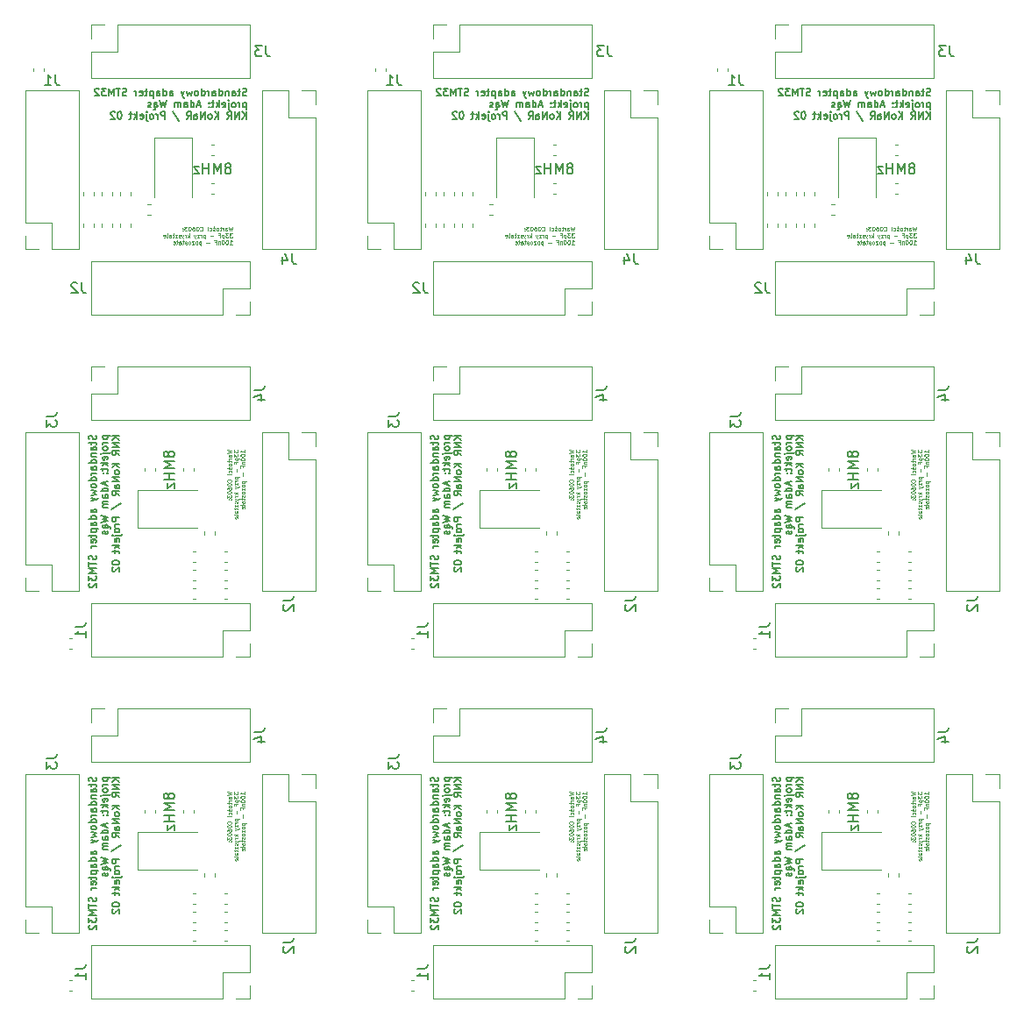
<source format=gbr>
%TF.GenerationSoftware,KiCad,Pcbnew,7.0.8*%
%TF.CreationDate,2024-03-04T23:40:14+01:00*%
%TF.ProjectId,scalenie,7363616c-656e-4696-952e-6b696361645f,rev?*%
%TF.SameCoordinates,Original*%
%TF.FileFunction,Legend,Bot*%
%TF.FilePolarity,Positive*%
%FSLAX46Y46*%
G04 Gerber Fmt 4.6, Leading zero omitted, Abs format (unit mm)*
G04 Created by KiCad (PCBNEW 7.0.8) date 2024-03-04 23:40:14*
%MOMM*%
%LPD*%
G01*
G04 APERTURE LIST*
%ADD10C,0.175000*%
%ADD11C,0.100000*%
%ADD12C,0.150000*%
%ADD13C,0.120000*%
G04 APERTURE END LIST*
D10*
X139349900Y-149092464D02*
X139383233Y-149192464D01*
X139383233Y-149192464D02*
X139383233Y-149359131D01*
X139383233Y-149359131D02*
X139349900Y-149425797D01*
X139349900Y-149425797D02*
X139316566Y-149459131D01*
X139316566Y-149459131D02*
X139249900Y-149492464D01*
X139249900Y-149492464D02*
X139183233Y-149492464D01*
X139183233Y-149492464D02*
X139116566Y-149459131D01*
X139116566Y-149459131D02*
X139083233Y-149425797D01*
X139083233Y-149425797D02*
X139049900Y-149359131D01*
X139049900Y-149359131D02*
X139016566Y-149225797D01*
X139016566Y-149225797D02*
X138983233Y-149159131D01*
X138983233Y-149159131D02*
X138949900Y-149125797D01*
X138949900Y-149125797D02*
X138883233Y-149092464D01*
X138883233Y-149092464D02*
X138816566Y-149092464D01*
X138816566Y-149092464D02*
X138749900Y-149125797D01*
X138749900Y-149125797D02*
X138716566Y-149159131D01*
X138716566Y-149159131D02*
X138683233Y-149225797D01*
X138683233Y-149225797D02*
X138683233Y-149392464D01*
X138683233Y-149392464D02*
X138716566Y-149492464D01*
X138916566Y-149692464D02*
X138916566Y-149959131D01*
X138683233Y-149792464D02*
X139283233Y-149792464D01*
X139283233Y-149792464D02*
X139349900Y-149825798D01*
X139349900Y-149825798D02*
X139383233Y-149892464D01*
X139383233Y-149892464D02*
X139383233Y-149959131D01*
X139383233Y-150492464D02*
X139016566Y-150492464D01*
X139016566Y-150492464D02*
X138949900Y-150459131D01*
X138949900Y-150459131D02*
X138916566Y-150392464D01*
X138916566Y-150392464D02*
X138916566Y-150259131D01*
X138916566Y-150259131D02*
X138949900Y-150192464D01*
X139349900Y-150492464D02*
X139383233Y-150425798D01*
X139383233Y-150425798D02*
X139383233Y-150259131D01*
X139383233Y-150259131D02*
X139349900Y-150192464D01*
X139349900Y-150192464D02*
X139283233Y-150159131D01*
X139283233Y-150159131D02*
X139216566Y-150159131D01*
X139216566Y-150159131D02*
X139149900Y-150192464D01*
X139149900Y-150192464D02*
X139116566Y-150259131D01*
X139116566Y-150259131D02*
X139116566Y-150425798D01*
X139116566Y-150425798D02*
X139083233Y-150492464D01*
X138916566Y-150825797D02*
X139383233Y-150825797D01*
X138983233Y-150825797D02*
X138949900Y-150859131D01*
X138949900Y-150859131D02*
X138916566Y-150925797D01*
X138916566Y-150925797D02*
X138916566Y-151025797D01*
X138916566Y-151025797D02*
X138949900Y-151092464D01*
X138949900Y-151092464D02*
X139016566Y-151125797D01*
X139016566Y-151125797D02*
X139383233Y-151125797D01*
X139383233Y-151759130D02*
X138683233Y-151759130D01*
X139349900Y-151759130D02*
X139383233Y-151692464D01*
X139383233Y-151692464D02*
X139383233Y-151559130D01*
X139383233Y-151559130D02*
X139349900Y-151492464D01*
X139349900Y-151492464D02*
X139316566Y-151459130D01*
X139316566Y-151459130D02*
X139249900Y-151425797D01*
X139249900Y-151425797D02*
X139049900Y-151425797D01*
X139049900Y-151425797D02*
X138983233Y-151459130D01*
X138983233Y-151459130D02*
X138949900Y-151492464D01*
X138949900Y-151492464D02*
X138916566Y-151559130D01*
X138916566Y-151559130D02*
X138916566Y-151692464D01*
X138916566Y-151692464D02*
X138949900Y-151759130D01*
X139383233Y-152392463D02*
X139016566Y-152392463D01*
X139016566Y-152392463D02*
X138949900Y-152359130D01*
X138949900Y-152359130D02*
X138916566Y-152292463D01*
X138916566Y-152292463D02*
X138916566Y-152159130D01*
X138916566Y-152159130D02*
X138949900Y-152092463D01*
X139349900Y-152392463D02*
X139383233Y-152325797D01*
X139383233Y-152325797D02*
X139383233Y-152159130D01*
X139383233Y-152159130D02*
X139349900Y-152092463D01*
X139349900Y-152092463D02*
X139283233Y-152059130D01*
X139283233Y-152059130D02*
X139216566Y-152059130D01*
X139216566Y-152059130D02*
X139149900Y-152092463D01*
X139149900Y-152092463D02*
X139116566Y-152159130D01*
X139116566Y-152159130D02*
X139116566Y-152325797D01*
X139116566Y-152325797D02*
X139083233Y-152392463D01*
X139383233Y-152725796D02*
X138916566Y-152725796D01*
X139049900Y-152725796D02*
X138983233Y-152759130D01*
X138983233Y-152759130D02*
X138949900Y-152792463D01*
X138949900Y-152792463D02*
X138916566Y-152859130D01*
X138916566Y-152859130D02*
X138916566Y-152925796D01*
X139383233Y-153459129D02*
X138683233Y-153459129D01*
X139349900Y-153459129D02*
X139383233Y-153392463D01*
X139383233Y-153392463D02*
X139383233Y-153259129D01*
X139383233Y-153259129D02*
X139349900Y-153192463D01*
X139349900Y-153192463D02*
X139316566Y-153159129D01*
X139316566Y-153159129D02*
X139249900Y-153125796D01*
X139249900Y-153125796D02*
X139049900Y-153125796D01*
X139049900Y-153125796D02*
X138983233Y-153159129D01*
X138983233Y-153159129D02*
X138949900Y-153192463D01*
X138949900Y-153192463D02*
X138916566Y-153259129D01*
X138916566Y-153259129D02*
X138916566Y-153392463D01*
X138916566Y-153392463D02*
X138949900Y-153459129D01*
X139383233Y-153892462D02*
X139349900Y-153825796D01*
X139349900Y-153825796D02*
X139316566Y-153792462D01*
X139316566Y-153792462D02*
X139249900Y-153759129D01*
X139249900Y-153759129D02*
X139049900Y-153759129D01*
X139049900Y-153759129D02*
X138983233Y-153792462D01*
X138983233Y-153792462D02*
X138949900Y-153825796D01*
X138949900Y-153825796D02*
X138916566Y-153892462D01*
X138916566Y-153892462D02*
X138916566Y-153992462D01*
X138916566Y-153992462D02*
X138949900Y-154059129D01*
X138949900Y-154059129D02*
X138983233Y-154092462D01*
X138983233Y-154092462D02*
X139049900Y-154125796D01*
X139049900Y-154125796D02*
X139249900Y-154125796D01*
X139249900Y-154125796D02*
X139316566Y-154092462D01*
X139316566Y-154092462D02*
X139349900Y-154059129D01*
X139349900Y-154059129D02*
X139383233Y-153992462D01*
X139383233Y-153992462D02*
X139383233Y-153892462D01*
X138916566Y-154359129D02*
X139383233Y-154492462D01*
X139383233Y-154492462D02*
X139049900Y-154625795D01*
X139049900Y-154625795D02*
X139383233Y-154759129D01*
X139383233Y-154759129D02*
X138916566Y-154892462D01*
X138916566Y-155092462D02*
X139383233Y-155259128D01*
X138916566Y-155425795D02*
X139383233Y-155259128D01*
X139383233Y-155259128D02*
X139549900Y-155192462D01*
X139549900Y-155192462D02*
X139583233Y-155159128D01*
X139583233Y-155159128D02*
X139616566Y-155092462D01*
X139383233Y-156525794D02*
X139016566Y-156525794D01*
X139016566Y-156525794D02*
X138949900Y-156492461D01*
X138949900Y-156492461D02*
X138916566Y-156425794D01*
X138916566Y-156425794D02*
X138916566Y-156292461D01*
X138916566Y-156292461D02*
X138949900Y-156225794D01*
X139349900Y-156525794D02*
X139383233Y-156459128D01*
X139383233Y-156459128D02*
X139383233Y-156292461D01*
X139383233Y-156292461D02*
X139349900Y-156225794D01*
X139349900Y-156225794D02*
X139283233Y-156192461D01*
X139283233Y-156192461D02*
X139216566Y-156192461D01*
X139216566Y-156192461D02*
X139149900Y-156225794D01*
X139149900Y-156225794D02*
X139116566Y-156292461D01*
X139116566Y-156292461D02*
X139116566Y-156459128D01*
X139116566Y-156459128D02*
X139083233Y-156525794D01*
X139383233Y-157159127D02*
X138683233Y-157159127D01*
X139349900Y-157159127D02*
X139383233Y-157092461D01*
X139383233Y-157092461D02*
X139383233Y-156959127D01*
X139383233Y-156959127D02*
X139349900Y-156892461D01*
X139349900Y-156892461D02*
X139316566Y-156859127D01*
X139316566Y-156859127D02*
X139249900Y-156825794D01*
X139249900Y-156825794D02*
X139049900Y-156825794D01*
X139049900Y-156825794D02*
X138983233Y-156859127D01*
X138983233Y-156859127D02*
X138949900Y-156892461D01*
X138949900Y-156892461D02*
X138916566Y-156959127D01*
X138916566Y-156959127D02*
X138916566Y-157092461D01*
X138916566Y-157092461D02*
X138949900Y-157159127D01*
X139383233Y-157792460D02*
X139016566Y-157792460D01*
X139016566Y-157792460D02*
X138949900Y-157759127D01*
X138949900Y-157759127D02*
X138916566Y-157692460D01*
X138916566Y-157692460D02*
X138916566Y-157559127D01*
X138916566Y-157559127D02*
X138949900Y-157492460D01*
X139349900Y-157792460D02*
X139383233Y-157725794D01*
X139383233Y-157725794D02*
X139383233Y-157559127D01*
X139383233Y-157559127D02*
X139349900Y-157492460D01*
X139349900Y-157492460D02*
X139283233Y-157459127D01*
X139283233Y-157459127D02*
X139216566Y-157459127D01*
X139216566Y-157459127D02*
X139149900Y-157492460D01*
X139149900Y-157492460D02*
X139116566Y-157559127D01*
X139116566Y-157559127D02*
X139116566Y-157725794D01*
X139116566Y-157725794D02*
X139083233Y-157792460D01*
X138916566Y-158125793D02*
X139616566Y-158125793D01*
X138949900Y-158125793D02*
X138916566Y-158192460D01*
X138916566Y-158192460D02*
X138916566Y-158325793D01*
X138916566Y-158325793D02*
X138949900Y-158392460D01*
X138949900Y-158392460D02*
X138983233Y-158425793D01*
X138983233Y-158425793D02*
X139049900Y-158459127D01*
X139049900Y-158459127D02*
X139249900Y-158459127D01*
X139249900Y-158459127D02*
X139316566Y-158425793D01*
X139316566Y-158425793D02*
X139349900Y-158392460D01*
X139349900Y-158392460D02*
X139383233Y-158325793D01*
X139383233Y-158325793D02*
X139383233Y-158192460D01*
X139383233Y-158192460D02*
X139349900Y-158125793D01*
X138916566Y-158659126D02*
X138916566Y-158925793D01*
X138683233Y-158759126D02*
X139283233Y-158759126D01*
X139283233Y-158759126D02*
X139349900Y-158792460D01*
X139349900Y-158792460D02*
X139383233Y-158859126D01*
X139383233Y-158859126D02*
X139383233Y-158925793D01*
X139349900Y-159425793D02*
X139383233Y-159359126D01*
X139383233Y-159359126D02*
X139383233Y-159225793D01*
X139383233Y-159225793D02*
X139349900Y-159159126D01*
X139349900Y-159159126D02*
X139283233Y-159125793D01*
X139283233Y-159125793D02*
X139016566Y-159125793D01*
X139016566Y-159125793D02*
X138949900Y-159159126D01*
X138949900Y-159159126D02*
X138916566Y-159225793D01*
X138916566Y-159225793D02*
X138916566Y-159359126D01*
X138916566Y-159359126D02*
X138949900Y-159425793D01*
X138949900Y-159425793D02*
X139016566Y-159459126D01*
X139016566Y-159459126D02*
X139083233Y-159459126D01*
X139083233Y-159459126D02*
X139149900Y-159125793D01*
X139383233Y-159759126D02*
X138916566Y-159759126D01*
X139049900Y-159759126D02*
X138983233Y-159792460D01*
X138983233Y-159792460D02*
X138949900Y-159825793D01*
X138949900Y-159825793D02*
X138916566Y-159892460D01*
X138916566Y-159892460D02*
X138916566Y-159959126D01*
X139349900Y-160692459D02*
X139383233Y-160792459D01*
X139383233Y-160792459D02*
X139383233Y-160959126D01*
X139383233Y-160959126D02*
X139349900Y-161025792D01*
X139349900Y-161025792D02*
X139316566Y-161059126D01*
X139316566Y-161059126D02*
X139249900Y-161092459D01*
X139249900Y-161092459D02*
X139183233Y-161092459D01*
X139183233Y-161092459D02*
X139116566Y-161059126D01*
X139116566Y-161059126D02*
X139083233Y-161025792D01*
X139083233Y-161025792D02*
X139049900Y-160959126D01*
X139049900Y-160959126D02*
X139016566Y-160825792D01*
X139016566Y-160825792D02*
X138983233Y-160759126D01*
X138983233Y-160759126D02*
X138949900Y-160725792D01*
X138949900Y-160725792D02*
X138883233Y-160692459D01*
X138883233Y-160692459D02*
X138816566Y-160692459D01*
X138816566Y-160692459D02*
X138749900Y-160725792D01*
X138749900Y-160725792D02*
X138716566Y-160759126D01*
X138716566Y-160759126D02*
X138683233Y-160825792D01*
X138683233Y-160825792D02*
X138683233Y-160992459D01*
X138683233Y-160992459D02*
X138716566Y-161092459D01*
X138683233Y-161292459D02*
X138683233Y-161692459D01*
X139383233Y-161492459D02*
X138683233Y-161492459D01*
X139383233Y-161925792D02*
X138683233Y-161925792D01*
X138683233Y-161925792D02*
X139183233Y-162159126D01*
X139183233Y-162159126D02*
X138683233Y-162392459D01*
X138683233Y-162392459D02*
X139383233Y-162392459D01*
X138683233Y-162659126D02*
X138683233Y-163092459D01*
X138683233Y-163092459D02*
X138949900Y-162859126D01*
X138949900Y-162859126D02*
X138949900Y-162959126D01*
X138949900Y-162959126D02*
X138983233Y-163025792D01*
X138983233Y-163025792D02*
X139016566Y-163059126D01*
X139016566Y-163059126D02*
X139083233Y-163092459D01*
X139083233Y-163092459D02*
X139249900Y-163092459D01*
X139249900Y-163092459D02*
X139316566Y-163059126D01*
X139316566Y-163059126D02*
X139349900Y-163025792D01*
X139349900Y-163025792D02*
X139383233Y-162959126D01*
X139383233Y-162959126D02*
X139383233Y-162759126D01*
X139383233Y-162759126D02*
X139349900Y-162692459D01*
X139349900Y-162692459D02*
X139316566Y-162659126D01*
X138749900Y-163359126D02*
X138716566Y-163392459D01*
X138716566Y-163392459D02*
X138683233Y-163459126D01*
X138683233Y-163459126D02*
X138683233Y-163625793D01*
X138683233Y-163625793D02*
X138716566Y-163692459D01*
X138716566Y-163692459D02*
X138749900Y-163725793D01*
X138749900Y-163725793D02*
X138816566Y-163759126D01*
X138816566Y-163759126D02*
X138883233Y-163759126D01*
X138883233Y-163759126D02*
X138983233Y-163725793D01*
X138983233Y-163725793D02*
X139383233Y-163325793D01*
X139383233Y-163325793D02*
X139383233Y-163759126D01*
X140043566Y-149125797D02*
X140743566Y-149125797D01*
X140076900Y-149125797D02*
X140043566Y-149192464D01*
X140043566Y-149192464D02*
X140043566Y-149325797D01*
X140043566Y-149325797D02*
X140076900Y-149392464D01*
X140076900Y-149392464D02*
X140110233Y-149425797D01*
X140110233Y-149425797D02*
X140176900Y-149459131D01*
X140176900Y-149459131D02*
X140376900Y-149459131D01*
X140376900Y-149459131D02*
X140443566Y-149425797D01*
X140443566Y-149425797D02*
X140476900Y-149392464D01*
X140476900Y-149392464D02*
X140510233Y-149325797D01*
X140510233Y-149325797D02*
X140510233Y-149192464D01*
X140510233Y-149192464D02*
X140476900Y-149125797D01*
X140510233Y-149759130D02*
X140043566Y-149759130D01*
X140176900Y-149759130D02*
X140110233Y-149792464D01*
X140110233Y-149792464D02*
X140076900Y-149825797D01*
X140076900Y-149825797D02*
X140043566Y-149892464D01*
X140043566Y-149892464D02*
X140043566Y-149959130D01*
X140510233Y-150292463D02*
X140476900Y-150225797D01*
X140476900Y-150225797D02*
X140443566Y-150192463D01*
X140443566Y-150192463D02*
X140376900Y-150159130D01*
X140376900Y-150159130D02*
X140176900Y-150159130D01*
X140176900Y-150159130D02*
X140110233Y-150192463D01*
X140110233Y-150192463D02*
X140076900Y-150225797D01*
X140076900Y-150225797D02*
X140043566Y-150292463D01*
X140043566Y-150292463D02*
X140043566Y-150392463D01*
X140043566Y-150392463D02*
X140076900Y-150459130D01*
X140076900Y-150459130D02*
X140110233Y-150492463D01*
X140110233Y-150492463D02*
X140176900Y-150525797D01*
X140176900Y-150525797D02*
X140376900Y-150525797D01*
X140376900Y-150525797D02*
X140443566Y-150492463D01*
X140443566Y-150492463D02*
X140476900Y-150459130D01*
X140476900Y-150459130D02*
X140510233Y-150392463D01*
X140510233Y-150392463D02*
X140510233Y-150292463D01*
X140043566Y-150825796D02*
X140643566Y-150825796D01*
X140643566Y-150825796D02*
X140710233Y-150792463D01*
X140710233Y-150792463D02*
X140743566Y-150725796D01*
X140743566Y-150725796D02*
X140743566Y-150692463D01*
X139810233Y-150825796D02*
X139843566Y-150792463D01*
X139843566Y-150792463D02*
X139876900Y-150825796D01*
X139876900Y-150825796D02*
X139843566Y-150859130D01*
X139843566Y-150859130D02*
X139810233Y-150825796D01*
X139810233Y-150825796D02*
X139876900Y-150825796D01*
X140476900Y-151425796D02*
X140510233Y-151359129D01*
X140510233Y-151359129D02*
X140510233Y-151225796D01*
X140510233Y-151225796D02*
X140476900Y-151159129D01*
X140476900Y-151159129D02*
X140410233Y-151125796D01*
X140410233Y-151125796D02*
X140143566Y-151125796D01*
X140143566Y-151125796D02*
X140076900Y-151159129D01*
X140076900Y-151159129D02*
X140043566Y-151225796D01*
X140043566Y-151225796D02*
X140043566Y-151359129D01*
X140043566Y-151359129D02*
X140076900Y-151425796D01*
X140076900Y-151425796D02*
X140143566Y-151459129D01*
X140143566Y-151459129D02*
X140210233Y-151459129D01*
X140210233Y-151459129D02*
X140276900Y-151125796D01*
X140510233Y-151759129D02*
X139810233Y-151759129D01*
X140243566Y-151825796D02*
X140510233Y-152025796D01*
X140043566Y-152025796D02*
X140310233Y-151759129D01*
X140043566Y-152225796D02*
X140043566Y-152492463D01*
X139810233Y-152325796D02*
X140410233Y-152325796D01*
X140410233Y-152325796D02*
X140476900Y-152359130D01*
X140476900Y-152359130D02*
X140510233Y-152425796D01*
X140510233Y-152425796D02*
X140510233Y-152492463D01*
X140443566Y-152725796D02*
X140476900Y-152759130D01*
X140476900Y-152759130D02*
X140510233Y-152725796D01*
X140510233Y-152725796D02*
X140476900Y-152692463D01*
X140476900Y-152692463D02*
X140443566Y-152725796D01*
X140443566Y-152725796D02*
X140510233Y-152725796D01*
X140076900Y-152725796D02*
X140110233Y-152759130D01*
X140110233Y-152759130D02*
X140143566Y-152725796D01*
X140143566Y-152725796D02*
X140110233Y-152692463D01*
X140110233Y-152692463D02*
X140076900Y-152725796D01*
X140076900Y-152725796D02*
X140143566Y-152725796D01*
X140310233Y-153559129D02*
X140310233Y-153892462D01*
X140510233Y-153492462D02*
X139810233Y-153725796D01*
X139810233Y-153725796D02*
X140510233Y-153959129D01*
X140510233Y-154492462D02*
X139810233Y-154492462D01*
X140476900Y-154492462D02*
X140510233Y-154425796D01*
X140510233Y-154425796D02*
X140510233Y-154292462D01*
X140510233Y-154292462D02*
X140476900Y-154225796D01*
X140476900Y-154225796D02*
X140443566Y-154192462D01*
X140443566Y-154192462D02*
X140376900Y-154159129D01*
X140376900Y-154159129D02*
X140176900Y-154159129D01*
X140176900Y-154159129D02*
X140110233Y-154192462D01*
X140110233Y-154192462D02*
X140076900Y-154225796D01*
X140076900Y-154225796D02*
X140043566Y-154292462D01*
X140043566Y-154292462D02*
X140043566Y-154425796D01*
X140043566Y-154425796D02*
X140076900Y-154492462D01*
X140510233Y-155125795D02*
X140143566Y-155125795D01*
X140143566Y-155125795D02*
X140076900Y-155092462D01*
X140076900Y-155092462D02*
X140043566Y-155025795D01*
X140043566Y-155025795D02*
X140043566Y-154892462D01*
X140043566Y-154892462D02*
X140076900Y-154825795D01*
X140476900Y-155125795D02*
X140510233Y-155059129D01*
X140510233Y-155059129D02*
X140510233Y-154892462D01*
X140510233Y-154892462D02*
X140476900Y-154825795D01*
X140476900Y-154825795D02*
X140410233Y-154792462D01*
X140410233Y-154792462D02*
X140343566Y-154792462D01*
X140343566Y-154792462D02*
X140276900Y-154825795D01*
X140276900Y-154825795D02*
X140243566Y-154892462D01*
X140243566Y-154892462D02*
X140243566Y-155059129D01*
X140243566Y-155059129D02*
X140210233Y-155125795D01*
X140510233Y-155459128D02*
X140043566Y-155459128D01*
X140110233Y-155459128D02*
X140076900Y-155492462D01*
X140076900Y-155492462D02*
X140043566Y-155559128D01*
X140043566Y-155559128D02*
X140043566Y-155659128D01*
X140043566Y-155659128D02*
X140076900Y-155725795D01*
X140076900Y-155725795D02*
X140143566Y-155759128D01*
X140143566Y-155759128D02*
X140510233Y-155759128D01*
X140143566Y-155759128D02*
X140076900Y-155792462D01*
X140076900Y-155792462D02*
X140043566Y-155859128D01*
X140043566Y-155859128D02*
X140043566Y-155959128D01*
X140043566Y-155959128D02*
X140076900Y-156025795D01*
X140076900Y-156025795D02*
X140143566Y-156059128D01*
X140143566Y-156059128D02*
X140510233Y-156059128D01*
X139810233Y-156859128D02*
X140510233Y-157025794D01*
X140510233Y-157025794D02*
X140010233Y-157159128D01*
X140010233Y-157159128D02*
X140510233Y-157292461D01*
X140510233Y-157292461D02*
X139810233Y-157459128D01*
X140510233Y-158025794D02*
X140143566Y-158025794D01*
X140143566Y-158025794D02*
X140076900Y-157992461D01*
X140076900Y-157992461D02*
X140043566Y-157925794D01*
X140043566Y-157925794D02*
X140043566Y-157792461D01*
X140043566Y-157792461D02*
X140076900Y-157725794D01*
X140476900Y-158025794D02*
X140510233Y-157959128D01*
X140510233Y-157959128D02*
X140510233Y-157792461D01*
X140510233Y-157792461D02*
X140476900Y-157725794D01*
X140476900Y-157725794D02*
X140410233Y-157692461D01*
X140410233Y-157692461D02*
X140343566Y-157692461D01*
X140343566Y-157692461D02*
X140276900Y-157725794D01*
X140276900Y-157725794D02*
X140243566Y-157792461D01*
X140243566Y-157792461D02*
X140243566Y-157959128D01*
X140243566Y-157959128D02*
X140210233Y-158025794D01*
X140510233Y-158025794D02*
X140576900Y-157959128D01*
X140576900Y-157959128D02*
X140643566Y-157925794D01*
X140643566Y-157925794D02*
X140710233Y-157959128D01*
X140710233Y-157959128D02*
X140743566Y-158025794D01*
X140743566Y-158025794D02*
X140743566Y-158092461D01*
X140476900Y-158325794D02*
X140510233Y-158392461D01*
X140510233Y-158392461D02*
X140510233Y-158525794D01*
X140510233Y-158525794D02*
X140476900Y-158592461D01*
X140476900Y-158592461D02*
X140410233Y-158625794D01*
X140410233Y-158625794D02*
X140376900Y-158625794D01*
X140376900Y-158625794D02*
X140310233Y-158592461D01*
X140310233Y-158592461D02*
X140276900Y-158525794D01*
X140276900Y-158525794D02*
X140276900Y-158425794D01*
X140276900Y-158425794D02*
X140243566Y-158359127D01*
X140243566Y-158359127D02*
X140176900Y-158325794D01*
X140176900Y-158325794D02*
X140143566Y-158325794D01*
X140143566Y-158325794D02*
X140076900Y-158359127D01*
X140076900Y-158359127D02*
X140043566Y-158425794D01*
X140043566Y-158425794D02*
X140043566Y-158525794D01*
X140043566Y-158525794D02*
X140076900Y-158592461D01*
X141637233Y-149125797D02*
X140937233Y-149125797D01*
X141637233Y-149525797D02*
X141237233Y-149225797D01*
X140937233Y-149525797D02*
X141337233Y-149125797D01*
X141637233Y-149825797D02*
X140937233Y-149825797D01*
X140937233Y-149825797D02*
X141637233Y-150225797D01*
X141637233Y-150225797D02*
X140937233Y-150225797D01*
X141637233Y-150959130D02*
X141303900Y-150725797D01*
X141637233Y-150559130D02*
X140937233Y-150559130D01*
X140937233Y-150559130D02*
X140937233Y-150825797D01*
X140937233Y-150825797D02*
X140970566Y-150892464D01*
X140970566Y-150892464D02*
X141003900Y-150925797D01*
X141003900Y-150925797D02*
X141070566Y-150959130D01*
X141070566Y-150959130D02*
X141170566Y-150959130D01*
X141170566Y-150959130D02*
X141237233Y-150925797D01*
X141237233Y-150925797D02*
X141270566Y-150892464D01*
X141270566Y-150892464D02*
X141303900Y-150825797D01*
X141303900Y-150825797D02*
X141303900Y-150559130D01*
X141637233Y-151792463D02*
X140937233Y-151792463D01*
X141637233Y-152192463D02*
X141237233Y-151892463D01*
X140937233Y-152192463D02*
X141337233Y-151792463D01*
X141637233Y-152592463D02*
X141603900Y-152525797D01*
X141603900Y-152525797D02*
X141570566Y-152492463D01*
X141570566Y-152492463D02*
X141503900Y-152459130D01*
X141503900Y-152459130D02*
X141303900Y-152459130D01*
X141303900Y-152459130D02*
X141237233Y-152492463D01*
X141237233Y-152492463D02*
X141203900Y-152525797D01*
X141203900Y-152525797D02*
X141170566Y-152592463D01*
X141170566Y-152592463D02*
X141170566Y-152692463D01*
X141170566Y-152692463D02*
X141203900Y-152759130D01*
X141203900Y-152759130D02*
X141237233Y-152792463D01*
X141237233Y-152792463D02*
X141303900Y-152825797D01*
X141303900Y-152825797D02*
X141503900Y-152825797D01*
X141503900Y-152825797D02*
X141570566Y-152792463D01*
X141570566Y-152792463D02*
X141603900Y-152759130D01*
X141603900Y-152759130D02*
X141637233Y-152692463D01*
X141637233Y-152692463D02*
X141637233Y-152592463D01*
X141637233Y-153125796D02*
X140937233Y-153125796D01*
X140937233Y-153125796D02*
X141637233Y-153525796D01*
X141637233Y-153525796D02*
X140937233Y-153525796D01*
X141637233Y-154159129D02*
X141270566Y-154159129D01*
X141270566Y-154159129D02*
X141203900Y-154125796D01*
X141203900Y-154125796D02*
X141170566Y-154059129D01*
X141170566Y-154059129D02*
X141170566Y-153925796D01*
X141170566Y-153925796D02*
X141203900Y-153859129D01*
X141603900Y-154159129D02*
X141637233Y-154092463D01*
X141637233Y-154092463D02*
X141637233Y-153925796D01*
X141637233Y-153925796D02*
X141603900Y-153859129D01*
X141603900Y-153859129D02*
X141537233Y-153825796D01*
X141537233Y-153825796D02*
X141470566Y-153825796D01*
X141470566Y-153825796D02*
X141403900Y-153859129D01*
X141403900Y-153859129D02*
X141370566Y-153925796D01*
X141370566Y-153925796D02*
X141370566Y-154092463D01*
X141370566Y-154092463D02*
X141337233Y-154159129D01*
X141637233Y-154892462D02*
X141303900Y-154659129D01*
X141637233Y-154492462D02*
X140937233Y-154492462D01*
X140937233Y-154492462D02*
X140937233Y-154759129D01*
X140937233Y-154759129D02*
X140970566Y-154825796D01*
X140970566Y-154825796D02*
X141003900Y-154859129D01*
X141003900Y-154859129D02*
X141070566Y-154892462D01*
X141070566Y-154892462D02*
X141170566Y-154892462D01*
X141170566Y-154892462D02*
X141237233Y-154859129D01*
X141237233Y-154859129D02*
X141270566Y-154825796D01*
X141270566Y-154825796D02*
X141303900Y-154759129D01*
X141303900Y-154759129D02*
X141303900Y-154492462D01*
X140903900Y-156225795D02*
X141803900Y-155625795D01*
X141637233Y-156992461D02*
X140937233Y-156992461D01*
X140937233Y-156992461D02*
X140937233Y-157259128D01*
X140937233Y-157259128D02*
X140970566Y-157325795D01*
X140970566Y-157325795D02*
X141003900Y-157359128D01*
X141003900Y-157359128D02*
X141070566Y-157392461D01*
X141070566Y-157392461D02*
X141170566Y-157392461D01*
X141170566Y-157392461D02*
X141237233Y-157359128D01*
X141237233Y-157359128D02*
X141270566Y-157325795D01*
X141270566Y-157325795D02*
X141303900Y-157259128D01*
X141303900Y-157259128D02*
X141303900Y-156992461D01*
X141637233Y-157692461D02*
X141170566Y-157692461D01*
X141303900Y-157692461D02*
X141237233Y-157725795D01*
X141237233Y-157725795D02*
X141203900Y-157759128D01*
X141203900Y-157759128D02*
X141170566Y-157825795D01*
X141170566Y-157825795D02*
X141170566Y-157892461D01*
X141637233Y-158225794D02*
X141603900Y-158159128D01*
X141603900Y-158159128D02*
X141570566Y-158125794D01*
X141570566Y-158125794D02*
X141503900Y-158092461D01*
X141503900Y-158092461D02*
X141303900Y-158092461D01*
X141303900Y-158092461D02*
X141237233Y-158125794D01*
X141237233Y-158125794D02*
X141203900Y-158159128D01*
X141203900Y-158159128D02*
X141170566Y-158225794D01*
X141170566Y-158225794D02*
X141170566Y-158325794D01*
X141170566Y-158325794D02*
X141203900Y-158392461D01*
X141203900Y-158392461D02*
X141237233Y-158425794D01*
X141237233Y-158425794D02*
X141303900Y-158459128D01*
X141303900Y-158459128D02*
X141503900Y-158459128D01*
X141503900Y-158459128D02*
X141570566Y-158425794D01*
X141570566Y-158425794D02*
X141603900Y-158392461D01*
X141603900Y-158392461D02*
X141637233Y-158325794D01*
X141637233Y-158325794D02*
X141637233Y-158225794D01*
X141170566Y-158759127D02*
X141770566Y-158759127D01*
X141770566Y-158759127D02*
X141837233Y-158725794D01*
X141837233Y-158725794D02*
X141870566Y-158659127D01*
X141870566Y-158659127D02*
X141870566Y-158625794D01*
X140937233Y-158759127D02*
X140970566Y-158725794D01*
X140970566Y-158725794D02*
X141003900Y-158759127D01*
X141003900Y-158759127D02*
X140970566Y-158792461D01*
X140970566Y-158792461D02*
X140937233Y-158759127D01*
X140937233Y-158759127D02*
X141003900Y-158759127D01*
X141603900Y-159359127D02*
X141637233Y-159292460D01*
X141637233Y-159292460D02*
X141637233Y-159159127D01*
X141637233Y-159159127D02*
X141603900Y-159092460D01*
X141603900Y-159092460D02*
X141537233Y-159059127D01*
X141537233Y-159059127D02*
X141270566Y-159059127D01*
X141270566Y-159059127D02*
X141203900Y-159092460D01*
X141203900Y-159092460D02*
X141170566Y-159159127D01*
X141170566Y-159159127D02*
X141170566Y-159292460D01*
X141170566Y-159292460D02*
X141203900Y-159359127D01*
X141203900Y-159359127D02*
X141270566Y-159392460D01*
X141270566Y-159392460D02*
X141337233Y-159392460D01*
X141337233Y-159392460D02*
X141403900Y-159059127D01*
X141637233Y-159692460D02*
X140937233Y-159692460D01*
X141370566Y-159759127D02*
X141637233Y-159959127D01*
X141170566Y-159959127D02*
X141437233Y-159692460D01*
X141170566Y-160159127D02*
X141170566Y-160425794D01*
X140937233Y-160259127D02*
X141537233Y-160259127D01*
X141537233Y-160259127D02*
X141603900Y-160292461D01*
X141603900Y-160292461D02*
X141637233Y-160359127D01*
X141637233Y-160359127D02*
X141637233Y-160425794D01*
X140937233Y-161325794D02*
X140937233Y-161392460D01*
X140937233Y-161392460D02*
X140970566Y-161459127D01*
X140970566Y-161459127D02*
X141003900Y-161492460D01*
X141003900Y-161492460D02*
X141070566Y-161525794D01*
X141070566Y-161525794D02*
X141203900Y-161559127D01*
X141203900Y-161559127D02*
X141370566Y-161559127D01*
X141370566Y-161559127D02*
X141503900Y-161525794D01*
X141503900Y-161525794D02*
X141570566Y-161492460D01*
X141570566Y-161492460D02*
X141603900Y-161459127D01*
X141603900Y-161459127D02*
X141637233Y-161392460D01*
X141637233Y-161392460D02*
X141637233Y-161325794D01*
X141637233Y-161325794D02*
X141603900Y-161259127D01*
X141603900Y-161259127D02*
X141570566Y-161225794D01*
X141570566Y-161225794D02*
X141503900Y-161192460D01*
X141503900Y-161192460D02*
X141370566Y-161159127D01*
X141370566Y-161159127D02*
X141203900Y-161159127D01*
X141203900Y-161159127D02*
X141070566Y-161192460D01*
X141070566Y-161192460D02*
X141003900Y-161225794D01*
X141003900Y-161225794D02*
X140970566Y-161259127D01*
X140970566Y-161259127D02*
X140937233Y-161325794D01*
X141003900Y-161825794D02*
X140970566Y-161859127D01*
X140970566Y-161859127D02*
X140937233Y-161925794D01*
X140937233Y-161925794D02*
X140937233Y-162092461D01*
X140937233Y-162092461D02*
X140970566Y-162159127D01*
X140970566Y-162159127D02*
X141003900Y-162192461D01*
X141003900Y-162192461D02*
X141070566Y-162225794D01*
X141070566Y-162225794D02*
X141137233Y-162225794D01*
X141137233Y-162225794D02*
X141237233Y-162192461D01*
X141237233Y-162192461D02*
X141637233Y-161792461D01*
X141637233Y-161792461D02*
X141637233Y-162225794D01*
D11*
X152045847Y-150490931D02*
X152445847Y-150586169D01*
X152445847Y-150586169D02*
X152160133Y-150662360D01*
X152160133Y-150662360D02*
X152445847Y-150738550D01*
X152445847Y-150738550D02*
X152045847Y-150833789D01*
X152445847Y-151157598D02*
X152236323Y-151157598D01*
X152236323Y-151157598D02*
X152198228Y-151138551D01*
X152198228Y-151138551D02*
X152179180Y-151100455D01*
X152179180Y-151100455D02*
X152179180Y-151024265D01*
X152179180Y-151024265D02*
X152198228Y-150986170D01*
X152426800Y-151157598D02*
X152445847Y-151119503D01*
X152445847Y-151119503D02*
X152445847Y-151024265D01*
X152445847Y-151024265D02*
X152426800Y-150986170D01*
X152426800Y-150986170D02*
X152388704Y-150967122D01*
X152388704Y-150967122D02*
X152350609Y-150967122D01*
X152350609Y-150967122D02*
X152312514Y-150986170D01*
X152312514Y-150986170D02*
X152293466Y-151024265D01*
X152293466Y-151024265D02*
X152293466Y-151119503D01*
X152293466Y-151119503D02*
X152274419Y-151157598D01*
X152445847Y-151348075D02*
X152179180Y-151348075D01*
X152255371Y-151348075D02*
X152217276Y-151367122D01*
X152217276Y-151367122D02*
X152198228Y-151386170D01*
X152198228Y-151386170D02*
X152179180Y-151424265D01*
X152179180Y-151424265D02*
X152179180Y-151462360D01*
X152179180Y-151538551D02*
X152179180Y-151690932D01*
X152045847Y-151595694D02*
X152388704Y-151595694D01*
X152388704Y-151595694D02*
X152426800Y-151614741D01*
X152426800Y-151614741D02*
X152445847Y-151652836D01*
X152445847Y-151652836D02*
X152445847Y-151690932D01*
X152445847Y-151881407D02*
X152426800Y-151843312D01*
X152426800Y-151843312D02*
X152407752Y-151824265D01*
X152407752Y-151824265D02*
X152369657Y-151805217D01*
X152369657Y-151805217D02*
X152255371Y-151805217D01*
X152255371Y-151805217D02*
X152217276Y-151824265D01*
X152217276Y-151824265D02*
X152198228Y-151843312D01*
X152198228Y-151843312D02*
X152179180Y-151881407D01*
X152179180Y-151881407D02*
X152179180Y-151938550D01*
X152179180Y-151938550D02*
X152198228Y-151976646D01*
X152198228Y-151976646D02*
X152217276Y-151995693D01*
X152217276Y-151995693D02*
X152255371Y-152014741D01*
X152255371Y-152014741D02*
X152369657Y-152014741D01*
X152369657Y-152014741D02*
X152407752Y-151995693D01*
X152407752Y-151995693D02*
X152426800Y-151976646D01*
X152426800Y-151976646D02*
X152445847Y-151938550D01*
X152445847Y-151938550D02*
X152445847Y-151881407D01*
X152426800Y-152167122D02*
X152445847Y-152205217D01*
X152445847Y-152205217D02*
X152445847Y-152281408D01*
X152445847Y-152281408D02*
X152426800Y-152319503D01*
X152426800Y-152319503D02*
X152388704Y-152338551D01*
X152388704Y-152338551D02*
X152369657Y-152338551D01*
X152369657Y-152338551D02*
X152331561Y-152319503D01*
X152331561Y-152319503D02*
X152312514Y-152281408D01*
X152312514Y-152281408D02*
X152312514Y-152224265D01*
X152312514Y-152224265D02*
X152293466Y-152186170D01*
X152293466Y-152186170D02*
X152255371Y-152167122D01*
X152255371Y-152167122D02*
X152236323Y-152167122D01*
X152236323Y-152167122D02*
X152198228Y-152186170D01*
X152198228Y-152186170D02*
X152179180Y-152224265D01*
X152179180Y-152224265D02*
X152179180Y-152281408D01*
X152179180Y-152281408D02*
X152198228Y-152319503D01*
X152026800Y-152281408D02*
X152083942Y-152224265D01*
X152426800Y-152681408D02*
X152445847Y-152643313D01*
X152445847Y-152643313D02*
X152445847Y-152567122D01*
X152445847Y-152567122D02*
X152426800Y-152529027D01*
X152426800Y-152529027D02*
X152407752Y-152509980D01*
X152407752Y-152509980D02*
X152369657Y-152490932D01*
X152369657Y-152490932D02*
X152255371Y-152490932D01*
X152255371Y-152490932D02*
X152217276Y-152509980D01*
X152217276Y-152509980D02*
X152198228Y-152529027D01*
X152198228Y-152529027D02*
X152179180Y-152567122D01*
X152179180Y-152567122D02*
X152179180Y-152643313D01*
X152179180Y-152643313D02*
X152198228Y-152681408D01*
X152445847Y-152852837D02*
X152179180Y-152852837D01*
X152045847Y-152852837D02*
X152064895Y-152833789D01*
X152064895Y-152833789D02*
X152083942Y-152852837D01*
X152083942Y-152852837D02*
X152064895Y-152871884D01*
X152064895Y-152871884D02*
X152045847Y-152852837D01*
X152045847Y-152852837D02*
X152083942Y-152852837D01*
X152407752Y-153576646D02*
X152426800Y-153557598D01*
X152426800Y-153557598D02*
X152445847Y-153500456D01*
X152445847Y-153500456D02*
X152445847Y-153462360D01*
X152445847Y-153462360D02*
X152426800Y-153405217D01*
X152426800Y-153405217D02*
X152388704Y-153367122D01*
X152388704Y-153367122D02*
X152350609Y-153348075D01*
X152350609Y-153348075D02*
X152274419Y-153329027D01*
X152274419Y-153329027D02*
X152217276Y-153329027D01*
X152217276Y-153329027D02*
X152141085Y-153348075D01*
X152141085Y-153348075D02*
X152102990Y-153367122D01*
X152102990Y-153367122D02*
X152064895Y-153405217D01*
X152064895Y-153405217D02*
X152045847Y-153462360D01*
X152045847Y-153462360D02*
X152045847Y-153500456D01*
X152045847Y-153500456D02*
X152064895Y-153557598D01*
X152064895Y-153557598D02*
X152083942Y-153576646D01*
X152045847Y-153824265D02*
X152045847Y-153862360D01*
X152045847Y-153862360D02*
X152064895Y-153900456D01*
X152064895Y-153900456D02*
X152083942Y-153919503D01*
X152083942Y-153919503D02*
X152122038Y-153938551D01*
X152122038Y-153938551D02*
X152198228Y-153957598D01*
X152198228Y-153957598D02*
X152293466Y-153957598D01*
X152293466Y-153957598D02*
X152369657Y-153938551D01*
X152369657Y-153938551D02*
X152407752Y-153919503D01*
X152407752Y-153919503D02*
X152426800Y-153900456D01*
X152426800Y-153900456D02*
X152445847Y-153862360D01*
X152445847Y-153862360D02*
X152445847Y-153824265D01*
X152445847Y-153824265D02*
X152426800Y-153786170D01*
X152426800Y-153786170D02*
X152407752Y-153767122D01*
X152407752Y-153767122D02*
X152369657Y-153748075D01*
X152369657Y-153748075D02*
X152293466Y-153729027D01*
X152293466Y-153729027D02*
X152198228Y-153729027D01*
X152198228Y-153729027D02*
X152122038Y-153748075D01*
X152122038Y-153748075D02*
X152083942Y-153767122D01*
X152083942Y-153767122D02*
X152064895Y-153786170D01*
X152064895Y-153786170D02*
X152045847Y-153824265D01*
X152045847Y-154300455D02*
X152045847Y-154224265D01*
X152045847Y-154224265D02*
X152064895Y-154186169D01*
X152064895Y-154186169D02*
X152083942Y-154167122D01*
X152083942Y-154167122D02*
X152141085Y-154129027D01*
X152141085Y-154129027D02*
X152217276Y-154109979D01*
X152217276Y-154109979D02*
X152369657Y-154109979D01*
X152369657Y-154109979D02*
X152407752Y-154129027D01*
X152407752Y-154129027D02*
X152426800Y-154148074D01*
X152426800Y-154148074D02*
X152445847Y-154186169D01*
X152445847Y-154186169D02*
X152445847Y-154262360D01*
X152445847Y-154262360D02*
X152426800Y-154300455D01*
X152426800Y-154300455D02*
X152407752Y-154319503D01*
X152407752Y-154319503D02*
X152369657Y-154338550D01*
X152369657Y-154338550D02*
X152274419Y-154338550D01*
X152274419Y-154338550D02*
X152236323Y-154319503D01*
X152236323Y-154319503D02*
X152217276Y-154300455D01*
X152217276Y-154300455D02*
X152198228Y-154262360D01*
X152198228Y-154262360D02*
X152198228Y-154186169D01*
X152198228Y-154186169D02*
X152217276Y-154148074D01*
X152217276Y-154148074D02*
X152236323Y-154129027D01*
X152236323Y-154129027D02*
X152274419Y-154109979D01*
X152045847Y-154586169D02*
X152045847Y-154624264D01*
X152045847Y-154624264D02*
X152064895Y-154662360D01*
X152064895Y-154662360D02*
X152083942Y-154681407D01*
X152083942Y-154681407D02*
X152122038Y-154700455D01*
X152122038Y-154700455D02*
X152198228Y-154719502D01*
X152198228Y-154719502D02*
X152293466Y-154719502D01*
X152293466Y-154719502D02*
X152369657Y-154700455D01*
X152369657Y-154700455D02*
X152407752Y-154681407D01*
X152407752Y-154681407D02*
X152426800Y-154662360D01*
X152426800Y-154662360D02*
X152445847Y-154624264D01*
X152445847Y-154624264D02*
X152445847Y-154586169D01*
X152445847Y-154586169D02*
X152426800Y-154548074D01*
X152426800Y-154548074D02*
X152407752Y-154529026D01*
X152407752Y-154529026D02*
X152369657Y-154509979D01*
X152369657Y-154509979D02*
X152293466Y-154490931D01*
X152293466Y-154490931D02*
X152198228Y-154490931D01*
X152198228Y-154490931D02*
X152122038Y-154509979D01*
X152122038Y-154509979D02*
X152083942Y-154529026D01*
X152083942Y-154529026D02*
X152064895Y-154548074D01*
X152064895Y-154548074D02*
X152045847Y-154586169D01*
X152045847Y-154852835D02*
X152045847Y-155100454D01*
X152045847Y-155100454D02*
X152198228Y-154967121D01*
X152198228Y-154967121D02*
X152198228Y-155024264D01*
X152198228Y-155024264D02*
X152217276Y-155062359D01*
X152217276Y-155062359D02*
X152236323Y-155081407D01*
X152236323Y-155081407D02*
X152274419Y-155100454D01*
X152274419Y-155100454D02*
X152369657Y-155100454D01*
X152369657Y-155100454D02*
X152407752Y-155081407D01*
X152407752Y-155081407D02*
X152426800Y-155062359D01*
X152426800Y-155062359D02*
X152445847Y-155024264D01*
X152445847Y-155024264D02*
X152445847Y-154909978D01*
X152445847Y-154909978D02*
X152426800Y-154871883D01*
X152426800Y-154871883D02*
X152407752Y-154852835D01*
X152407752Y-155271883D02*
X152426800Y-155290930D01*
X152426800Y-155290930D02*
X152445847Y-155271883D01*
X152445847Y-155271883D02*
X152426800Y-155252835D01*
X152426800Y-155252835D02*
X152407752Y-155271883D01*
X152407752Y-155271883D02*
X152445847Y-155271883D01*
X152198228Y-155271883D02*
X152217276Y-155290930D01*
X152217276Y-155290930D02*
X152236323Y-155271883D01*
X152236323Y-155271883D02*
X152217276Y-155252835D01*
X152217276Y-155252835D02*
X152198228Y-155271883D01*
X152198228Y-155271883D02*
X152236323Y-155271883D01*
X152689847Y-150490931D02*
X152689847Y-150738550D01*
X152689847Y-150738550D02*
X152842228Y-150605217D01*
X152842228Y-150605217D02*
X152842228Y-150662360D01*
X152842228Y-150662360D02*
X152861276Y-150700455D01*
X152861276Y-150700455D02*
X152880323Y-150719503D01*
X152880323Y-150719503D02*
X152918419Y-150738550D01*
X152918419Y-150738550D02*
X153013657Y-150738550D01*
X153013657Y-150738550D02*
X153051752Y-150719503D01*
X153051752Y-150719503D02*
X153070800Y-150700455D01*
X153070800Y-150700455D02*
X153089847Y-150662360D01*
X153089847Y-150662360D02*
X153089847Y-150548074D01*
X153089847Y-150548074D02*
X153070800Y-150509979D01*
X153070800Y-150509979D02*
X153051752Y-150490931D01*
X152689847Y-150871883D02*
X152689847Y-151119502D01*
X152689847Y-151119502D02*
X152842228Y-150986169D01*
X152842228Y-150986169D02*
X152842228Y-151043312D01*
X152842228Y-151043312D02*
X152861276Y-151081407D01*
X152861276Y-151081407D02*
X152880323Y-151100455D01*
X152880323Y-151100455D02*
X152918419Y-151119502D01*
X152918419Y-151119502D02*
X153013657Y-151119502D01*
X153013657Y-151119502D02*
X153051752Y-151100455D01*
X153051752Y-151100455D02*
X153070800Y-151081407D01*
X153070800Y-151081407D02*
X153089847Y-151043312D01*
X153089847Y-151043312D02*
X153089847Y-150929026D01*
X153089847Y-150929026D02*
X153070800Y-150890931D01*
X153070800Y-150890931D02*
X153051752Y-150871883D01*
X152823180Y-151290931D02*
X153223180Y-151290931D01*
X152842228Y-151290931D02*
X152823180Y-151329026D01*
X152823180Y-151329026D02*
X152823180Y-151405216D01*
X152823180Y-151405216D02*
X152842228Y-151443312D01*
X152842228Y-151443312D02*
X152861276Y-151462359D01*
X152861276Y-151462359D02*
X152899371Y-151481407D01*
X152899371Y-151481407D02*
X153013657Y-151481407D01*
X153013657Y-151481407D02*
X153051752Y-151462359D01*
X153051752Y-151462359D02*
X153070800Y-151443312D01*
X153070800Y-151443312D02*
X153089847Y-151405216D01*
X153089847Y-151405216D02*
X153089847Y-151329026D01*
X153089847Y-151329026D02*
X153070800Y-151290931D01*
X152880323Y-151786169D02*
X152880323Y-151652836D01*
X153089847Y-151652836D02*
X152689847Y-151652836D01*
X152689847Y-151652836D02*
X152689847Y-151843312D01*
X152937466Y-152300455D02*
X152937466Y-152605217D01*
X152823180Y-153100455D02*
X153223180Y-153100455D01*
X152842228Y-153100455D02*
X152823180Y-153138550D01*
X152823180Y-153138550D02*
X152823180Y-153214740D01*
X152823180Y-153214740D02*
X152842228Y-153252836D01*
X152842228Y-153252836D02*
X152861276Y-153271883D01*
X152861276Y-153271883D02*
X152899371Y-153290931D01*
X152899371Y-153290931D02*
X153013657Y-153290931D01*
X153013657Y-153290931D02*
X153051752Y-153271883D01*
X153051752Y-153271883D02*
X153070800Y-153252836D01*
X153070800Y-153252836D02*
X153089847Y-153214740D01*
X153089847Y-153214740D02*
X153089847Y-153138550D01*
X153089847Y-153138550D02*
X153070800Y-153100455D01*
X153089847Y-153462360D02*
X152823180Y-153462360D01*
X152899371Y-153462360D02*
X152861276Y-153481407D01*
X152861276Y-153481407D02*
X152842228Y-153500455D01*
X152842228Y-153500455D02*
X152823180Y-153538550D01*
X152823180Y-153538550D02*
X152823180Y-153576645D01*
X152823180Y-153671883D02*
X152823180Y-153881407D01*
X152823180Y-153881407D02*
X153089847Y-153671883D01*
X153089847Y-153671883D02*
X153089847Y-153881407D01*
X152823180Y-153995693D02*
X153089847Y-154090931D01*
X152823180Y-154186170D02*
X153089847Y-154090931D01*
X153089847Y-154090931D02*
X153185085Y-154052836D01*
X153185085Y-154052836D02*
X153204133Y-154033789D01*
X153204133Y-154033789D02*
X153223180Y-153995693D01*
X153089847Y-154643313D02*
X152689847Y-154643313D01*
X152937466Y-154681408D02*
X153089847Y-154795694D01*
X152823180Y-154795694D02*
X152975561Y-154643313D01*
X153089847Y-154967123D02*
X152823180Y-154967123D01*
X152899371Y-154967123D02*
X152861276Y-154986170D01*
X152861276Y-154986170D02*
X152842228Y-155005218D01*
X152842228Y-155005218D02*
X152823180Y-155043313D01*
X152823180Y-155043313D02*
X152823180Y-155081408D01*
X152823180Y-155176646D02*
X153089847Y-155271884D01*
X152823180Y-155367123D02*
X153089847Y-155271884D01*
X153089847Y-155271884D02*
X153185085Y-155233789D01*
X153185085Y-155233789D02*
X153204133Y-155214742D01*
X153204133Y-155214742D02*
X153223180Y-155176646D01*
X153070800Y-155500456D02*
X153089847Y-155538551D01*
X153089847Y-155538551D02*
X153089847Y-155614742D01*
X153089847Y-155614742D02*
X153070800Y-155652837D01*
X153070800Y-155652837D02*
X153032704Y-155671885D01*
X153032704Y-155671885D02*
X153013657Y-155671885D01*
X153013657Y-155671885D02*
X152975561Y-155652837D01*
X152975561Y-155652837D02*
X152956514Y-155614742D01*
X152956514Y-155614742D02*
X152956514Y-155557599D01*
X152956514Y-155557599D02*
X152937466Y-155519504D01*
X152937466Y-155519504D02*
X152899371Y-155500456D01*
X152899371Y-155500456D02*
X152880323Y-155500456D01*
X152880323Y-155500456D02*
X152842228Y-155519504D01*
X152842228Y-155519504D02*
X152823180Y-155557599D01*
X152823180Y-155557599D02*
X152823180Y-155614742D01*
X152823180Y-155614742D02*
X152842228Y-155652837D01*
X152823180Y-155805218D02*
X152823180Y-156014742D01*
X152823180Y-156014742D02*
X153089847Y-155805218D01*
X153089847Y-155805218D02*
X153089847Y-156014742D01*
X152823180Y-156109981D02*
X152823180Y-156262362D01*
X152689847Y-156167124D02*
X153032704Y-156167124D01*
X153032704Y-156167124D02*
X153070800Y-156186171D01*
X153070800Y-156186171D02*
X153089847Y-156224266D01*
X153089847Y-156224266D02*
X153089847Y-156262362D01*
X153089847Y-156567123D02*
X152880323Y-156567123D01*
X152880323Y-156567123D02*
X152842228Y-156548076D01*
X152842228Y-156548076D02*
X152823180Y-156509980D01*
X152823180Y-156509980D02*
X152823180Y-156433790D01*
X152823180Y-156433790D02*
X152842228Y-156395695D01*
X153070800Y-156567123D02*
X153089847Y-156529028D01*
X153089847Y-156529028D02*
X153089847Y-156433790D01*
X153089847Y-156433790D02*
X153070800Y-156395695D01*
X153070800Y-156395695D02*
X153032704Y-156376647D01*
X153032704Y-156376647D02*
X152994609Y-156376647D01*
X152994609Y-156376647D02*
X152956514Y-156395695D01*
X152956514Y-156395695D02*
X152937466Y-156433790D01*
X152937466Y-156433790D02*
X152937466Y-156529028D01*
X152937466Y-156529028D02*
X152918419Y-156567123D01*
X153089847Y-156814742D02*
X153070800Y-156776647D01*
X153070800Y-156776647D02*
X153032704Y-156757600D01*
X153032704Y-156757600D02*
X152689847Y-156757600D01*
X153070800Y-157119505D02*
X153089847Y-157081409D01*
X153089847Y-157081409D02*
X153089847Y-157005219D01*
X153089847Y-157005219D02*
X153070800Y-156967124D01*
X153070800Y-156967124D02*
X153032704Y-156948076D01*
X153032704Y-156948076D02*
X152880323Y-156948076D01*
X152880323Y-156948076D02*
X152842228Y-156967124D01*
X152842228Y-156967124D02*
X152823180Y-157005219D01*
X152823180Y-157005219D02*
X152823180Y-157081409D01*
X152823180Y-157081409D02*
X152842228Y-157119505D01*
X152842228Y-157119505D02*
X152880323Y-157138552D01*
X152880323Y-157138552D02*
X152918419Y-157138552D01*
X152918419Y-157138552D02*
X152956514Y-156948076D01*
X153733847Y-150738550D02*
X153733847Y-150509979D01*
X153733847Y-150624265D02*
X153333847Y-150624265D01*
X153333847Y-150624265D02*
X153390990Y-150586169D01*
X153390990Y-150586169D02*
X153429085Y-150548074D01*
X153429085Y-150548074D02*
X153448133Y-150509979D01*
X153333847Y-150986169D02*
X153333847Y-151024264D01*
X153333847Y-151024264D02*
X153352895Y-151062360D01*
X153352895Y-151062360D02*
X153371942Y-151081407D01*
X153371942Y-151081407D02*
X153410038Y-151100455D01*
X153410038Y-151100455D02*
X153486228Y-151119502D01*
X153486228Y-151119502D02*
X153581466Y-151119502D01*
X153581466Y-151119502D02*
X153657657Y-151100455D01*
X153657657Y-151100455D02*
X153695752Y-151081407D01*
X153695752Y-151081407D02*
X153714800Y-151062360D01*
X153714800Y-151062360D02*
X153733847Y-151024264D01*
X153733847Y-151024264D02*
X153733847Y-150986169D01*
X153733847Y-150986169D02*
X153714800Y-150948074D01*
X153714800Y-150948074D02*
X153695752Y-150929026D01*
X153695752Y-150929026D02*
X153657657Y-150909979D01*
X153657657Y-150909979D02*
X153581466Y-150890931D01*
X153581466Y-150890931D02*
X153486228Y-150890931D01*
X153486228Y-150890931D02*
X153410038Y-150909979D01*
X153410038Y-150909979D02*
X153371942Y-150929026D01*
X153371942Y-150929026D02*
X153352895Y-150948074D01*
X153352895Y-150948074D02*
X153333847Y-150986169D01*
X153333847Y-151367121D02*
X153333847Y-151405216D01*
X153333847Y-151405216D02*
X153352895Y-151443312D01*
X153352895Y-151443312D02*
X153371942Y-151462359D01*
X153371942Y-151462359D02*
X153410038Y-151481407D01*
X153410038Y-151481407D02*
X153486228Y-151500454D01*
X153486228Y-151500454D02*
X153581466Y-151500454D01*
X153581466Y-151500454D02*
X153657657Y-151481407D01*
X153657657Y-151481407D02*
X153695752Y-151462359D01*
X153695752Y-151462359D02*
X153714800Y-151443312D01*
X153714800Y-151443312D02*
X153733847Y-151405216D01*
X153733847Y-151405216D02*
X153733847Y-151367121D01*
X153733847Y-151367121D02*
X153714800Y-151329026D01*
X153714800Y-151329026D02*
X153695752Y-151309978D01*
X153695752Y-151309978D02*
X153657657Y-151290931D01*
X153657657Y-151290931D02*
X153581466Y-151271883D01*
X153581466Y-151271883D02*
X153486228Y-151271883D01*
X153486228Y-151271883D02*
X153410038Y-151290931D01*
X153410038Y-151290931D02*
X153371942Y-151309978D01*
X153371942Y-151309978D02*
X153352895Y-151329026D01*
X153352895Y-151329026D02*
X153333847Y-151367121D01*
X153467180Y-151671883D02*
X153733847Y-151671883D01*
X153505276Y-151671883D02*
X153486228Y-151690930D01*
X153486228Y-151690930D02*
X153467180Y-151729025D01*
X153467180Y-151729025D02*
X153467180Y-151786168D01*
X153467180Y-151786168D02*
X153486228Y-151824264D01*
X153486228Y-151824264D02*
X153524323Y-151843311D01*
X153524323Y-151843311D02*
X153733847Y-151843311D01*
X153524323Y-152167121D02*
X153524323Y-152033788D01*
X153733847Y-152033788D02*
X153333847Y-152033788D01*
X153333847Y-152033788D02*
X153333847Y-152224264D01*
X153581466Y-152681407D02*
X153581466Y-152986169D01*
X153467180Y-153481407D02*
X153867180Y-153481407D01*
X153486228Y-153481407D02*
X153467180Y-153519502D01*
X153467180Y-153519502D02*
X153467180Y-153595692D01*
X153467180Y-153595692D02*
X153486228Y-153633788D01*
X153486228Y-153633788D02*
X153505276Y-153652835D01*
X153505276Y-153652835D02*
X153543371Y-153671883D01*
X153543371Y-153671883D02*
X153657657Y-153671883D01*
X153657657Y-153671883D02*
X153695752Y-153652835D01*
X153695752Y-153652835D02*
X153714800Y-153633788D01*
X153714800Y-153633788D02*
X153733847Y-153595692D01*
X153733847Y-153595692D02*
X153733847Y-153519502D01*
X153733847Y-153519502D02*
X153714800Y-153481407D01*
X153733847Y-153900454D02*
X153714800Y-153862359D01*
X153714800Y-153862359D02*
X153695752Y-153843312D01*
X153695752Y-153843312D02*
X153657657Y-153824264D01*
X153657657Y-153824264D02*
X153543371Y-153824264D01*
X153543371Y-153824264D02*
X153505276Y-153843312D01*
X153505276Y-153843312D02*
X153486228Y-153862359D01*
X153486228Y-153862359D02*
X153467180Y-153900454D01*
X153467180Y-153900454D02*
X153467180Y-153957597D01*
X153467180Y-153957597D02*
X153486228Y-153995693D01*
X153486228Y-153995693D02*
X153505276Y-154014740D01*
X153505276Y-154014740D02*
X153543371Y-154033788D01*
X153543371Y-154033788D02*
X153657657Y-154033788D01*
X153657657Y-154033788D02*
X153695752Y-154014740D01*
X153695752Y-154014740D02*
X153714800Y-153995693D01*
X153714800Y-153995693D02*
X153733847Y-153957597D01*
X153733847Y-153957597D02*
X153733847Y-153900454D01*
X153467180Y-154167121D02*
X153467180Y-154376645D01*
X153467180Y-154376645D02*
X153733847Y-154167121D01*
X153733847Y-154167121D02*
X153733847Y-154376645D01*
X153733847Y-154586169D02*
X153714800Y-154548074D01*
X153714800Y-154548074D02*
X153695752Y-154529027D01*
X153695752Y-154529027D02*
X153657657Y-154509979D01*
X153657657Y-154509979D02*
X153543371Y-154509979D01*
X153543371Y-154509979D02*
X153505276Y-154529027D01*
X153505276Y-154529027D02*
X153486228Y-154548074D01*
X153486228Y-154548074D02*
X153467180Y-154586169D01*
X153467180Y-154586169D02*
X153467180Y-154643312D01*
X153467180Y-154643312D02*
X153486228Y-154681408D01*
X153486228Y-154681408D02*
X153505276Y-154700455D01*
X153505276Y-154700455D02*
X153543371Y-154719503D01*
X153543371Y-154719503D02*
X153657657Y-154719503D01*
X153657657Y-154719503D02*
X153695752Y-154700455D01*
X153695752Y-154700455D02*
X153714800Y-154681408D01*
X153714800Y-154681408D02*
X153733847Y-154643312D01*
X153733847Y-154643312D02*
X153733847Y-154586169D01*
X153714800Y-154871884D02*
X153733847Y-154909979D01*
X153733847Y-154909979D02*
X153733847Y-154986170D01*
X153733847Y-154986170D02*
X153714800Y-155024265D01*
X153714800Y-155024265D02*
X153676704Y-155043313D01*
X153676704Y-155043313D02*
X153657657Y-155043313D01*
X153657657Y-155043313D02*
X153619561Y-155024265D01*
X153619561Y-155024265D02*
X153600514Y-154986170D01*
X153600514Y-154986170D02*
X153600514Y-154929027D01*
X153600514Y-154929027D02*
X153581466Y-154890932D01*
X153581466Y-154890932D02*
X153543371Y-154871884D01*
X153543371Y-154871884D02*
X153524323Y-154871884D01*
X153524323Y-154871884D02*
X153486228Y-154890932D01*
X153486228Y-154890932D02*
X153467180Y-154929027D01*
X153467180Y-154929027D02*
X153467180Y-154986170D01*
X153467180Y-154986170D02*
X153486228Y-155024265D01*
X153467180Y-155157599D02*
X153467180Y-155309980D01*
X153333847Y-155214742D02*
X153676704Y-155214742D01*
X153676704Y-155214742D02*
X153714800Y-155233789D01*
X153714800Y-155233789D02*
X153733847Y-155271884D01*
X153733847Y-155271884D02*
X153733847Y-155309980D01*
X153733847Y-155614741D02*
X153524323Y-155614741D01*
X153524323Y-155614741D02*
X153486228Y-155595694D01*
X153486228Y-155595694D02*
X153467180Y-155557598D01*
X153467180Y-155557598D02*
X153467180Y-155481408D01*
X153467180Y-155481408D02*
X153486228Y-155443313D01*
X153714800Y-155614741D02*
X153733847Y-155576646D01*
X153733847Y-155576646D02*
X153733847Y-155481408D01*
X153733847Y-155481408D02*
X153714800Y-155443313D01*
X153714800Y-155443313D02*
X153676704Y-155424265D01*
X153676704Y-155424265D02*
X153638609Y-155424265D01*
X153638609Y-155424265D02*
X153600514Y-155443313D01*
X153600514Y-155443313D02*
X153581466Y-155481408D01*
X153581466Y-155481408D02*
X153581466Y-155576646D01*
X153581466Y-155576646D02*
X153562419Y-155614741D01*
X153733847Y-155862360D02*
X153714800Y-155824265D01*
X153714800Y-155824265D02*
X153676704Y-155805218D01*
X153676704Y-155805218D02*
X153333847Y-155805218D01*
X153543371Y-155748075D02*
X153467180Y-155862360D01*
X153714800Y-156167123D02*
X153733847Y-156129027D01*
X153733847Y-156129027D02*
X153733847Y-156052837D01*
X153733847Y-156052837D02*
X153714800Y-156014742D01*
X153714800Y-156014742D02*
X153676704Y-155995694D01*
X153676704Y-155995694D02*
X153524323Y-155995694D01*
X153524323Y-155995694D02*
X153486228Y-156014742D01*
X153486228Y-156014742D02*
X153467180Y-156052837D01*
X153467180Y-156052837D02*
X153467180Y-156129027D01*
X153467180Y-156129027D02*
X153486228Y-156167123D01*
X153486228Y-156167123D02*
X153524323Y-156186170D01*
X153524323Y-156186170D02*
X153562419Y-156186170D01*
X153562419Y-156186170D02*
X153600514Y-155995694D01*
D10*
X106329900Y-149092464D02*
X106363233Y-149192464D01*
X106363233Y-149192464D02*
X106363233Y-149359131D01*
X106363233Y-149359131D02*
X106329900Y-149425797D01*
X106329900Y-149425797D02*
X106296566Y-149459131D01*
X106296566Y-149459131D02*
X106229900Y-149492464D01*
X106229900Y-149492464D02*
X106163233Y-149492464D01*
X106163233Y-149492464D02*
X106096566Y-149459131D01*
X106096566Y-149459131D02*
X106063233Y-149425797D01*
X106063233Y-149425797D02*
X106029900Y-149359131D01*
X106029900Y-149359131D02*
X105996566Y-149225797D01*
X105996566Y-149225797D02*
X105963233Y-149159131D01*
X105963233Y-149159131D02*
X105929900Y-149125797D01*
X105929900Y-149125797D02*
X105863233Y-149092464D01*
X105863233Y-149092464D02*
X105796566Y-149092464D01*
X105796566Y-149092464D02*
X105729900Y-149125797D01*
X105729900Y-149125797D02*
X105696566Y-149159131D01*
X105696566Y-149159131D02*
X105663233Y-149225797D01*
X105663233Y-149225797D02*
X105663233Y-149392464D01*
X105663233Y-149392464D02*
X105696566Y-149492464D01*
X105896566Y-149692464D02*
X105896566Y-149959131D01*
X105663233Y-149792464D02*
X106263233Y-149792464D01*
X106263233Y-149792464D02*
X106329900Y-149825798D01*
X106329900Y-149825798D02*
X106363233Y-149892464D01*
X106363233Y-149892464D02*
X106363233Y-149959131D01*
X106363233Y-150492464D02*
X105996566Y-150492464D01*
X105996566Y-150492464D02*
X105929900Y-150459131D01*
X105929900Y-150459131D02*
X105896566Y-150392464D01*
X105896566Y-150392464D02*
X105896566Y-150259131D01*
X105896566Y-150259131D02*
X105929900Y-150192464D01*
X106329900Y-150492464D02*
X106363233Y-150425798D01*
X106363233Y-150425798D02*
X106363233Y-150259131D01*
X106363233Y-150259131D02*
X106329900Y-150192464D01*
X106329900Y-150192464D02*
X106263233Y-150159131D01*
X106263233Y-150159131D02*
X106196566Y-150159131D01*
X106196566Y-150159131D02*
X106129900Y-150192464D01*
X106129900Y-150192464D02*
X106096566Y-150259131D01*
X106096566Y-150259131D02*
X106096566Y-150425798D01*
X106096566Y-150425798D02*
X106063233Y-150492464D01*
X105896566Y-150825797D02*
X106363233Y-150825797D01*
X105963233Y-150825797D02*
X105929900Y-150859131D01*
X105929900Y-150859131D02*
X105896566Y-150925797D01*
X105896566Y-150925797D02*
X105896566Y-151025797D01*
X105896566Y-151025797D02*
X105929900Y-151092464D01*
X105929900Y-151092464D02*
X105996566Y-151125797D01*
X105996566Y-151125797D02*
X106363233Y-151125797D01*
X106363233Y-151759130D02*
X105663233Y-151759130D01*
X106329900Y-151759130D02*
X106363233Y-151692464D01*
X106363233Y-151692464D02*
X106363233Y-151559130D01*
X106363233Y-151559130D02*
X106329900Y-151492464D01*
X106329900Y-151492464D02*
X106296566Y-151459130D01*
X106296566Y-151459130D02*
X106229900Y-151425797D01*
X106229900Y-151425797D02*
X106029900Y-151425797D01*
X106029900Y-151425797D02*
X105963233Y-151459130D01*
X105963233Y-151459130D02*
X105929900Y-151492464D01*
X105929900Y-151492464D02*
X105896566Y-151559130D01*
X105896566Y-151559130D02*
X105896566Y-151692464D01*
X105896566Y-151692464D02*
X105929900Y-151759130D01*
X106363233Y-152392463D02*
X105996566Y-152392463D01*
X105996566Y-152392463D02*
X105929900Y-152359130D01*
X105929900Y-152359130D02*
X105896566Y-152292463D01*
X105896566Y-152292463D02*
X105896566Y-152159130D01*
X105896566Y-152159130D02*
X105929900Y-152092463D01*
X106329900Y-152392463D02*
X106363233Y-152325797D01*
X106363233Y-152325797D02*
X106363233Y-152159130D01*
X106363233Y-152159130D02*
X106329900Y-152092463D01*
X106329900Y-152092463D02*
X106263233Y-152059130D01*
X106263233Y-152059130D02*
X106196566Y-152059130D01*
X106196566Y-152059130D02*
X106129900Y-152092463D01*
X106129900Y-152092463D02*
X106096566Y-152159130D01*
X106096566Y-152159130D02*
X106096566Y-152325797D01*
X106096566Y-152325797D02*
X106063233Y-152392463D01*
X106363233Y-152725796D02*
X105896566Y-152725796D01*
X106029900Y-152725796D02*
X105963233Y-152759130D01*
X105963233Y-152759130D02*
X105929900Y-152792463D01*
X105929900Y-152792463D02*
X105896566Y-152859130D01*
X105896566Y-152859130D02*
X105896566Y-152925796D01*
X106363233Y-153459129D02*
X105663233Y-153459129D01*
X106329900Y-153459129D02*
X106363233Y-153392463D01*
X106363233Y-153392463D02*
X106363233Y-153259129D01*
X106363233Y-153259129D02*
X106329900Y-153192463D01*
X106329900Y-153192463D02*
X106296566Y-153159129D01*
X106296566Y-153159129D02*
X106229900Y-153125796D01*
X106229900Y-153125796D02*
X106029900Y-153125796D01*
X106029900Y-153125796D02*
X105963233Y-153159129D01*
X105963233Y-153159129D02*
X105929900Y-153192463D01*
X105929900Y-153192463D02*
X105896566Y-153259129D01*
X105896566Y-153259129D02*
X105896566Y-153392463D01*
X105896566Y-153392463D02*
X105929900Y-153459129D01*
X106363233Y-153892462D02*
X106329900Y-153825796D01*
X106329900Y-153825796D02*
X106296566Y-153792462D01*
X106296566Y-153792462D02*
X106229900Y-153759129D01*
X106229900Y-153759129D02*
X106029900Y-153759129D01*
X106029900Y-153759129D02*
X105963233Y-153792462D01*
X105963233Y-153792462D02*
X105929900Y-153825796D01*
X105929900Y-153825796D02*
X105896566Y-153892462D01*
X105896566Y-153892462D02*
X105896566Y-153992462D01*
X105896566Y-153992462D02*
X105929900Y-154059129D01*
X105929900Y-154059129D02*
X105963233Y-154092462D01*
X105963233Y-154092462D02*
X106029900Y-154125796D01*
X106029900Y-154125796D02*
X106229900Y-154125796D01*
X106229900Y-154125796D02*
X106296566Y-154092462D01*
X106296566Y-154092462D02*
X106329900Y-154059129D01*
X106329900Y-154059129D02*
X106363233Y-153992462D01*
X106363233Y-153992462D02*
X106363233Y-153892462D01*
X105896566Y-154359129D02*
X106363233Y-154492462D01*
X106363233Y-154492462D02*
X106029900Y-154625795D01*
X106029900Y-154625795D02*
X106363233Y-154759129D01*
X106363233Y-154759129D02*
X105896566Y-154892462D01*
X105896566Y-155092462D02*
X106363233Y-155259128D01*
X105896566Y-155425795D02*
X106363233Y-155259128D01*
X106363233Y-155259128D02*
X106529900Y-155192462D01*
X106529900Y-155192462D02*
X106563233Y-155159128D01*
X106563233Y-155159128D02*
X106596566Y-155092462D01*
X106363233Y-156525794D02*
X105996566Y-156525794D01*
X105996566Y-156525794D02*
X105929900Y-156492461D01*
X105929900Y-156492461D02*
X105896566Y-156425794D01*
X105896566Y-156425794D02*
X105896566Y-156292461D01*
X105896566Y-156292461D02*
X105929900Y-156225794D01*
X106329900Y-156525794D02*
X106363233Y-156459128D01*
X106363233Y-156459128D02*
X106363233Y-156292461D01*
X106363233Y-156292461D02*
X106329900Y-156225794D01*
X106329900Y-156225794D02*
X106263233Y-156192461D01*
X106263233Y-156192461D02*
X106196566Y-156192461D01*
X106196566Y-156192461D02*
X106129900Y-156225794D01*
X106129900Y-156225794D02*
X106096566Y-156292461D01*
X106096566Y-156292461D02*
X106096566Y-156459128D01*
X106096566Y-156459128D02*
X106063233Y-156525794D01*
X106363233Y-157159127D02*
X105663233Y-157159127D01*
X106329900Y-157159127D02*
X106363233Y-157092461D01*
X106363233Y-157092461D02*
X106363233Y-156959127D01*
X106363233Y-156959127D02*
X106329900Y-156892461D01*
X106329900Y-156892461D02*
X106296566Y-156859127D01*
X106296566Y-156859127D02*
X106229900Y-156825794D01*
X106229900Y-156825794D02*
X106029900Y-156825794D01*
X106029900Y-156825794D02*
X105963233Y-156859127D01*
X105963233Y-156859127D02*
X105929900Y-156892461D01*
X105929900Y-156892461D02*
X105896566Y-156959127D01*
X105896566Y-156959127D02*
X105896566Y-157092461D01*
X105896566Y-157092461D02*
X105929900Y-157159127D01*
X106363233Y-157792460D02*
X105996566Y-157792460D01*
X105996566Y-157792460D02*
X105929900Y-157759127D01*
X105929900Y-157759127D02*
X105896566Y-157692460D01*
X105896566Y-157692460D02*
X105896566Y-157559127D01*
X105896566Y-157559127D02*
X105929900Y-157492460D01*
X106329900Y-157792460D02*
X106363233Y-157725794D01*
X106363233Y-157725794D02*
X106363233Y-157559127D01*
X106363233Y-157559127D02*
X106329900Y-157492460D01*
X106329900Y-157492460D02*
X106263233Y-157459127D01*
X106263233Y-157459127D02*
X106196566Y-157459127D01*
X106196566Y-157459127D02*
X106129900Y-157492460D01*
X106129900Y-157492460D02*
X106096566Y-157559127D01*
X106096566Y-157559127D02*
X106096566Y-157725794D01*
X106096566Y-157725794D02*
X106063233Y-157792460D01*
X105896566Y-158125793D02*
X106596566Y-158125793D01*
X105929900Y-158125793D02*
X105896566Y-158192460D01*
X105896566Y-158192460D02*
X105896566Y-158325793D01*
X105896566Y-158325793D02*
X105929900Y-158392460D01*
X105929900Y-158392460D02*
X105963233Y-158425793D01*
X105963233Y-158425793D02*
X106029900Y-158459127D01*
X106029900Y-158459127D02*
X106229900Y-158459127D01*
X106229900Y-158459127D02*
X106296566Y-158425793D01*
X106296566Y-158425793D02*
X106329900Y-158392460D01*
X106329900Y-158392460D02*
X106363233Y-158325793D01*
X106363233Y-158325793D02*
X106363233Y-158192460D01*
X106363233Y-158192460D02*
X106329900Y-158125793D01*
X105896566Y-158659126D02*
X105896566Y-158925793D01*
X105663233Y-158759126D02*
X106263233Y-158759126D01*
X106263233Y-158759126D02*
X106329900Y-158792460D01*
X106329900Y-158792460D02*
X106363233Y-158859126D01*
X106363233Y-158859126D02*
X106363233Y-158925793D01*
X106329900Y-159425793D02*
X106363233Y-159359126D01*
X106363233Y-159359126D02*
X106363233Y-159225793D01*
X106363233Y-159225793D02*
X106329900Y-159159126D01*
X106329900Y-159159126D02*
X106263233Y-159125793D01*
X106263233Y-159125793D02*
X105996566Y-159125793D01*
X105996566Y-159125793D02*
X105929900Y-159159126D01*
X105929900Y-159159126D02*
X105896566Y-159225793D01*
X105896566Y-159225793D02*
X105896566Y-159359126D01*
X105896566Y-159359126D02*
X105929900Y-159425793D01*
X105929900Y-159425793D02*
X105996566Y-159459126D01*
X105996566Y-159459126D02*
X106063233Y-159459126D01*
X106063233Y-159459126D02*
X106129900Y-159125793D01*
X106363233Y-159759126D02*
X105896566Y-159759126D01*
X106029900Y-159759126D02*
X105963233Y-159792460D01*
X105963233Y-159792460D02*
X105929900Y-159825793D01*
X105929900Y-159825793D02*
X105896566Y-159892460D01*
X105896566Y-159892460D02*
X105896566Y-159959126D01*
X106329900Y-160692459D02*
X106363233Y-160792459D01*
X106363233Y-160792459D02*
X106363233Y-160959126D01*
X106363233Y-160959126D02*
X106329900Y-161025792D01*
X106329900Y-161025792D02*
X106296566Y-161059126D01*
X106296566Y-161059126D02*
X106229900Y-161092459D01*
X106229900Y-161092459D02*
X106163233Y-161092459D01*
X106163233Y-161092459D02*
X106096566Y-161059126D01*
X106096566Y-161059126D02*
X106063233Y-161025792D01*
X106063233Y-161025792D02*
X106029900Y-160959126D01*
X106029900Y-160959126D02*
X105996566Y-160825792D01*
X105996566Y-160825792D02*
X105963233Y-160759126D01*
X105963233Y-160759126D02*
X105929900Y-160725792D01*
X105929900Y-160725792D02*
X105863233Y-160692459D01*
X105863233Y-160692459D02*
X105796566Y-160692459D01*
X105796566Y-160692459D02*
X105729900Y-160725792D01*
X105729900Y-160725792D02*
X105696566Y-160759126D01*
X105696566Y-160759126D02*
X105663233Y-160825792D01*
X105663233Y-160825792D02*
X105663233Y-160992459D01*
X105663233Y-160992459D02*
X105696566Y-161092459D01*
X105663233Y-161292459D02*
X105663233Y-161692459D01*
X106363233Y-161492459D02*
X105663233Y-161492459D01*
X106363233Y-161925792D02*
X105663233Y-161925792D01*
X105663233Y-161925792D02*
X106163233Y-162159126D01*
X106163233Y-162159126D02*
X105663233Y-162392459D01*
X105663233Y-162392459D02*
X106363233Y-162392459D01*
X105663233Y-162659126D02*
X105663233Y-163092459D01*
X105663233Y-163092459D02*
X105929900Y-162859126D01*
X105929900Y-162859126D02*
X105929900Y-162959126D01*
X105929900Y-162959126D02*
X105963233Y-163025792D01*
X105963233Y-163025792D02*
X105996566Y-163059126D01*
X105996566Y-163059126D02*
X106063233Y-163092459D01*
X106063233Y-163092459D02*
X106229900Y-163092459D01*
X106229900Y-163092459D02*
X106296566Y-163059126D01*
X106296566Y-163059126D02*
X106329900Y-163025792D01*
X106329900Y-163025792D02*
X106363233Y-162959126D01*
X106363233Y-162959126D02*
X106363233Y-162759126D01*
X106363233Y-162759126D02*
X106329900Y-162692459D01*
X106329900Y-162692459D02*
X106296566Y-162659126D01*
X105729900Y-163359126D02*
X105696566Y-163392459D01*
X105696566Y-163392459D02*
X105663233Y-163459126D01*
X105663233Y-163459126D02*
X105663233Y-163625793D01*
X105663233Y-163625793D02*
X105696566Y-163692459D01*
X105696566Y-163692459D02*
X105729900Y-163725793D01*
X105729900Y-163725793D02*
X105796566Y-163759126D01*
X105796566Y-163759126D02*
X105863233Y-163759126D01*
X105863233Y-163759126D02*
X105963233Y-163725793D01*
X105963233Y-163725793D02*
X106363233Y-163325793D01*
X106363233Y-163325793D02*
X106363233Y-163759126D01*
X107023566Y-149125797D02*
X107723566Y-149125797D01*
X107056900Y-149125797D02*
X107023566Y-149192464D01*
X107023566Y-149192464D02*
X107023566Y-149325797D01*
X107023566Y-149325797D02*
X107056900Y-149392464D01*
X107056900Y-149392464D02*
X107090233Y-149425797D01*
X107090233Y-149425797D02*
X107156900Y-149459131D01*
X107156900Y-149459131D02*
X107356900Y-149459131D01*
X107356900Y-149459131D02*
X107423566Y-149425797D01*
X107423566Y-149425797D02*
X107456900Y-149392464D01*
X107456900Y-149392464D02*
X107490233Y-149325797D01*
X107490233Y-149325797D02*
X107490233Y-149192464D01*
X107490233Y-149192464D02*
X107456900Y-149125797D01*
X107490233Y-149759130D02*
X107023566Y-149759130D01*
X107156900Y-149759130D02*
X107090233Y-149792464D01*
X107090233Y-149792464D02*
X107056900Y-149825797D01*
X107056900Y-149825797D02*
X107023566Y-149892464D01*
X107023566Y-149892464D02*
X107023566Y-149959130D01*
X107490233Y-150292463D02*
X107456900Y-150225797D01*
X107456900Y-150225797D02*
X107423566Y-150192463D01*
X107423566Y-150192463D02*
X107356900Y-150159130D01*
X107356900Y-150159130D02*
X107156900Y-150159130D01*
X107156900Y-150159130D02*
X107090233Y-150192463D01*
X107090233Y-150192463D02*
X107056900Y-150225797D01*
X107056900Y-150225797D02*
X107023566Y-150292463D01*
X107023566Y-150292463D02*
X107023566Y-150392463D01*
X107023566Y-150392463D02*
X107056900Y-150459130D01*
X107056900Y-150459130D02*
X107090233Y-150492463D01*
X107090233Y-150492463D02*
X107156900Y-150525797D01*
X107156900Y-150525797D02*
X107356900Y-150525797D01*
X107356900Y-150525797D02*
X107423566Y-150492463D01*
X107423566Y-150492463D02*
X107456900Y-150459130D01*
X107456900Y-150459130D02*
X107490233Y-150392463D01*
X107490233Y-150392463D02*
X107490233Y-150292463D01*
X107023566Y-150825796D02*
X107623566Y-150825796D01*
X107623566Y-150825796D02*
X107690233Y-150792463D01*
X107690233Y-150792463D02*
X107723566Y-150725796D01*
X107723566Y-150725796D02*
X107723566Y-150692463D01*
X106790233Y-150825796D02*
X106823566Y-150792463D01*
X106823566Y-150792463D02*
X106856900Y-150825796D01*
X106856900Y-150825796D02*
X106823566Y-150859130D01*
X106823566Y-150859130D02*
X106790233Y-150825796D01*
X106790233Y-150825796D02*
X106856900Y-150825796D01*
X107456900Y-151425796D02*
X107490233Y-151359129D01*
X107490233Y-151359129D02*
X107490233Y-151225796D01*
X107490233Y-151225796D02*
X107456900Y-151159129D01*
X107456900Y-151159129D02*
X107390233Y-151125796D01*
X107390233Y-151125796D02*
X107123566Y-151125796D01*
X107123566Y-151125796D02*
X107056900Y-151159129D01*
X107056900Y-151159129D02*
X107023566Y-151225796D01*
X107023566Y-151225796D02*
X107023566Y-151359129D01*
X107023566Y-151359129D02*
X107056900Y-151425796D01*
X107056900Y-151425796D02*
X107123566Y-151459129D01*
X107123566Y-151459129D02*
X107190233Y-151459129D01*
X107190233Y-151459129D02*
X107256900Y-151125796D01*
X107490233Y-151759129D02*
X106790233Y-151759129D01*
X107223566Y-151825796D02*
X107490233Y-152025796D01*
X107023566Y-152025796D02*
X107290233Y-151759129D01*
X107023566Y-152225796D02*
X107023566Y-152492463D01*
X106790233Y-152325796D02*
X107390233Y-152325796D01*
X107390233Y-152325796D02*
X107456900Y-152359130D01*
X107456900Y-152359130D02*
X107490233Y-152425796D01*
X107490233Y-152425796D02*
X107490233Y-152492463D01*
X107423566Y-152725796D02*
X107456900Y-152759130D01*
X107456900Y-152759130D02*
X107490233Y-152725796D01*
X107490233Y-152725796D02*
X107456900Y-152692463D01*
X107456900Y-152692463D02*
X107423566Y-152725796D01*
X107423566Y-152725796D02*
X107490233Y-152725796D01*
X107056900Y-152725796D02*
X107090233Y-152759130D01*
X107090233Y-152759130D02*
X107123566Y-152725796D01*
X107123566Y-152725796D02*
X107090233Y-152692463D01*
X107090233Y-152692463D02*
X107056900Y-152725796D01*
X107056900Y-152725796D02*
X107123566Y-152725796D01*
X107290233Y-153559129D02*
X107290233Y-153892462D01*
X107490233Y-153492462D02*
X106790233Y-153725796D01*
X106790233Y-153725796D02*
X107490233Y-153959129D01*
X107490233Y-154492462D02*
X106790233Y-154492462D01*
X107456900Y-154492462D02*
X107490233Y-154425796D01*
X107490233Y-154425796D02*
X107490233Y-154292462D01*
X107490233Y-154292462D02*
X107456900Y-154225796D01*
X107456900Y-154225796D02*
X107423566Y-154192462D01*
X107423566Y-154192462D02*
X107356900Y-154159129D01*
X107356900Y-154159129D02*
X107156900Y-154159129D01*
X107156900Y-154159129D02*
X107090233Y-154192462D01*
X107090233Y-154192462D02*
X107056900Y-154225796D01*
X107056900Y-154225796D02*
X107023566Y-154292462D01*
X107023566Y-154292462D02*
X107023566Y-154425796D01*
X107023566Y-154425796D02*
X107056900Y-154492462D01*
X107490233Y-155125795D02*
X107123566Y-155125795D01*
X107123566Y-155125795D02*
X107056900Y-155092462D01*
X107056900Y-155092462D02*
X107023566Y-155025795D01*
X107023566Y-155025795D02*
X107023566Y-154892462D01*
X107023566Y-154892462D02*
X107056900Y-154825795D01*
X107456900Y-155125795D02*
X107490233Y-155059129D01*
X107490233Y-155059129D02*
X107490233Y-154892462D01*
X107490233Y-154892462D02*
X107456900Y-154825795D01*
X107456900Y-154825795D02*
X107390233Y-154792462D01*
X107390233Y-154792462D02*
X107323566Y-154792462D01*
X107323566Y-154792462D02*
X107256900Y-154825795D01*
X107256900Y-154825795D02*
X107223566Y-154892462D01*
X107223566Y-154892462D02*
X107223566Y-155059129D01*
X107223566Y-155059129D02*
X107190233Y-155125795D01*
X107490233Y-155459128D02*
X107023566Y-155459128D01*
X107090233Y-155459128D02*
X107056900Y-155492462D01*
X107056900Y-155492462D02*
X107023566Y-155559128D01*
X107023566Y-155559128D02*
X107023566Y-155659128D01*
X107023566Y-155659128D02*
X107056900Y-155725795D01*
X107056900Y-155725795D02*
X107123566Y-155759128D01*
X107123566Y-155759128D02*
X107490233Y-155759128D01*
X107123566Y-155759128D02*
X107056900Y-155792462D01*
X107056900Y-155792462D02*
X107023566Y-155859128D01*
X107023566Y-155859128D02*
X107023566Y-155959128D01*
X107023566Y-155959128D02*
X107056900Y-156025795D01*
X107056900Y-156025795D02*
X107123566Y-156059128D01*
X107123566Y-156059128D02*
X107490233Y-156059128D01*
X106790233Y-156859128D02*
X107490233Y-157025794D01*
X107490233Y-157025794D02*
X106990233Y-157159128D01*
X106990233Y-157159128D02*
X107490233Y-157292461D01*
X107490233Y-157292461D02*
X106790233Y-157459128D01*
X107490233Y-158025794D02*
X107123566Y-158025794D01*
X107123566Y-158025794D02*
X107056900Y-157992461D01*
X107056900Y-157992461D02*
X107023566Y-157925794D01*
X107023566Y-157925794D02*
X107023566Y-157792461D01*
X107023566Y-157792461D02*
X107056900Y-157725794D01*
X107456900Y-158025794D02*
X107490233Y-157959128D01*
X107490233Y-157959128D02*
X107490233Y-157792461D01*
X107490233Y-157792461D02*
X107456900Y-157725794D01*
X107456900Y-157725794D02*
X107390233Y-157692461D01*
X107390233Y-157692461D02*
X107323566Y-157692461D01*
X107323566Y-157692461D02*
X107256900Y-157725794D01*
X107256900Y-157725794D02*
X107223566Y-157792461D01*
X107223566Y-157792461D02*
X107223566Y-157959128D01*
X107223566Y-157959128D02*
X107190233Y-158025794D01*
X107490233Y-158025794D02*
X107556900Y-157959128D01*
X107556900Y-157959128D02*
X107623566Y-157925794D01*
X107623566Y-157925794D02*
X107690233Y-157959128D01*
X107690233Y-157959128D02*
X107723566Y-158025794D01*
X107723566Y-158025794D02*
X107723566Y-158092461D01*
X107456900Y-158325794D02*
X107490233Y-158392461D01*
X107490233Y-158392461D02*
X107490233Y-158525794D01*
X107490233Y-158525794D02*
X107456900Y-158592461D01*
X107456900Y-158592461D02*
X107390233Y-158625794D01*
X107390233Y-158625794D02*
X107356900Y-158625794D01*
X107356900Y-158625794D02*
X107290233Y-158592461D01*
X107290233Y-158592461D02*
X107256900Y-158525794D01*
X107256900Y-158525794D02*
X107256900Y-158425794D01*
X107256900Y-158425794D02*
X107223566Y-158359127D01*
X107223566Y-158359127D02*
X107156900Y-158325794D01*
X107156900Y-158325794D02*
X107123566Y-158325794D01*
X107123566Y-158325794D02*
X107056900Y-158359127D01*
X107056900Y-158359127D02*
X107023566Y-158425794D01*
X107023566Y-158425794D02*
X107023566Y-158525794D01*
X107023566Y-158525794D02*
X107056900Y-158592461D01*
X108617233Y-149125797D02*
X107917233Y-149125797D01*
X108617233Y-149525797D02*
X108217233Y-149225797D01*
X107917233Y-149525797D02*
X108317233Y-149125797D01*
X108617233Y-149825797D02*
X107917233Y-149825797D01*
X107917233Y-149825797D02*
X108617233Y-150225797D01*
X108617233Y-150225797D02*
X107917233Y-150225797D01*
X108617233Y-150959130D02*
X108283900Y-150725797D01*
X108617233Y-150559130D02*
X107917233Y-150559130D01*
X107917233Y-150559130D02*
X107917233Y-150825797D01*
X107917233Y-150825797D02*
X107950566Y-150892464D01*
X107950566Y-150892464D02*
X107983900Y-150925797D01*
X107983900Y-150925797D02*
X108050566Y-150959130D01*
X108050566Y-150959130D02*
X108150566Y-150959130D01*
X108150566Y-150959130D02*
X108217233Y-150925797D01*
X108217233Y-150925797D02*
X108250566Y-150892464D01*
X108250566Y-150892464D02*
X108283900Y-150825797D01*
X108283900Y-150825797D02*
X108283900Y-150559130D01*
X108617233Y-151792463D02*
X107917233Y-151792463D01*
X108617233Y-152192463D02*
X108217233Y-151892463D01*
X107917233Y-152192463D02*
X108317233Y-151792463D01*
X108617233Y-152592463D02*
X108583900Y-152525797D01*
X108583900Y-152525797D02*
X108550566Y-152492463D01*
X108550566Y-152492463D02*
X108483900Y-152459130D01*
X108483900Y-152459130D02*
X108283900Y-152459130D01*
X108283900Y-152459130D02*
X108217233Y-152492463D01*
X108217233Y-152492463D02*
X108183900Y-152525797D01*
X108183900Y-152525797D02*
X108150566Y-152592463D01*
X108150566Y-152592463D02*
X108150566Y-152692463D01*
X108150566Y-152692463D02*
X108183900Y-152759130D01*
X108183900Y-152759130D02*
X108217233Y-152792463D01*
X108217233Y-152792463D02*
X108283900Y-152825797D01*
X108283900Y-152825797D02*
X108483900Y-152825797D01*
X108483900Y-152825797D02*
X108550566Y-152792463D01*
X108550566Y-152792463D02*
X108583900Y-152759130D01*
X108583900Y-152759130D02*
X108617233Y-152692463D01*
X108617233Y-152692463D02*
X108617233Y-152592463D01*
X108617233Y-153125796D02*
X107917233Y-153125796D01*
X107917233Y-153125796D02*
X108617233Y-153525796D01*
X108617233Y-153525796D02*
X107917233Y-153525796D01*
X108617233Y-154159129D02*
X108250566Y-154159129D01*
X108250566Y-154159129D02*
X108183900Y-154125796D01*
X108183900Y-154125796D02*
X108150566Y-154059129D01*
X108150566Y-154059129D02*
X108150566Y-153925796D01*
X108150566Y-153925796D02*
X108183900Y-153859129D01*
X108583900Y-154159129D02*
X108617233Y-154092463D01*
X108617233Y-154092463D02*
X108617233Y-153925796D01*
X108617233Y-153925796D02*
X108583900Y-153859129D01*
X108583900Y-153859129D02*
X108517233Y-153825796D01*
X108517233Y-153825796D02*
X108450566Y-153825796D01*
X108450566Y-153825796D02*
X108383900Y-153859129D01*
X108383900Y-153859129D02*
X108350566Y-153925796D01*
X108350566Y-153925796D02*
X108350566Y-154092463D01*
X108350566Y-154092463D02*
X108317233Y-154159129D01*
X108617233Y-154892462D02*
X108283900Y-154659129D01*
X108617233Y-154492462D02*
X107917233Y-154492462D01*
X107917233Y-154492462D02*
X107917233Y-154759129D01*
X107917233Y-154759129D02*
X107950566Y-154825796D01*
X107950566Y-154825796D02*
X107983900Y-154859129D01*
X107983900Y-154859129D02*
X108050566Y-154892462D01*
X108050566Y-154892462D02*
X108150566Y-154892462D01*
X108150566Y-154892462D02*
X108217233Y-154859129D01*
X108217233Y-154859129D02*
X108250566Y-154825796D01*
X108250566Y-154825796D02*
X108283900Y-154759129D01*
X108283900Y-154759129D02*
X108283900Y-154492462D01*
X107883900Y-156225795D02*
X108783900Y-155625795D01*
X108617233Y-156992461D02*
X107917233Y-156992461D01*
X107917233Y-156992461D02*
X107917233Y-157259128D01*
X107917233Y-157259128D02*
X107950566Y-157325795D01*
X107950566Y-157325795D02*
X107983900Y-157359128D01*
X107983900Y-157359128D02*
X108050566Y-157392461D01*
X108050566Y-157392461D02*
X108150566Y-157392461D01*
X108150566Y-157392461D02*
X108217233Y-157359128D01*
X108217233Y-157359128D02*
X108250566Y-157325795D01*
X108250566Y-157325795D02*
X108283900Y-157259128D01*
X108283900Y-157259128D02*
X108283900Y-156992461D01*
X108617233Y-157692461D02*
X108150566Y-157692461D01*
X108283900Y-157692461D02*
X108217233Y-157725795D01*
X108217233Y-157725795D02*
X108183900Y-157759128D01*
X108183900Y-157759128D02*
X108150566Y-157825795D01*
X108150566Y-157825795D02*
X108150566Y-157892461D01*
X108617233Y-158225794D02*
X108583900Y-158159128D01*
X108583900Y-158159128D02*
X108550566Y-158125794D01*
X108550566Y-158125794D02*
X108483900Y-158092461D01*
X108483900Y-158092461D02*
X108283900Y-158092461D01*
X108283900Y-158092461D02*
X108217233Y-158125794D01*
X108217233Y-158125794D02*
X108183900Y-158159128D01*
X108183900Y-158159128D02*
X108150566Y-158225794D01*
X108150566Y-158225794D02*
X108150566Y-158325794D01*
X108150566Y-158325794D02*
X108183900Y-158392461D01*
X108183900Y-158392461D02*
X108217233Y-158425794D01*
X108217233Y-158425794D02*
X108283900Y-158459128D01*
X108283900Y-158459128D02*
X108483900Y-158459128D01*
X108483900Y-158459128D02*
X108550566Y-158425794D01*
X108550566Y-158425794D02*
X108583900Y-158392461D01*
X108583900Y-158392461D02*
X108617233Y-158325794D01*
X108617233Y-158325794D02*
X108617233Y-158225794D01*
X108150566Y-158759127D02*
X108750566Y-158759127D01*
X108750566Y-158759127D02*
X108817233Y-158725794D01*
X108817233Y-158725794D02*
X108850566Y-158659127D01*
X108850566Y-158659127D02*
X108850566Y-158625794D01*
X107917233Y-158759127D02*
X107950566Y-158725794D01*
X107950566Y-158725794D02*
X107983900Y-158759127D01*
X107983900Y-158759127D02*
X107950566Y-158792461D01*
X107950566Y-158792461D02*
X107917233Y-158759127D01*
X107917233Y-158759127D02*
X107983900Y-158759127D01*
X108583900Y-159359127D02*
X108617233Y-159292460D01*
X108617233Y-159292460D02*
X108617233Y-159159127D01*
X108617233Y-159159127D02*
X108583900Y-159092460D01*
X108583900Y-159092460D02*
X108517233Y-159059127D01*
X108517233Y-159059127D02*
X108250566Y-159059127D01*
X108250566Y-159059127D02*
X108183900Y-159092460D01*
X108183900Y-159092460D02*
X108150566Y-159159127D01*
X108150566Y-159159127D02*
X108150566Y-159292460D01*
X108150566Y-159292460D02*
X108183900Y-159359127D01*
X108183900Y-159359127D02*
X108250566Y-159392460D01*
X108250566Y-159392460D02*
X108317233Y-159392460D01*
X108317233Y-159392460D02*
X108383900Y-159059127D01*
X108617233Y-159692460D02*
X107917233Y-159692460D01*
X108350566Y-159759127D02*
X108617233Y-159959127D01*
X108150566Y-159959127D02*
X108417233Y-159692460D01*
X108150566Y-160159127D02*
X108150566Y-160425794D01*
X107917233Y-160259127D02*
X108517233Y-160259127D01*
X108517233Y-160259127D02*
X108583900Y-160292461D01*
X108583900Y-160292461D02*
X108617233Y-160359127D01*
X108617233Y-160359127D02*
X108617233Y-160425794D01*
X107917233Y-161325794D02*
X107917233Y-161392460D01*
X107917233Y-161392460D02*
X107950566Y-161459127D01*
X107950566Y-161459127D02*
X107983900Y-161492460D01*
X107983900Y-161492460D02*
X108050566Y-161525794D01*
X108050566Y-161525794D02*
X108183900Y-161559127D01*
X108183900Y-161559127D02*
X108350566Y-161559127D01*
X108350566Y-161559127D02*
X108483900Y-161525794D01*
X108483900Y-161525794D02*
X108550566Y-161492460D01*
X108550566Y-161492460D02*
X108583900Y-161459127D01*
X108583900Y-161459127D02*
X108617233Y-161392460D01*
X108617233Y-161392460D02*
X108617233Y-161325794D01*
X108617233Y-161325794D02*
X108583900Y-161259127D01*
X108583900Y-161259127D02*
X108550566Y-161225794D01*
X108550566Y-161225794D02*
X108483900Y-161192460D01*
X108483900Y-161192460D02*
X108350566Y-161159127D01*
X108350566Y-161159127D02*
X108183900Y-161159127D01*
X108183900Y-161159127D02*
X108050566Y-161192460D01*
X108050566Y-161192460D02*
X107983900Y-161225794D01*
X107983900Y-161225794D02*
X107950566Y-161259127D01*
X107950566Y-161259127D02*
X107917233Y-161325794D01*
X107983900Y-161825794D02*
X107950566Y-161859127D01*
X107950566Y-161859127D02*
X107917233Y-161925794D01*
X107917233Y-161925794D02*
X107917233Y-162092461D01*
X107917233Y-162092461D02*
X107950566Y-162159127D01*
X107950566Y-162159127D02*
X107983900Y-162192461D01*
X107983900Y-162192461D02*
X108050566Y-162225794D01*
X108050566Y-162225794D02*
X108117233Y-162225794D01*
X108117233Y-162225794D02*
X108217233Y-162192461D01*
X108217233Y-162192461D02*
X108617233Y-161792461D01*
X108617233Y-161792461D02*
X108617233Y-162225794D01*
D11*
X119025847Y-150490931D02*
X119425847Y-150586169D01*
X119425847Y-150586169D02*
X119140133Y-150662360D01*
X119140133Y-150662360D02*
X119425847Y-150738550D01*
X119425847Y-150738550D02*
X119025847Y-150833789D01*
X119425847Y-151157598D02*
X119216323Y-151157598D01*
X119216323Y-151157598D02*
X119178228Y-151138551D01*
X119178228Y-151138551D02*
X119159180Y-151100455D01*
X119159180Y-151100455D02*
X119159180Y-151024265D01*
X119159180Y-151024265D02*
X119178228Y-150986170D01*
X119406800Y-151157598D02*
X119425847Y-151119503D01*
X119425847Y-151119503D02*
X119425847Y-151024265D01*
X119425847Y-151024265D02*
X119406800Y-150986170D01*
X119406800Y-150986170D02*
X119368704Y-150967122D01*
X119368704Y-150967122D02*
X119330609Y-150967122D01*
X119330609Y-150967122D02*
X119292514Y-150986170D01*
X119292514Y-150986170D02*
X119273466Y-151024265D01*
X119273466Y-151024265D02*
X119273466Y-151119503D01*
X119273466Y-151119503D02*
X119254419Y-151157598D01*
X119425847Y-151348075D02*
X119159180Y-151348075D01*
X119235371Y-151348075D02*
X119197276Y-151367122D01*
X119197276Y-151367122D02*
X119178228Y-151386170D01*
X119178228Y-151386170D02*
X119159180Y-151424265D01*
X119159180Y-151424265D02*
X119159180Y-151462360D01*
X119159180Y-151538551D02*
X119159180Y-151690932D01*
X119025847Y-151595694D02*
X119368704Y-151595694D01*
X119368704Y-151595694D02*
X119406800Y-151614741D01*
X119406800Y-151614741D02*
X119425847Y-151652836D01*
X119425847Y-151652836D02*
X119425847Y-151690932D01*
X119425847Y-151881407D02*
X119406800Y-151843312D01*
X119406800Y-151843312D02*
X119387752Y-151824265D01*
X119387752Y-151824265D02*
X119349657Y-151805217D01*
X119349657Y-151805217D02*
X119235371Y-151805217D01*
X119235371Y-151805217D02*
X119197276Y-151824265D01*
X119197276Y-151824265D02*
X119178228Y-151843312D01*
X119178228Y-151843312D02*
X119159180Y-151881407D01*
X119159180Y-151881407D02*
X119159180Y-151938550D01*
X119159180Y-151938550D02*
X119178228Y-151976646D01*
X119178228Y-151976646D02*
X119197276Y-151995693D01*
X119197276Y-151995693D02*
X119235371Y-152014741D01*
X119235371Y-152014741D02*
X119349657Y-152014741D01*
X119349657Y-152014741D02*
X119387752Y-151995693D01*
X119387752Y-151995693D02*
X119406800Y-151976646D01*
X119406800Y-151976646D02*
X119425847Y-151938550D01*
X119425847Y-151938550D02*
X119425847Y-151881407D01*
X119406800Y-152167122D02*
X119425847Y-152205217D01*
X119425847Y-152205217D02*
X119425847Y-152281408D01*
X119425847Y-152281408D02*
X119406800Y-152319503D01*
X119406800Y-152319503D02*
X119368704Y-152338551D01*
X119368704Y-152338551D02*
X119349657Y-152338551D01*
X119349657Y-152338551D02*
X119311561Y-152319503D01*
X119311561Y-152319503D02*
X119292514Y-152281408D01*
X119292514Y-152281408D02*
X119292514Y-152224265D01*
X119292514Y-152224265D02*
X119273466Y-152186170D01*
X119273466Y-152186170D02*
X119235371Y-152167122D01*
X119235371Y-152167122D02*
X119216323Y-152167122D01*
X119216323Y-152167122D02*
X119178228Y-152186170D01*
X119178228Y-152186170D02*
X119159180Y-152224265D01*
X119159180Y-152224265D02*
X119159180Y-152281408D01*
X119159180Y-152281408D02*
X119178228Y-152319503D01*
X119006800Y-152281408D02*
X119063942Y-152224265D01*
X119406800Y-152681408D02*
X119425847Y-152643313D01*
X119425847Y-152643313D02*
X119425847Y-152567122D01*
X119425847Y-152567122D02*
X119406800Y-152529027D01*
X119406800Y-152529027D02*
X119387752Y-152509980D01*
X119387752Y-152509980D02*
X119349657Y-152490932D01*
X119349657Y-152490932D02*
X119235371Y-152490932D01*
X119235371Y-152490932D02*
X119197276Y-152509980D01*
X119197276Y-152509980D02*
X119178228Y-152529027D01*
X119178228Y-152529027D02*
X119159180Y-152567122D01*
X119159180Y-152567122D02*
X119159180Y-152643313D01*
X119159180Y-152643313D02*
X119178228Y-152681408D01*
X119425847Y-152852837D02*
X119159180Y-152852837D01*
X119025847Y-152852837D02*
X119044895Y-152833789D01*
X119044895Y-152833789D02*
X119063942Y-152852837D01*
X119063942Y-152852837D02*
X119044895Y-152871884D01*
X119044895Y-152871884D02*
X119025847Y-152852837D01*
X119025847Y-152852837D02*
X119063942Y-152852837D01*
X119387752Y-153576646D02*
X119406800Y-153557598D01*
X119406800Y-153557598D02*
X119425847Y-153500456D01*
X119425847Y-153500456D02*
X119425847Y-153462360D01*
X119425847Y-153462360D02*
X119406800Y-153405217D01*
X119406800Y-153405217D02*
X119368704Y-153367122D01*
X119368704Y-153367122D02*
X119330609Y-153348075D01*
X119330609Y-153348075D02*
X119254419Y-153329027D01*
X119254419Y-153329027D02*
X119197276Y-153329027D01*
X119197276Y-153329027D02*
X119121085Y-153348075D01*
X119121085Y-153348075D02*
X119082990Y-153367122D01*
X119082990Y-153367122D02*
X119044895Y-153405217D01*
X119044895Y-153405217D02*
X119025847Y-153462360D01*
X119025847Y-153462360D02*
X119025847Y-153500456D01*
X119025847Y-153500456D02*
X119044895Y-153557598D01*
X119044895Y-153557598D02*
X119063942Y-153576646D01*
X119025847Y-153824265D02*
X119025847Y-153862360D01*
X119025847Y-153862360D02*
X119044895Y-153900456D01*
X119044895Y-153900456D02*
X119063942Y-153919503D01*
X119063942Y-153919503D02*
X119102038Y-153938551D01*
X119102038Y-153938551D02*
X119178228Y-153957598D01*
X119178228Y-153957598D02*
X119273466Y-153957598D01*
X119273466Y-153957598D02*
X119349657Y-153938551D01*
X119349657Y-153938551D02*
X119387752Y-153919503D01*
X119387752Y-153919503D02*
X119406800Y-153900456D01*
X119406800Y-153900456D02*
X119425847Y-153862360D01*
X119425847Y-153862360D02*
X119425847Y-153824265D01*
X119425847Y-153824265D02*
X119406800Y-153786170D01*
X119406800Y-153786170D02*
X119387752Y-153767122D01*
X119387752Y-153767122D02*
X119349657Y-153748075D01*
X119349657Y-153748075D02*
X119273466Y-153729027D01*
X119273466Y-153729027D02*
X119178228Y-153729027D01*
X119178228Y-153729027D02*
X119102038Y-153748075D01*
X119102038Y-153748075D02*
X119063942Y-153767122D01*
X119063942Y-153767122D02*
X119044895Y-153786170D01*
X119044895Y-153786170D02*
X119025847Y-153824265D01*
X119025847Y-154300455D02*
X119025847Y-154224265D01*
X119025847Y-154224265D02*
X119044895Y-154186169D01*
X119044895Y-154186169D02*
X119063942Y-154167122D01*
X119063942Y-154167122D02*
X119121085Y-154129027D01*
X119121085Y-154129027D02*
X119197276Y-154109979D01*
X119197276Y-154109979D02*
X119349657Y-154109979D01*
X119349657Y-154109979D02*
X119387752Y-154129027D01*
X119387752Y-154129027D02*
X119406800Y-154148074D01*
X119406800Y-154148074D02*
X119425847Y-154186169D01*
X119425847Y-154186169D02*
X119425847Y-154262360D01*
X119425847Y-154262360D02*
X119406800Y-154300455D01*
X119406800Y-154300455D02*
X119387752Y-154319503D01*
X119387752Y-154319503D02*
X119349657Y-154338550D01*
X119349657Y-154338550D02*
X119254419Y-154338550D01*
X119254419Y-154338550D02*
X119216323Y-154319503D01*
X119216323Y-154319503D02*
X119197276Y-154300455D01*
X119197276Y-154300455D02*
X119178228Y-154262360D01*
X119178228Y-154262360D02*
X119178228Y-154186169D01*
X119178228Y-154186169D02*
X119197276Y-154148074D01*
X119197276Y-154148074D02*
X119216323Y-154129027D01*
X119216323Y-154129027D02*
X119254419Y-154109979D01*
X119025847Y-154586169D02*
X119025847Y-154624264D01*
X119025847Y-154624264D02*
X119044895Y-154662360D01*
X119044895Y-154662360D02*
X119063942Y-154681407D01*
X119063942Y-154681407D02*
X119102038Y-154700455D01*
X119102038Y-154700455D02*
X119178228Y-154719502D01*
X119178228Y-154719502D02*
X119273466Y-154719502D01*
X119273466Y-154719502D02*
X119349657Y-154700455D01*
X119349657Y-154700455D02*
X119387752Y-154681407D01*
X119387752Y-154681407D02*
X119406800Y-154662360D01*
X119406800Y-154662360D02*
X119425847Y-154624264D01*
X119425847Y-154624264D02*
X119425847Y-154586169D01*
X119425847Y-154586169D02*
X119406800Y-154548074D01*
X119406800Y-154548074D02*
X119387752Y-154529026D01*
X119387752Y-154529026D02*
X119349657Y-154509979D01*
X119349657Y-154509979D02*
X119273466Y-154490931D01*
X119273466Y-154490931D02*
X119178228Y-154490931D01*
X119178228Y-154490931D02*
X119102038Y-154509979D01*
X119102038Y-154509979D02*
X119063942Y-154529026D01*
X119063942Y-154529026D02*
X119044895Y-154548074D01*
X119044895Y-154548074D02*
X119025847Y-154586169D01*
X119025847Y-154852835D02*
X119025847Y-155100454D01*
X119025847Y-155100454D02*
X119178228Y-154967121D01*
X119178228Y-154967121D02*
X119178228Y-155024264D01*
X119178228Y-155024264D02*
X119197276Y-155062359D01*
X119197276Y-155062359D02*
X119216323Y-155081407D01*
X119216323Y-155081407D02*
X119254419Y-155100454D01*
X119254419Y-155100454D02*
X119349657Y-155100454D01*
X119349657Y-155100454D02*
X119387752Y-155081407D01*
X119387752Y-155081407D02*
X119406800Y-155062359D01*
X119406800Y-155062359D02*
X119425847Y-155024264D01*
X119425847Y-155024264D02*
X119425847Y-154909978D01*
X119425847Y-154909978D02*
X119406800Y-154871883D01*
X119406800Y-154871883D02*
X119387752Y-154852835D01*
X119387752Y-155271883D02*
X119406800Y-155290930D01*
X119406800Y-155290930D02*
X119425847Y-155271883D01*
X119425847Y-155271883D02*
X119406800Y-155252835D01*
X119406800Y-155252835D02*
X119387752Y-155271883D01*
X119387752Y-155271883D02*
X119425847Y-155271883D01*
X119178228Y-155271883D02*
X119197276Y-155290930D01*
X119197276Y-155290930D02*
X119216323Y-155271883D01*
X119216323Y-155271883D02*
X119197276Y-155252835D01*
X119197276Y-155252835D02*
X119178228Y-155271883D01*
X119178228Y-155271883D02*
X119216323Y-155271883D01*
X119669847Y-150490931D02*
X119669847Y-150738550D01*
X119669847Y-150738550D02*
X119822228Y-150605217D01*
X119822228Y-150605217D02*
X119822228Y-150662360D01*
X119822228Y-150662360D02*
X119841276Y-150700455D01*
X119841276Y-150700455D02*
X119860323Y-150719503D01*
X119860323Y-150719503D02*
X119898419Y-150738550D01*
X119898419Y-150738550D02*
X119993657Y-150738550D01*
X119993657Y-150738550D02*
X120031752Y-150719503D01*
X120031752Y-150719503D02*
X120050800Y-150700455D01*
X120050800Y-150700455D02*
X120069847Y-150662360D01*
X120069847Y-150662360D02*
X120069847Y-150548074D01*
X120069847Y-150548074D02*
X120050800Y-150509979D01*
X120050800Y-150509979D02*
X120031752Y-150490931D01*
X119669847Y-150871883D02*
X119669847Y-151119502D01*
X119669847Y-151119502D02*
X119822228Y-150986169D01*
X119822228Y-150986169D02*
X119822228Y-151043312D01*
X119822228Y-151043312D02*
X119841276Y-151081407D01*
X119841276Y-151081407D02*
X119860323Y-151100455D01*
X119860323Y-151100455D02*
X119898419Y-151119502D01*
X119898419Y-151119502D02*
X119993657Y-151119502D01*
X119993657Y-151119502D02*
X120031752Y-151100455D01*
X120031752Y-151100455D02*
X120050800Y-151081407D01*
X120050800Y-151081407D02*
X120069847Y-151043312D01*
X120069847Y-151043312D02*
X120069847Y-150929026D01*
X120069847Y-150929026D02*
X120050800Y-150890931D01*
X120050800Y-150890931D02*
X120031752Y-150871883D01*
X119803180Y-151290931D02*
X120203180Y-151290931D01*
X119822228Y-151290931D02*
X119803180Y-151329026D01*
X119803180Y-151329026D02*
X119803180Y-151405216D01*
X119803180Y-151405216D02*
X119822228Y-151443312D01*
X119822228Y-151443312D02*
X119841276Y-151462359D01*
X119841276Y-151462359D02*
X119879371Y-151481407D01*
X119879371Y-151481407D02*
X119993657Y-151481407D01*
X119993657Y-151481407D02*
X120031752Y-151462359D01*
X120031752Y-151462359D02*
X120050800Y-151443312D01*
X120050800Y-151443312D02*
X120069847Y-151405216D01*
X120069847Y-151405216D02*
X120069847Y-151329026D01*
X120069847Y-151329026D02*
X120050800Y-151290931D01*
X119860323Y-151786169D02*
X119860323Y-151652836D01*
X120069847Y-151652836D02*
X119669847Y-151652836D01*
X119669847Y-151652836D02*
X119669847Y-151843312D01*
X119917466Y-152300455D02*
X119917466Y-152605217D01*
X119803180Y-153100455D02*
X120203180Y-153100455D01*
X119822228Y-153100455D02*
X119803180Y-153138550D01*
X119803180Y-153138550D02*
X119803180Y-153214740D01*
X119803180Y-153214740D02*
X119822228Y-153252836D01*
X119822228Y-153252836D02*
X119841276Y-153271883D01*
X119841276Y-153271883D02*
X119879371Y-153290931D01*
X119879371Y-153290931D02*
X119993657Y-153290931D01*
X119993657Y-153290931D02*
X120031752Y-153271883D01*
X120031752Y-153271883D02*
X120050800Y-153252836D01*
X120050800Y-153252836D02*
X120069847Y-153214740D01*
X120069847Y-153214740D02*
X120069847Y-153138550D01*
X120069847Y-153138550D02*
X120050800Y-153100455D01*
X120069847Y-153462360D02*
X119803180Y-153462360D01*
X119879371Y-153462360D02*
X119841276Y-153481407D01*
X119841276Y-153481407D02*
X119822228Y-153500455D01*
X119822228Y-153500455D02*
X119803180Y-153538550D01*
X119803180Y-153538550D02*
X119803180Y-153576645D01*
X119803180Y-153671883D02*
X119803180Y-153881407D01*
X119803180Y-153881407D02*
X120069847Y-153671883D01*
X120069847Y-153671883D02*
X120069847Y-153881407D01*
X119803180Y-153995693D02*
X120069847Y-154090931D01*
X119803180Y-154186170D02*
X120069847Y-154090931D01*
X120069847Y-154090931D02*
X120165085Y-154052836D01*
X120165085Y-154052836D02*
X120184133Y-154033789D01*
X120184133Y-154033789D02*
X120203180Y-153995693D01*
X120069847Y-154643313D02*
X119669847Y-154643313D01*
X119917466Y-154681408D02*
X120069847Y-154795694D01*
X119803180Y-154795694D02*
X119955561Y-154643313D01*
X120069847Y-154967123D02*
X119803180Y-154967123D01*
X119879371Y-154967123D02*
X119841276Y-154986170D01*
X119841276Y-154986170D02*
X119822228Y-155005218D01*
X119822228Y-155005218D02*
X119803180Y-155043313D01*
X119803180Y-155043313D02*
X119803180Y-155081408D01*
X119803180Y-155176646D02*
X120069847Y-155271884D01*
X119803180Y-155367123D02*
X120069847Y-155271884D01*
X120069847Y-155271884D02*
X120165085Y-155233789D01*
X120165085Y-155233789D02*
X120184133Y-155214742D01*
X120184133Y-155214742D02*
X120203180Y-155176646D01*
X120050800Y-155500456D02*
X120069847Y-155538551D01*
X120069847Y-155538551D02*
X120069847Y-155614742D01*
X120069847Y-155614742D02*
X120050800Y-155652837D01*
X120050800Y-155652837D02*
X120012704Y-155671885D01*
X120012704Y-155671885D02*
X119993657Y-155671885D01*
X119993657Y-155671885D02*
X119955561Y-155652837D01*
X119955561Y-155652837D02*
X119936514Y-155614742D01*
X119936514Y-155614742D02*
X119936514Y-155557599D01*
X119936514Y-155557599D02*
X119917466Y-155519504D01*
X119917466Y-155519504D02*
X119879371Y-155500456D01*
X119879371Y-155500456D02*
X119860323Y-155500456D01*
X119860323Y-155500456D02*
X119822228Y-155519504D01*
X119822228Y-155519504D02*
X119803180Y-155557599D01*
X119803180Y-155557599D02*
X119803180Y-155614742D01*
X119803180Y-155614742D02*
X119822228Y-155652837D01*
X119803180Y-155805218D02*
X119803180Y-156014742D01*
X119803180Y-156014742D02*
X120069847Y-155805218D01*
X120069847Y-155805218D02*
X120069847Y-156014742D01*
X119803180Y-156109981D02*
X119803180Y-156262362D01*
X119669847Y-156167124D02*
X120012704Y-156167124D01*
X120012704Y-156167124D02*
X120050800Y-156186171D01*
X120050800Y-156186171D02*
X120069847Y-156224266D01*
X120069847Y-156224266D02*
X120069847Y-156262362D01*
X120069847Y-156567123D02*
X119860323Y-156567123D01*
X119860323Y-156567123D02*
X119822228Y-156548076D01*
X119822228Y-156548076D02*
X119803180Y-156509980D01*
X119803180Y-156509980D02*
X119803180Y-156433790D01*
X119803180Y-156433790D02*
X119822228Y-156395695D01*
X120050800Y-156567123D02*
X120069847Y-156529028D01*
X120069847Y-156529028D02*
X120069847Y-156433790D01*
X120069847Y-156433790D02*
X120050800Y-156395695D01*
X120050800Y-156395695D02*
X120012704Y-156376647D01*
X120012704Y-156376647D02*
X119974609Y-156376647D01*
X119974609Y-156376647D02*
X119936514Y-156395695D01*
X119936514Y-156395695D02*
X119917466Y-156433790D01*
X119917466Y-156433790D02*
X119917466Y-156529028D01*
X119917466Y-156529028D02*
X119898419Y-156567123D01*
X120069847Y-156814742D02*
X120050800Y-156776647D01*
X120050800Y-156776647D02*
X120012704Y-156757600D01*
X120012704Y-156757600D02*
X119669847Y-156757600D01*
X120050800Y-157119505D02*
X120069847Y-157081409D01*
X120069847Y-157081409D02*
X120069847Y-157005219D01*
X120069847Y-157005219D02*
X120050800Y-156967124D01*
X120050800Y-156967124D02*
X120012704Y-156948076D01*
X120012704Y-156948076D02*
X119860323Y-156948076D01*
X119860323Y-156948076D02*
X119822228Y-156967124D01*
X119822228Y-156967124D02*
X119803180Y-157005219D01*
X119803180Y-157005219D02*
X119803180Y-157081409D01*
X119803180Y-157081409D02*
X119822228Y-157119505D01*
X119822228Y-157119505D02*
X119860323Y-157138552D01*
X119860323Y-157138552D02*
X119898419Y-157138552D01*
X119898419Y-157138552D02*
X119936514Y-156948076D01*
X120713847Y-150738550D02*
X120713847Y-150509979D01*
X120713847Y-150624265D02*
X120313847Y-150624265D01*
X120313847Y-150624265D02*
X120370990Y-150586169D01*
X120370990Y-150586169D02*
X120409085Y-150548074D01*
X120409085Y-150548074D02*
X120428133Y-150509979D01*
X120313847Y-150986169D02*
X120313847Y-151024264D01*
X120313847Y-151024264D02*
X120332895Y-151062360D01*
X120332895Y-151062360D02*
X120351942Y-151081407D01*
X120351942Y-151081407D02*
X120390038Y-151100455D01*
X120390038Y-151100455D02*
X120466228Y-151119502D01*
X120466228Y-151119502D02*
X120561466Y-151119502D01*
X120561466Y-151119502D02*
X120637657Y-151100455D01*
X120637657Y-151100455D02*
X120675752Y-151081407D01*
X120675752Y-151081407D02*
X120694800Y-151062360D01*
X120694800Y-151062360D02*
X120713847Y-151024264D01*
X120713847Y-151024264D02*
X120713847Y-150986169D01*
X120713847Y-150986169D02*
X120694800Y-150948074D01*
X120694800Y-150948074D02*
X120675752Y-150929026D01*
X120675752Y-150929026D02*
X120637657Y-150909979D01*
X120637657Y-150909979D02*
X120561466Y-150890931D01*
X120561466Y-150890931D02*
X120466228Y-150890931D01*
X120466228Y-150890931D02*
X120390038Y-150909979D01*
X120390038Y-150909979D02*
X120351942Y-150929026D01*
X120351942Y-150929026D02*
X120332895Y-150948074D01*
X120332895Y-150948074D02*
X120313847Y-150986169D01*
X120313847Y-151367121D02*
X120313847Y-151405216D01*
X120313847Y-151405216D02*
X120332895Y-151443312D01*
X120332895Y-151443312D02*
X120351942Y-151462359D01*
X120351942Y-151462359D02*
X120390038Y-151481407D01*
X120390038Y-151481407D02*
X120466228Y-151500454D01*
X120466228Y-151500454D02*
X120561466Y-151500454D01*
X120561466Y-151500454D02*
X120637657Y-151481407D01*
X120637657Y-151481407D02*
X120675752Y-151462359D01*
X120675752Y-151462359D02*
X120694800Y-151443312D01*
X120694800Y-151443312D02*
X120713847Y-151405216D01*
X120713847Y-151405216D02*
X120713847Y-151367121D01*
X120713847Y-151367121D02*
X120694800Y-151329026D01*
X120694800Y-151329026D02*
X120675752Y-151309978D01*
X120675752Y-151309978D02*
X120637657Y-151290931D01*
X120637657Y-151290931D02*
X120561466Y-151271883D01*
X120561466Y-151271883D02*
X120466228Y-151271883D01*
X120466228Y-151271883D02*
X120390038Y-151290931D01*
X120390038Y-151290931D02*
X120351942Y-151309978D01*
X120351942Y-151309978D02*
X120332895Y-151329026D01*
X120332895Y-151329026D02*
X120313847Y-151367121D01*
X120447180Y-151671883D02*
X120713847Y-151671883D01*
X120485276Y-151671883D02*
X120466228Y-151690930D01*
X120466228Y-151690930D02*
X120447180Y-151729025D01*
X120447180Y-151729025D02*
X120447180Y-151786168D01*
X120447180Y-151786168D02*
X120466228Y-151824264D01*
X120466228Y-151824264D02*
X120504323Y-151843311D01*
X120504323Y-151843311D02*
X120713847Y-151843311D01*
X120504323Y-152167121D02*
X120504323Y-152033788D01*
X120713847Y-152033788D02*
X120313847Y-152033788D01*
X120313847Y-152033788D02*
X120313847Y-152224264D01*
X120561466Y-152681407D02*
X120561466Y-152986169D01*
X120447180Y-153481407D02*
X120847180Y-153481407D01*
X120466228Y-153481407D02*
X120447180Y-153519502D01*
X120447180Y-153519502D02*
X120447180Y-153595692D01*
X120447180Y-153595692D02*
X120466228Y-153633788D01*
X120466228Y-153633788D02*
X120485276Y-153652835D01*
X120485276Y-153652835D02*
X120523371Y-153671883D01*
X120523371Y-153671883D02*
X120637657Y-153671883D01*
X120637657Y-153671883D02*
X120675752Y-153652835D01*
X120675752Y-153652835D02*
X120694800Y-153633788D01*
X120694800Y-153633788D02*
X120713847Y-153595692D01*
X120713847Y-153595692D02*
X120713847Y-153519502D01*
X120713847Y-153519502D02*
X120694800Y-153481407D01*
X120713847Y-153900454D02*
X120694800Y-153862359D01*
X120694800Y-153862359D02*
X120675752Y-153843312D01*
X120675752Y-153843312D02*
X120637657Y-153824264D01*
X120637657Y-153824264D02*
X120523371Y-153824264D01*
X120523371Y-153824264D02*
X120485276Y-153843312D01*
X120485276Y-153843312D02*
X120466228Y-153862359D01*
X120466228Y-153862359D02*
X120447180Y-153900454D01*
X120447180Y-153900454D02*
X120447180Y-153957597D01*
X120447180Y-153957597D02*
X120466228Y-153995693D01*
X120466228Y-153995693D02*
X120485276Y-154014740D01*
X120485276Y-154014740D02*
X120523371Y-154033788D01*
X120523371Y-154033788D02*
X120637657Y-154033788D01*
X120637657Y-154033788D02*
X120675752Y-154014740D01*
X120675752Y-154014740D02*
X120694800Y-153995693D01*
X120694800Y-153995693D02*
X120713847Y-153957597D01*
X120713847Y-153957597D02*
X120713847Y-153900454D01*
X120447180Y-154167121D02*
X120447180Y-154376645D01*
X120447180Y-154376645D02*
X120713847Y-154167121D01*
X120713847Y-154167121D02*
X120713847Y-154376645D01*
X120713847Y-154586169D02*
X120694800Y-154548074D01*
X120694800Y-154548074D02*
X120675752Y-154529027D01*
X120675752Y-154529027D02*
X120637657Y-154509979D01*
X120637657Y-154509979D02*
X120523371Y-154509979D01*
X120523371Y-154509979D02*
X120485276Y-154529027D01*
X120485276Y-154529027D02*
X120466228Y-154548074D01*
X120466228Y-154548074D02*
X120447180Y-154586169D01*
X120447180Y-154586169D02*
X120447180Y-154643312D01*
X120447180Y-154643312D02*
X120466228Y-154681408D01*
X120466228Y-154681408D02*
X120485276Y-154700455D01*
X120485276Y-154700455D02*
X120523371Y-154719503D01*
X120523371Y-154719503D02*
X120637657Y-154719503D01*
X120637657Y-154719503D02*
X120675752Y-154700455D01*
X120675752Y-154700455D02*
X120694800Y-154681408D01*
X120694800Y-154681408D02*
X120713847Y-154643312D01*
X120713847Y-154643312D02*
X120713847Y-154586169D01*
X120694800Y-154871884D02*
X120713847Y-154909979D01*
X120713847Y-154909979D02*
X120713847Y-154986170D01*
X120713847Y-154986170D02*
X120694800Y-155024265D01*
X120694800Y-155024265D02*
X120656704Y-155043313D01*
X120656704Y-155043313D02*
X120637657Y-155043313D01*
X120637657Y-155043313D02*
X120599561Y-155024265D01*
X120599561Y-155024265D02*
X120580514Y-154986170D01*
X120580514Y-154986170D02*
X120580514Y-154929027D01*
X120580514Y-154929027D02*
X120561466Y-154890932D01*
X120561466Y-154890932D02*
X120523371Y-154871884D01*
X120523371Y-154871884D02*
X120504323Y-154871884D01*
X120504323Y-154871884D02*
X120466228Y-154890932D01*
X120466228Y-154890932D02*
X120447180Y-154929027D01*
X120447180Y-154929027D02*
X120447180Y-154986170D01*
X120447180Y-154986170D02*
X120466228Y-155024265D01*
X120447180Y-155157599D02*
X120447180Y-155309980D01*
X120313847Y-155214742D02*
X120656704Y-155214742D01*
X120656704Y-155214742D02*
X120694800Y-155233789D01*
X120694800Y-155233789D02*
X120713847Y-155271884D01*
X120713847Y-155271884D02*
X120713847Y-155309980D01*
X120713847Y-155614741D02*
X120504323Y-155614741D01*
X120504323Y-155614741D02*
X120466228Y-155595694D01*
X120466228Y-155595694D02*
X120447180Y-155557598D01*
X120447180Y-155557598D02*
X120447180Y-155481408D01*
X120447180Y-155481408D02*
X120466228Y-155443313D01*
X120694800Y-155614741D02*
X120713847Y-155576646D01*
X120713847Y-155576646D02*
X120713847Y-155481408D01*
X120713847Y-155481408D02*
X120694800Y-155443313D01*
X120694800Y-155443313D02*
X120656704Y-155424265D01*
X120656704Y-155424265D02*
X120618609Y-155424265D01*
X120618609Y-155424265D02*
X120580514Y-155443313D01*
X120580514Y-155443313D02*
X120561466Y-155481408D01*
X120561466Y-155481408D02*
X120561466Y-155576646D01*
X120561466Y-155576646D02*
X120542419Y-155614741D01*
X120713847Y-155862360D02*
X120694800Y-155824265D01*
X120694800Y-155824265D02*
X120656704Y-155805218D01*
X120656704Y-155805218D02*
X120313847Y-155805218D01*
X120523371Y-155748075D02*
X120447180Y-155862360D01*
X120694800Y-156167123D02*
X120713847Y-156129027D01*
X120713847Y-156129027D02*
X120713847Y-156052837D01*
X120713847Y-156052837D02*
X120694800Y-156014742D01*
X120694800Y-156014742D02*
X120656704Y-155995694D01*
X120656704Y-155995694D02*
X120504323Y-155995694D01*
X120504323Y-155995694D02*
X120466228Y-156014742D01*
X120466228Y-156014742D02*
X120447180Y-156052837D01*
X120447180Y-156052837D02*
X120447180Y-156129027D01*
X120447180Y-156129027D02*
X120466228Y-156167123D01*
X120466228Y-156167123D02*
X120504323Y-156186170D01*
X120504323Y-156186170D02*
X120542419Y-156186170D01*
X120542419Y-156186170D02*
X120580514Y-155995694D01*
D10*
X73309900Y-149092464D02*
X73343233Y-149192464D01*
X73343233Y-149192464D02*
X73343233Y-149359131D01*
X73343233Y-149359131D02*
X73309900Y-149425797D01*
X73309900Y-149425797D02*
X73276566Y-149459131D01*
X73276566Y-149459131D02*
X73209900Y-149492464D01*
X73209900Y-149492464D02*
X73143233Y-149492464D01*
X73143233Y-149492464D02*
X73076566Y-149459131D01*
X73076566Y-149459131D02*
X73043233Y-149425797D01*
X73043233Y-149425797D02*
X73009900Y-149359131D01*
X73009900Y-149359131D02*
X72976566Y-149225797D01*
X72976566Y-149225797D02*
X72943233Y-149159131D01*
X72943233Y-149159131D02*
X72909900Y-149125797D01*
X72909900Y-149125797D02*
X72843233Y-149092464D01*
X72843233Y-149092464D02*
X72776566Y-149092464D01*
X72776566Y-149092464D02*
X72709900Y-149125797D01*
X72709900Y-149125797D02*
X72676566Y-149159131D01*
X72676566Y-149159131D02*
X72643233Y-149225797D01*
X72643233Y-149225797D02*
X72643233Y-149392464D01*
X72643233Y-149392464D02*
X72676566Y-149492464D01*
X72876566Y-149692464D02*
X72876566Y-149959131D01*
X72643233Y-149792464D02*
X73243233Y-149792464D01*
X73243233Y-149792464D02*
X73309900Y-149825798D01*
X73309900Y-149825798D02*
X73343233Y-149892464D01*
X73343233Y-149892464D02*
X73343233Y-149959131D01*
X73343233Y-150492464D02*
X72976566Y-150492464D01*
X72976566Y-150492464D02*
X72909900Y-150459131D01*
X72909900Y-150459131D02*
X72876566Y-150392464D01*
X72876566Y-150392464D02*
X72876566Y-150259131D01*
X72876566Y-150259131D02*
X72909900Y-150192464D01*
X73309900Y-150492464D02*
X73343233Y-150425798D01*
X73343233Y-150425798D02*
X73343233Y-150259131D01*
X73343233Y-150259131D02*
X73309900Y-150192464D01*
X73309900Y-150192464D02*
X73243233Y-150159131D01*
X73243233Y-150159131D02*
X73176566Y-150159131D01*
X73176566Y-150159131D02*
X73109900Y-150192464D01*
X73109900Y-150192464D02*
X73076566Y-150259131D01*
X73076566Y-150259131D02*
X73076566Y-150425798D01*
X73076566Y-150425798D02*
X73043233Y-150492464D01*
X72876566Y-150825797D02*
X73343233Y-150825797D01*
X72943233Y-150825797D02*
X72909900Y-150859131D01*
X72909900Y-150859131D02*
X72876566Y-150925797D01*
X72876566Y-150925797D02*
X72876566Y-151025797D01*
X72876566Y-151025797D02*
X72909900Y-151092464D01*
X72909900Y-151092464D02*
X72976566Y-151125797D01*
X72976566Y-151125797D02*
X73343233Y-151125797D01*
X73343233Y-151759130D02*
X72643233Y-151759130D01*
X73309900Y-151759130D02*
X73343233Y-151692464D01*
X73343233Y-151692464D02*
X73343233Y-151559130D01*
X73343233Y-151559130D02*
X73309900Y-151492464D01*
X73309900Y-151492464D02*
X73276566Y-151459130D01*
X73276566Y-151459130D02*
X73209900Y-151425797D01*
X73209900Y-151425797D02*
X73009900Y-151425797D01*
X73009900Y-151425797D02*
X72943233Y-151459130D01*
X72943233Y-151459130D02*
X72909900Y-151492464D01*
X72909900Y-151492464D02*
X72876566Y-151559130D01*
X72876566Y-151559130D02*
X72876566Y-151692464D01*
X72876566Y-151692464D02*
X72909900Y-151759130D01*
X73343233Y-152392463D02*
X72976566Y-152392463D01*
X72976566Y-152392463D02*
X72909900Y-152359130D01*
X72909900Y-152359130D02*
X72876566Y-152292463D01*
X72876566Y-152292463D02*
X72876566Y-152159130D01*
X72876566Y-152159130D02*
X72909900Y-152092463D01*
X73309900Y-152392463D02*
X73343233Y-152325797D01*
X73343233Y-152325797D02*
X73343233Y-152159130D01*
X73343233Y-152159130D02*
X73309900Y-152092463D01*
X73309900Y-152092463D02*
X73243233Y-152059130D01*
X73243233Y-152059130D02*
X73176566Y-152059130D01*
X73176566Y-152059130D02*
X73109900Y-152092463D01*
X73109900Y-152092463D02*
X73076566Y-152159130D01*
X73076566Y-152159130D02*
X73076566Y-152325797D01*
X73076566Y-152325797D02*
X73043233Y-152392463D01*
X73343233Y-152725796D02*
X72876566Y-152725796D01*
X73009900Y-152725796D02*
X72943233Y-152759130D01*
X72943233Y-152759130D02*
X72909900Y-152792463D01*
X72909900Y-152792463D02*
X72876566Y-152859130D01*
X72876566Y-152859130D02*
X72876566Y-152925796D01*
X73343233Y-153459129D02*
X72643233Y-153459129D01*
X73309900Y-153459129D02*
X73343233Y-153392463D01*
X73343233Y-153392463D02*
X73343233Y-153259129D01*
X73343233Y-153259129D02*
X73309900Y-153192463D01*
X73309900Y-153192463D02*
X73276566Y-153159129D01*
X73276566Y-153159129D02*
X73209900Y-153125796D01*
X73209900Y-153125796D02*
X73009900Y-153125796D01*
X73009900Y-153125796D02*
X72943233Y-153159129D01*
X72943233Y-153159129D02*
X72909900Y-153192463D01*
X72909900Y-153192463D02*
X72876566Y-153259129D01*
X72876566Y-153259129D02*
X72876566Y-153392463D01*
X72876566Y-153392463D02*
X72909900Y-153459129D01*
X73343233Y-153892462D02*
X73309900Y-153825796D01*
X73309900Y-153825796D02*
X73276566Y-153792462D01*
X73276566Y-153792462D02*
X73209900Y-153759129D01*
X73209900Y-153759129D02*
X73009900Y-153759129D01*
X73009900Y-153759129D02*
X72943233Y-153792462D01*
X72943233Y-153792462D02*
X72909900Y-153825796D01*
X72909900Y-153825796D02*
X72876566Y-153892462D01*
X72876566Y-153892462D02*
X72876566Y-153992462D01*
X72876566Y-153992462D02*
X72909900Y-154059129D01*
X72909900Y-154059129D02*
X72943233Y-154092462D01*
X72943233Y-154092462D02*
X73009900Y-154125796D01*
X73009900Y-154125796D02*
X73209900Y-154125796D01*
X73209900Y-154125796D02*
X73276566Y-154092462D01*
X73276566Y-154092462D02*
X73309900Y-154059129D01*
X73309900Y-154059129D02*
X73343233Y-153992462D01*
X73343233Y-153992462D02*
X73343233Y-153892462D01*
X72876566Y-154359129D02*
X73343233Y-154492462D01*
X73343233Y-154492462D02*
X73009900Y-154625795D01*
X73009900Y-154625795D02*
X73343233Y-154759129D01*
X73343233Y-154759129D02*
X72876566Y-154892462D01*
X72876566Y-155092462D02*
X73343233Y-155259128D01*
X72876566Y-155425795D02*
X73343233Y-155259128D01*
X73343233Y-155259128D02*
X73509900Y-155192462D01*
X73509900Y-155192462D02*
X73543233Y-155159128D01*
X73543233Y-155159128D02*
X73576566Y-155092462D01*
X73343233Y-156525794D02*
X72976566Y-156525794D01*
X72976566Y-156525794D02*
X72909900Y-156492461D01*
X72909900Y-156492461D02*
X72876566Y-156425794D01*
X72876566Y-156425794D02*
X72876566Y-156292461D01*
X72876566Y-156292461D02*
X72909900Y-156225794D01*
X73309900Y-156525794D02*
X73343233Y-156459128D01*
X73343233Y-156459128D02*
X73343233Y-156292461D01*
X73343233Y-156292461D02*
X73309900Y-156225794D01*
X73309900Y-156225794D02*
X73243233Y-156192461D01*
X73243233Y-156192461D02*
X73176566Y-156192461D01*
X73176566Y-156192461D02*
X73109900Y-156225794D01*
X73109900Y-156225794D02*
X73076566Y-156292461D01*
X73076566Y-156292461D02*
X73076566Y-156459128D01*
X73076566Y-156459128D02*
X73043233Y-156525794D01*
X73343233Y-157159127D02*
X72643233Y-157159127D01*
X73309900Y-157159127D02*
X73343233Y-157092461D01*
X73343233Y-157092461D02*
X73343233Y-156959127D01*
X73343233Y-156959127D02*
X73309900Y-156892461D01*
X73309900Y-156892461D02*
X73276566Y-156859127D01*
X73276566Y-156859127D02*
X73209900Y-156825794D01*
X73209900Y-156825794D02*
X73009900Y-156825794D01*
X73009900Y-156825794D02*
X72943233Y-156859127D01*
X72943233Y-156859127D02*
X72909900Y-156892461D01*
X72909900Y-156892461D02*
X72876566Y-156959127D01*
X72876566Y-156959127D02*
X72876566Y-157092461D01*
X72876566Y-157092461D02*
X72909900Y-157159127D01*
X73343233Y-157792460D02*
X72976566Y-157792460D01*
X72976566Y-157792460D02*
X72909900Y-157759127D01*
X72909900Y-157759127D02*
X72876566Y-157692460D01*
X72876566Y-157692460D02*
X72876566Y-157559127D01*
X72876566Y-157559127D02*
X72909900Y-157492460D01*
X73309900Y-157792460D02*
X73343233Y-157725794D01*
X73343233Y-157725794D02*
X73343233Y-157559127D01*
X73343233Y-157559127D02*
X73309900Y-157492460D01*
X73309900Y-157492460D02*
X73243233Y-157459127D01*
X73243233Y-157459127D02*
X73176566Y-157459127D01*
X73176566Y-157459127D02*
X73109900Y-157492460D01*
X73109900Y-157492460D02*
X73076566Y-157559127D01*
X73076566Y-157559127D02*
X73076566Y-157725794D01*
X73076566Y-157725794D02*
X73043233Y-157792460D01*
X72876566Y-158125793D02*
X73576566Y-158125793D01*
X72909900Y-158125793D02*
X72876566Y-158192460D01*
X72876566Y-158192460D02*
X72876566Y-158325793D01*
X72876566Y-158325793D02*
X72909900Y-158392460D01*
X72909900Y-158392460D02*
X72943233Y-158425793D01*
X72943233Y-158425793D02*
X73009900Y-158459127D01*
X73009900Y-158459127D02*
X73209900Y-158459127D01*
X73209900Y-158459127D02*
X73276566Y-158425793D01*
X73276566Y-158425793D02*
X73309900Y-158392460D01*
X73309900Y-158392460D02*
X73343233Y-158325793D01*
X73343233Y-158325793D02*
X73343233Y-158192460D01*
X73343233Y-158192460D02*
X73309900Y-158125793D01*
X72876566Y-158659126D02*
X72876566Y-158925793D01*
X72643233Y-158759126D02*
X73243233Y-158759126D01*
X73243233Y-158759126D02*
X73309900Y-158792460D01*
X73309900Y-158792460D02*
X73343233Y-158859126D01*
X73343233Y-158859126D02*
X73343233Y-158925793D01*
X73309900Y-159425793D02*
X73343233Y-159359126D01*
X73343233Y-159359126D02*
X73343233Y-159225793D01*
X73343233Y-159225793D02*
X73309900Y-159159126D01*
X73309900Y-159159126D02*
X73243233Y-159125793D01*
X73243233Y-159125793D02*
X72976566Y-159125793D01*
X72976566Y-159125793D02*
X72909900Y-159159126D01*
X72909900Y-159159126D02*
X72876566Y-159225793D01*
X72876566Y-159225793D02*
X72876566Y-159359126D01*
X72876566Y-159359126D02*
X72909900Y-159425793D01*
X72909900Y-159425793D02*
X72976566Y-159459126D01*
X72976566Y-159459126D02*
X73043233Y-159459126D01*
X73043233Y-159459126D02*
X73109900Y-159125793D01*
X73343233Y-159759126D02*
X72876566Y-159759126D01*
X73009900Y-159759126D02*
X72943233Y-159792460D01*
X72943233Y-159792460D02*
X72909900Y-159825793D01*
X72909900Y-159825793D02*
X72876566Y-159892460D01*
X72876566Y-159892460D02*
X72876566Y-159959126D01*
X73309900Y-160692459D02*
X73343233Y-160792459D01*
X73343233Y-160792459D02*
X73343233Y-160959126D01*
X73343233Y-160959126D02*
X73309900Y-161025792D01*
X73309900Y-161025792D02*
X73276566Y-161059126D01*
X73276566Y-161059126D02*
X73209900Y-161092459D01*
X73209900Y-161092459D02*
X73143233Y-161092459D01*
X73143233Y-161092459D02*
X73076566Y-161059126D01*
X73076566Y-161059126D02*
X73043233Y-161025792D01*
X73043233Y-161025792D02*
X73009900Y-160959126D01*
X73009900Y-160959126D02*
X72976566Y-160825792D01*
X72976566Y-160825792D02*
X72943233Y-160759126D01*
X72943233Y-160759126D02*
X72909900Y-160725792D01*
X72909900Y-160725792D02*
X72843233Y-160692459D01*
X72843233Y-160692459D02*
X72776566Y-160692459D01*
X72776566Y-160692459D02*
X72709900Y-160725792D01*
X72709900Y-160725792D02*
X72676566Y-160759126D01*
X72676566Y-160759126D02*
X72643233Y-160825792D01*
X72643233Y-160825792D02*
X72643233Y-160992459D01*
X72643233Y-160992459D02*
X72676566Y-161092459D01*
X72643233Y-161292459D02*
X72643233Y-161692459D01*
X73343233Y-161492459D02*
X72643233Y-161492459D01*
X73343233Y-161925792D02*
X72643233Y-161925792D01*
X72643233Y-161925792D02*
X73143233Y-162159126D01*
X73143233Y-162159126D02*
X72643233Y-162392459D01*
X72643233Y-162392459D02*
X73343233Y-162392459D01*
X72643233Y-162659126D02*
X72643233Y-163092459D01*
X72643233Y-163092459D02*
X72909900Y-162859126D01*
X72909900Y-162859126D02*
X72909900Y-162959126D01*
X72909900Y-162959126D02*
X72943233Y-163025792D01*
X72943233Y-163025792D02*
X72976566Y-163059126D01*
X72976566Y-163059126D02*
X73043233Y-163092459D01*
X73043233Y-163092459D02*
X73209900Y-163092459D01*
X73209900Y-163092459D02*
X73276566Y-163059126D01*
X73276566Y-163059126D02*
X73309900Y-163025792D01*
X73309900Y-163025792D02*
X73343233Y-162959126D01*
X73343233Y-162959126D02*
X73343233Y-162759126D01*
X73343233Y-162759126D02*
X73309900Y-162692459D01*
X73309900Y-162692459D02*
X73276566Y-162659126D01*
X72709900Y-163359126D02*
X72676566Y-163392459D01*
X72676566Y-163392459D02*
X72643233Y-163459126D01*
X72643233Y-163459126D02*
X72643233Y-163625793D01*
X72643233Y-163625793D02*
X72676566Y-163692459D01*
X72676566Y-163692459D02*
X72709900Y-163725793D01*
X72709900Y-163725793D02*
X72776566Y-163759126D01*
X72776566Y-163759126D02*
X72843233Y-163759126D01*
X72843233Y-163759126D02*
X72943233Y-163725793D01*
X72943233Y-163725793D02*
X73343233Y-163325793D01*
X73343233Y-163325793D02*
X73343233Y-163759126D01*
X74003566Y-149125797D02*
X74703566Y-149125797D01*
X74036900Y-149125797D02*
X74003566Y-149192464D01*
X74003566Y-149192464D02*
X74003566Y-149325797D01*
X74003566Y-149325797D02*
X74036900Y-149392464D01*
X74036900Y-149392464D02*
X74070233Y-149425797D01*
X74070233Y-149425797D02*
X74136900Y-149459131D01*
X74136900Y-149459131D02*
X74336900Y-149459131D01*
X74336900Y-149459131D02*
X74403566Y-149425797D01*
X74403566Y-149425797D02*
X74436900Y-149392464D01*
X74436900Y-149392464D02*
X74470233Y-149325797D01*
X74470233Y-149325797D02*
X74470233Y-149192464D01*
X74470233Y-149192464D02*
X74436900Y-149125797D01*
X74470233Y-149759130D02*
X74003566Y-149759130D01*
X74136900Y-149759130D02*
X74070233Y-149792464D01*
X74070233Y-149792464D02*
X74036900Y-149825797D01*
X74036900Y-149825797D02*
X74003566Y-149892464D01*
X74003566Y-149892464D02*
X74003566Y-149959130D01*
X74470233Y-150292463D02*
X74436900Y-150225797D01*
X74436900Y-150225797D02*
X74403566Y-150192463D01*
X74403566Y-150192463D02*
X74336900Y-150159130D01*
X74336900Y-150159130D02*
X74136900Y-150159130D01*
X74136900Y-150159130D02*
X74070233Y-150192463D01*
X74070233Y-150192463D02*
X74036900Y-150225797D01*
X74036900Y-150225797D02*
X74003566Y-150292463D01*
X74003566Y-150292463D02*
X74003566Y-150392463D01*
X74003566Y-150392463D02*
X74036900Y-150459130D01*
X74036900Y-150459130D02*
X74070233Y-150492463D01*
X74070233Y-150492463D02*
X74136900Y-150525797D01*
X74136900Y-150525797D02*
X74336900Y-150525797D01*
X74336900Y-150525797D02*
X74403566Y-150492463D01*
X74403566Y-150492463D02*
X74436900Y-150459130D01*
X74436900Y-150459130D02*
X74470233Y-150392463D01*
X74470233Y-150392463D02*
X74470233Y-150292463D01*
X74003566Y-150825796D02*
X74603566Y-150825796D01*
X74603566Y-150825796D02*
X74670233Y-150792463D01*
X74670233Y-150792463D02*
X74703566Y-150725796D01*
X74703566Y-150725796D02*
X74703566Y-150692463D01*
X73770233Y-150825796D02*
X73803566Y-150792463D01*
X73803566Y-150792463D02*
X73836900Y-150825796D01*
X73836900Y-150825796D02*
X73803566Y-150859130D01*
X73803566Y-150859130D02*
X73770233Y-150825796D01*
X73770233Y-150825796D02*
X73836900Y-150825796D01*
X74436900Y-151425796D02*
X74470233Y-151359129D01*
X74470233Y-151359129D02*
X74470233Y-151225796D01*
X74470233Y-151225796D02*
X74436900Y-151159129D01*
X74436900Y-151159129D02*
X74370233Y-151125796D01*
X74370233Y-151125796D02*
X74103566Y-151125796D01*
X74103566Y-151125796D02*
X74036900Y-151159129D01*
X74036900Y-151159129D02*
X74003566Y-151225796D01*
X74003566Y-151225796D02*
X74003566Y-151359129D01*
X74003566Y-151359129D02*
X74036900Y-151425796D01*
X74036900Y-151425796D02*
X74103566Y-151459129D01*
X74103566Y-151459129D02*
X74170233Y-151459129D01*
X74170233Y-151459129D02*
X74236900Y-151125796D01*
X74470233Y-151759129D02*
X73770233Y-151759129D01*
X74203566Y-151825796D02*
X74470233Y-152025796D01*
X74003566Y-152025796D02*
X74270233Y-151759129D01*
X74003566Y-152225796D02*
X74003566Y-152492463D01*
X73770233Y-152325796D02*
X74370233Y-152325796D01*
X74370233Y-152325796D02*
X74436900Y-152359130D01*
X74436900Y-152359130D02*
X74470233Y-152425796D01*
X74470233Y-152425796D02*
X74470233Y-152492463D01*
X74403566Y-152725796D02*
X74436900Y-152759130D01*
X74436900Y-152759130D02*
X74470233Y-152725796D01*
X74470233Y-152725796D02*
X74436900Y-152692463D01*
X74436900Y-152692463D02*
X74403566Y-152725796D01*
X74403566Y-152725796D02*
X74470233Y-152725796D01*
X74036900Y-152725796D02*
X74070233Y-152759130D01*
X74070233Y-152759130D02*
X74103566Y-152725796D01*
X74103566Y-152725796D02*
X74070233Y-152692463D01*
X74070233Y-152692463D02*
X74036900Y-152725796D01*
X74036900Y-152725796D02*
X74103566Y-152725796D01*
X74270233Y-153559129D02*
X74270233Y-153892462D01*
X74470233Y-153492462D02*
X73770233Y-153725796D01*
X73770233Y-153725796D02*
X74470233Y-153959129D01*
X74470233Y-154492462D02*
X73770233Y-154492462D01*
X74436900Y-154492462D02*
X74470233Y-154425796D01*
X74470233Y-154425796D02*
X74470233Y-154292462D01*
X74470233Y-154292462D02*
X74436900Y-154225796D01*
X74436900Y-154225796D02*
X74403566Y-154192462D01*
X74403566Y-154192462D02*
X74336900Y-154159129D01*
X74336900Y-154159129D02*
X74136900Y-154159129D01*
X74136900Y-154159129D02*
X74070233Y-154192462D01*
X74070233Y-154192462D02*
X74036900Y-154225796D01*
X74036900Y-154225796D02*
X74003566Y-154292462D01*
X74003566Y-154292462D02*
X74003566Y-154425796D01*
X74003566Y-154425796D02*
X74036900Y-154492462D01*
X74470233Y-155125795D02*
X74103566Y-155125795D01*
X74103566Y-155125795D02*
X74036900Y-155092462D01*
X74036900Y-155092462D02*
X74003566Y-155025795D01*
X74003566Y-155025795D02*
X74003566Y-154892462D01*
X74003566Y-154892462D02*
X74036900Y-154825795D01*
X74436900Y-155125795D02*
X74470233Y-155059129D01*
X74470233Y-155059129D02*
X74470233Y-154892462D01*
X74470233Y-154892462D02*
X74436900Y-154825795D01*
X74436900Y-154825795D02*
X74370233Y-154792462D01*
X74370233Y-154792462D02*
X74303566Y-154792462D01*
X74303566Y-154792462D02*
X74236900Y-154825795D01*
X74236900Y-154825795D02*
X74203566Y-154892462D01*
X74203566Y-154892462D02*
X74203566Y-155059129D01*
X74203566Y-155059129D02*
X74170233Y-155125795D01*
X74470233Y-155459128D02*
X74003566Y-155459128D01*
X74070233Y-155459128D02*
X74036900Y-155492462D01*
X74036900Y-155492462D02*
X74003566Y-155559128D01*
X74003566Y-155559128D02*
X74003566Y-155659128D01*
X74003566Y-155659128D02*
X74036900Y-155725795D01*
X74036900Y-155725795D02*
X74103566Y-155759128D01*
X74103566Y-155759128D02*
X74470233Y-155759128D01*
X74103566Y-155759128D02*
X74036900Y-155792462D01*
X74036900Y-155792462D02*
X74003566Y-155859128D01*
X74003566Y-155859128D02*
X74003566Y-155959128D01*
X74003566Y-155959128D02*
X74036900Y-156025795D01*
X74036900Y-156025795D02*
X74103566Y-156059128D01*
X74103566Y-156059128D02*
X74470233Y-156059128D01*
X73770233Y-156859128D02*
X74470233Y-157025794D01*
X74470233Y-157025794D02*
X73970233Y-157159128D01*
X73970233Y-157159128D02*
X74470233Y-157292461D01*
X74470233Y-157292461D02*
X73770233Y-157459128D01*
X74470233Y-158025794D02*
X74103566Y-158025794D01*
X74103566Y-158025794D02*
X74036900Y-157992461D01*
X74036900Y-157992461D02*
X74003566Y-157925794D01*
X74003566Y-157925794D02*
X74003566Y-157792461D01*
X74003566Y-157792461D02*
X74036900Y-157725794D01*
X74436900Y-158025794D02*
X74470233Y-157959128D01*
X74470233Y-157959128D02*
X74470233Y-157792461D01*
X74470233Y-157792461D02*
X74436900Y-157725794D01*
X74436900Y-157725794D02*
X74370233Y-157692461D01*
X74370233Y-157692461D02*
X74303566Y-157692461D01*
X74303566Y-157692461D02*
X74236900Y-157725794D01*
X74236900Y-157725794D02*
X74203566Y-157792461D01*
X74203566Y-157792461D02*
X74203566Y-157959128D01*
X74203566Y-157959128D02*
X74170233Y-158025794D01*
X74470233Y-158025794D02*
X74536900Y-157959128D01*
X74536900Y-157959128D02*
X74603566Y-157925794D01*
X74603566Y-157925794D02*
X74670233Y-157959128D01*
X74670233Y-157959128D02*
X74703566Y-158025794D01*
X74703566Y-158025794D02*
X74703566Y-158092461D01*
X74436900Y-158325794D02*
X74470233Y-158392461D01*
X74470233Y-158392461D02*
X74470233Y-158525794D01*
X74470233Y-158525794D02*
X74436900Y-158592461D01*
X74436900Y-158592461D02*
X74370233Y-158625794D01*
X74370233Y-158625794D02*
X74336900Y-158625794D01*
X74336900Y-158625794D02*
X74270233Y-158592461D01*
X74270233Y-158592461D02*
X74236900Y-158525794D01*
X74236900Y-158525794D02*
X74236900Y-158425794D01*
X74236900Y-158425794D02*
X74203566Y-158359127D01*
X74203566Y-158359127D02*
X74136900Y-158325794D01*
X74136900Y-158325794D02*
X74103566Y-158325794D01*
X74103566Y-158325794D02*
X74036900Y-158359127D01*
X74036900Y-158359127D02*
X74003566Y-158425794D01*
X74003566Y-158425794D02*
X74003566Y-158525794D01*
X74003566Y-158525794D02*
X74036900Y-158592461D01*
X75597233Y-149125797D02*
X74897233Y-149125797D01*
X75597233Y-149525797D02*
X75197233Y-149225797D01*
X74897233Y-149525797D02*
X75297233Y-149125797D01*
X75597233Y-149825797D02*
X74897233Y-149825797D01*
X74897233Y-149825797D02*
X75597233Y-150225797D01*
X75597233Y-150225797D02*
X74897233Y-150225797D01*
X75597233Y-150959130D02*
X75263900Y-150725797D01*
X75597233Y-150559130D02*
X74897233Y-150559130D01*
X74897233Y-150559130D02*
X74897233Y-150825797D01*
X74897233Y-150825797D02*
X74930566Y-150892464D01*
X74930566Y-150892464D02*
X74963900Y-150925797D01*
X74963900Y-150925797D02*
X75030566Y-150959130D01*
X75030566Y-150959130D02*
X75130566Y-150959130D01*
X75130566Y-150959130D02*
X75197233Y-150925797D01*
X75197233Y-150925797D02*
X75230566Y-150892464D01*
X75230566Y-150892464D02*
X75263900Y-150825797D01*
X75263900Y-150825797D02*
X75263900Y-150559130D01*
X75597233Y-151792463D02*
X74897233Y-151792463D01*
X75597233Y-152192463D02*
X75197233Y-151892463D01*
X74897233Y-152192463D02*
X75297233Y-151792463D01*
X75597233Y-152592463D02*
X75563900Y-152525797D01*
X75563900Y-152525797D02*
X75530566Y-152492463D01*
X75530566Y-152492463D02*
X75463900Y-152459130D01*
X75463900Y-152459130D02*
X75263900Y-152459130D01*
X75263900Y-152459130D02*
X75197233Y-152492463D01*
X75197233Y-152492463D02*
X75163900Y-152525797D01*
X75163900Y-152525797D02*
X75130566Y-152592463D01*
X75130566Y-152592463D02*
X75130566Y-152692463D01*
X75130566Y-152692463D02*
X75163900Y-152759130D01*
X75163900Y-152759130D02*
X75197233Y-152792463D01*
X75197233Y-152792463D02*
X75263900Y-152825797D01*
X75263900Y-152825797D02*
X75463900Y-152825797D01*
X75463900Y-152825797D02*
X75530566Y-152792463D01*
X75530566Y-152792463D02*
X75563900Y-152759130D01*
X75563900Y-152759130D02*
X75597233Y-152692463D01*
X75597233Y-152692463D02*
X75597233Y-152592463D01*
X75597233Y-153125796D02*
X74897233Y-153125796D01*
X74897233Y-153125796D02*
X75597233Y-153525796D01*
X75597233Y-153525796D02*
X74897233Y-153525796D01*
X75597233Y-154159129D02*
X75230566Y-154159129D01*
X75230566Y-154159129D02*
X75163900Y-154125796D01*
X75163900Y-154125796D02*
X75130566Y-154059129D01*
X75130566Y-154059129D02*
X75130566Y-153925796D01*
X75130566Y-153925796D02*
X75163900Y-153859129D01*
X75563900Y-154159129D02*
X75597233Y-154092463D01*
X75597233Y-154092463D02*
X75597233Y-153925796D01*
X75597233Y-153925796D02*
X75563900Y-153859129D01*
X75563900Y-153859129D02*
X75497233Y-153825796D01*
X75497233Y-153825796D02*
X75430566Y-153825796D01*
X75430566Y-153825796D02*
X75363900Y-153859129D01*
X75363900Y-153859129D02*
X75330566Y-153925796D01*
X75330566Y-153925796D02*
X75330566Y-154092463D01*
X75330566Y-154092463D02*
X75297233Y-154159129D01*
X75597233Y-154892462D02*
X75263900Y-154659129D01*
X75597233Y-154492462D02*
X74897233Y-154492462D01*
X74897233Y-154492462D02*
X74897233Y-154759129D01*
X74897233Y-154759129D02*
X74930566Y-154825796D01*
X74930566Y-154825796D02*
X74963900Y-154859129D01*
X74963900Y-154859129D02*
X75030566Y-154892462D01*
X75030566Y-154892462D02*
X75130566Y-154892462D01*
X75130566Y-154892462D02*
X75197233Y-154859129D01*
X75197233Y-154859129D02*
X75230566Y-154825796D01*
X75230566Y-154825796D02*
X75263900Y-154759129D01*
X75263900Y-154759129D02*
X75263900Y-154492462D01*
X74863900Y-156225795D02*
X75763900Y-155625795D01*
X75597233Y-156992461D02*
X74897233Y-156992461D01*
X74897233Y-156992461D02*
X74897233Y-157259128D01*
X74897233Y-157259128D02*
X74930566Y-157325795D01*
X74930566Y-157325795D02*
X74963900Y-157359128D01*
X74963900Y-157359128D02*
X75030566Y-157392461D01*
X75030566Y-157392461D02*
X75130566Y-157392461D01*
X75130566Y-157392461D02*
X75197233Y-157359128D01*
X75197233Y-157359128D02*
X75230566Y-157325795D01*
X75230566Y-157325795D02*
X75263900Y-157259128D01*
X75263900Y-157259128D02*
X75263900Y-156992461D01*
X75597233Y-157692461D02*
X75130566Y-157692461D01*
X75263900Y-157692461D02*
X75197233Y-157725795D01*
X75197233Y-157725795D02*
X75163900Y-157759128D01*
X75163900Y-157759128D02*
X75130566Y-157825795D01*
X75130566Y-157825795D02*
X75130566Y-157892461D01*
X75597233Y-158225794D02*
X75563900Y-158159128D01*
X75563900Y-158159128D02*
X75530566Y-158125794D01*
X75530566Y-158125794D02*
X75463900Y-158092461D01*
X75463900Y-158092461D02*
X75263900Y-158092461D01*
X75263900Y-158092461D02*
X75197233Y-158125794D01*
X75197233Y-158125794D02*
X75163900Y-158159128D01*
X75163900Y-158159128D02*
X75130566Y-158225794D01*
X75130566Y-158225794D02*
X75130566Y-158325794D01*
X75130566Y-158325794D02*
X75163900Y-158392461D01*
X75163900Y-158392461D02*
X75197233Y-158425794D01*
X75197233Y-158425794D02*
X75263900Y-158459128D01*
X75263900Y-158459128D02*
X75463900Y-158459128D01*
X75463900Y-158459128D02*
X75530566Y-158425794D01*
X75530566Y-158425794D02*
X75563900Y-158392461D01*
X75563900Y-158392461D02*
X75597233Y-158325794D01*
X75597233Y-158325794D02*
X75597233Y-158225794D01*
X75130566Y-158759127D02*
X75730566Y-158759127D01*
X75730566Y-158759127D02*
X75797233Y-158725794D01*
X75797233Y-158725794D02*
X75830566Y-158659127D01*
X75830566Y-158659127D02*
X75830566Y-158625794D01*
X74897233Y-158759127D02*
X74930566Y-158725794D01*
X74930566Y-158725794D02*
X74963900Y-158759127D01*
X74963900Y-158759127D02*
X74930566Y-158792461D01*
X74930566Y-158792461D02*
X74897233Y-158759127D01*
X74897233Y-158759127D02*
X74963900Y-158759127D01*
X75563900Y-159359127D02*
X75597233Y-159292460D01*
X75597233Y-159292460D02*
X75597233Y-159159127D01*
X75597233Y-159159127D02*
X75563900Y-159092460D01*
X75563900Y-159092460D02*
X75497233Y-159059127D01*
X75497233Y-159059127D02*
X75230566Y-159059127D01*
X75230566Y-159059127D02*
X75163900Y-159092460D01*
X75163900Y-159092460D02*
X75130566Y-159159127D01*
X75130566Y-159159127D02*
X75130566Y-159292460D01*
X75130566Y-159292460D02*
X75163900Y-159359127D01*
X75163900Y-159359127D02*
X75230566Y-159392460D01*
X75230566Y-159392460D02*
X75297233Y-159392460D01*
X75297233Y-159392460D02*
X75363900Y-159059127D01*
X75597233Y-159692460D02*
X74897233Y-159692460D01*
X75330566Y-159759127D02*
X75597233Y-159959127D01*
X75130566Y-159959127D02*
X75397233Y-159692460D01*
X75130566Y-160159127D02*
X75130566Y-160425794D01*
X74897233Y-160259127D02*
X75497233Y-160259127D01*
X75497233Y-160259127D02*
X75563900Y-160292461D01*
X75563900Y-160292461D02*
X75597233Y-160359127D01*
X75597233Y-160359127D02*
X75597233Y-160425794D01*
X74897233Y-161325794D02*
X74897233Y-161392460D01*
X74897233Y-161392460D02*
X74930566Y-161459127D01*
X74930566Y-161459127D02*
X74963900Y-161492460D01*
X74963900Y-161492460D02*
X75030566Y-161525794D01*
X75030566Y-161525794D02*
X75163900Y-161559127D01*
X75163900Y-161559127D02*
X75330566Y-161559127D01*
X75330566Y-161559127D02*
X75463900Y-161525794D01*
X75463900Y-161525794D02*
X75530566Y-161492460D01*
X75530566Y-161492460D02*
X75563900Y-161459127D01*
X75563900Y-161459127D02*
X75597233Y-161392460D01*
X75597233Y-161392460D02*
X75597233Y-161325794D01*
X75597233Y-161325794D02*
X75563900Y-161259127D01*
X75563900Y-161259127D02*
X75530566Y-161225794D01*
X75530566Y-161225794D02*
X75463900Y-161192460D01*
X75463900Y-161192460D02*
X75330566Y-161159127D01*
X75330566Y-161159127D02*
X75163900Y-161159127D01*
X75163900Y-161159127D02*
X75030566Y-161192460D01*
X75030566Y-161192460D02*
X74963900Y-161225794D01*
X74963900Y-161225794D02*
X74930566Y-161259127D01*
X74930566Y-161259127D02*
X74897233Y-161325794D01*
X74963900Y-161825794D02*
X74930566Y-161859127D01*
X74930566Y-161859127D02*
X74897233Y-161925794D01*
X74897233Y-161925794D02*
X74897233Y-162092461D01*
X74897233Y-162092461D02*
X74930566Y-162159127D01*
X74930566Y-162159127D02*
X74963900Y-162192461D01*
X74963900Y-162192461D02*
X75030566Y-162225794D01*
X75030566Y-162225794D02*
X75097233Y-162225794D01*
X75097233Y-162225794D02*
X75197233Y-162192461D01*
X75197233Y-162192461D02*
X75597233Y-161792461D01*
X75597233Y-161792461D02*
X75597233Y-162225794D01*
D11*
X86005847Y-150490931D02*
X86405847Y-150586169D01*
X86405847Y-150586169D02*
X86120133Y-150662360D01*
X86120133Y-150662360D02*
X86405847Y-150738550D01*
X86405847Y-150738550D02*
X86005847Y-150833789D01*
X86405847Y-151157598D02*
X86196323Y-151157598D01*
X86196323Y-151157598D02*
X86158228Y-151138551D01*
X86158228Y-151138551D02*
X86139180Y-151100455D01*
X86139180Y-151100455D02*
X86139180Y-151024265D01*
X86139180Y-151024265D02*
X86158228Y-150986170D01*
X86386800Y-151157598D02*
X86405847Y-151119503D01*
X86405847Y-151119503D02*
X86405847Y-151024265D01*
X86405847Y-151024265D02*
X86386800Y-150986170D01*
X86386800Y-150986170D02*
X86348704Y-150967122D01*
X86348704Y-150967122D02*
X86310609Y-150967122D01*
X86310609Y-150967122D02*
X86272514Y-150986170D01*
X86272514Y-150986170D02*
X86253466Y-151024265D01*
X86253466Y-151024265D02*
X86253466Y-151119503D01*
X86253466Y-151119503D02*
X86234419Y-151157598D01*
X86405847Y-151348075D02*
X86139180Y-151348075D01*
X86215371Y-151348075D02*
X86177276Y-151367122D01*
X86177276Y-151367122D02*
X86158228Y-151386170D01*
X86158228Y-151386170D02*
X86139180Y-151424265D01*
X86139180Y-151424265D02*
X86139180Y-151462360D01*
X86139180Y-151538551D02*
X86139180Y-151690932D01*
X86005847Y-151595694D02*
X86348704Y-151595694D01*
X86348704Y-151595694D02*
X86386800Y-151614741D01*
X86386800Y-151614741D02*
X86405847Y-151652836D01*
X86405847Y-151652836D02*
X86405847Y-151690932D01*
X86405847Y-151881407D02*
X86386800Y-151843312D01*
X86386800Y-151843312D02*
X86367752Y-151824265D01*
X86367752Y-151824265D02*
X86329657Y-151805217D01*
X86329657Y-151805217D02*
X86215371Y-151805217D01*
X86215371Y-151805217D02*
X86177276Y-151824265D01*
X86177276Y-151824265D02*
X86158228Y-151843312D01*
X86158228Y-151843312D02*
X86139180Y-151881407D01*
X86139180Y-151881407D02*
X86139180Y-151938550D01*
X86139180Y-151938550D02*
X86158228Y-151976646D01*
X86158228Y-151976646D02*
X86177276Y-151995693D01*
X86177276Y-151995693D02*
X86215371Y-152014741D01*
X86215371Y-152014741D02*
X86329657Y-152014741D01*
X86329657Y-152014741D02*
X86367752Y-151995693D01*
X86367752Y-151995693D02*
X86386800Y-151976646D01*
X86386800Y-151976646D02*
X86405847Y-151938550D01*
X86405847Y-151938550D02*
X86405847Y-151881407D01*
X86386800Y-152167122D02*
X86405847Y-152205217D01*
X86405847Y-152205217D02*
X86405847Y-152281408D01*
X86405847Y-152281408D02*
X86386800Y-152319503D01*
X86386800Y-152319503D02*
X86348704Y-152338551D01*
X86348704Y-152338551D02*
X86329657Y-152338551D01*
X86329657Y-152338551D02*
X86291561Y-152319503D01*
X86291561Y-152319503D02*
X86272514Y-152281408D01*
X86272514Y-152281408D02*
X86272514Y-152224265D01*
X86272514Y-152224265D02*
X86253466Y-152186170D01*
X86253466Y-152186170D02*
X86215371Y-152167122D01*
X86215371Y-152167122D02*
X86196323Y-152167122D01*
X86196323Y-152167122D02*
X86158228Y-152186170D01*
X86158228Y-152186170D02*
X86139180Y-152224265D01*
X86139180Y-152224265D02*
X86139180Y-152281408D01*
X86139180Y-152281408D02*
X86158228Y-152319503D01*
X85986800Y-152281408D02*
X86043942Y-152224265D01*
X86386800Y-152681408D02*
X86405847Y-152643313D01*
X86405847Y-152643313D02*
X86405847Y-152567122D01*
X86405847Y-152567122D02*
X86386800Y-152529027D01*
X86386800Y-152529027D02*
X86367752Y-152509980D01*
X86367752Y-152509980D02*
X86329657Y-152490932D01*
X86329657Y-152490932D02*
X86215371Y-152490932D01*
X86215371Y-152490932D02*
X86177276Y-152509980D01*
X86177276Y-152509980D02*
X86158228Y-152529027D01*
X86158228Y-152529027D02*
X86139180Y-152567122D01*
X86139180Y-152567122D02*
X86139180Y-152643313D01*
X86139180Y-152643313D02*
X86158228Y-152681408D01*
X86405847Y-152852837D02*
X86139180Y-152852837D01*
X86005847Y-152852837D02*
X86024895Y-152833789D01*
X86024895Y-152833789D02*
X86043942Y-152852837D01*
X86043942Y-152852837D02*
X86024895Y-152871884D01*
X86024895Y-152871884D02*
X86005847Y-152852837D01*
X86005847Y-152852837D02*
X86043942Y-152852837D01*
X86367752Y-153576646D02*
X86386800Y-153557598D01*
X86386800Y-153557598D02*
X86405847Y-153500456D01*
X86405847Y-153500456D02*
X86405847Y-153462360D01*
X86405847Y-153462360D02*
X86386800Y-153405217D01*
X86386800Y-153405217D02*
X86348704Y-153367122D01*
X86348704Y-153367122D02*
X86310609Y-153348075D01*
X86310609Y-153348075D02*
X86234419Y-153329027D01*
X86234419Y-153329027D02*
X86177276Y-153329027D01*
X86177276Y-153329027D02*
X86101085Y-153348075D01*
X86101085Y-153348075D02*
X86062990Y-153367122D01*
X86062990Y-153367122D02*
X86024895Y-153405217D01*
X86024895Y-153405217D02*
X86005847Y-153462360D01*
X86005847Y-153462360D02*
X86005847Y-153500456D01*
X86005847Y-153500456D02*
X86024895Y-153557598D01*
X86024895Y-153557598D02*
X86043942Y-153576646D01*
X86005847Y-153824265D02*
X86005847Y-153862360D01*
X86005847Y-153862360D02*
X86024895Y-153900456D01*
X86024895Y-153900456D02*
X86043942Y-153919503D01*
X86043942Y-153919503D02*
X86082038Y-153938551D01*
X86082038Y-153938551D02*
X86158228Y-153957598D01*
X86158228Y-153957598D02*
X86253466Y-153957598D01*
X86253466Y-153957598D02*
X86329657Y-153938551D01*
X86329657Y-153938551D02*
X86367752Y-153919503D01*
X86367752Y-153919503D02*
X86386800Y-153900456D01*
X86386800Y-153900456D02*
X86405847Y-153862360D01*
X86405847Y-153862360D02*
X86405847Y-153824265D01*
X86405847Y-153824265D02*
X86386800Y-153786170D01*
X86386800Y-153786170D02*
X86367752Y-153767122D01*
X86367752Y-153767122D02*
X86329657Y-153748075D01*
X86329657Y-153748075D02*
X86253466Y-153729027D01*
X86253466Y-153729027D02*
X86158228Y-153729027D01*
X86158228Y-153729027D02*
X86082038Y-153748075D01*
X86082038Y-153748075D02*
X86043942Y-153767122D01*
X86043942Y-153767122D02*
X86024895Y-153786170D01*
X86024895Y-153786170D02*
X86005847Y-153824265D01*
X86005847Y-154300455D02*
X86005847Y-154224265D01*
X86005847Y-154224265D02*
X86024895Y-154186169D01*
X86024895Y-154186169D02*
X86043942Y-154167122D01*
X86043942Y-154167122D02*
X86101085Y-154129027D01*
X86101085Y-154129027D02*
X86177276Y-154109979D01*
X86177276Y-154109979D02*
X86329657Y-154109979D01*
X86329657Y-154109979D02*
X86367752Y-154129027D01*
X86367752Y-154129027D02*
X86386800Y-154148074D01*
X86386800Y-154148074D02*
X86405847Y-154186169D01*
X86405847Y-154186169D02*
X86405847Y-154262360D01*
X86405847Y-154262360D02*
X86386800Y-154300455D01*
X86386800Y-154300455D02*
X86367752Y-154319503D01*
X86367752Y-154319503D02*
X86329657Y-154338550D01*
X86329657Y-154338550D02*
X86234419Y-154338550D01*
X86234419Y-154338550D02*
X86196323Y-154319503D01*
X86196323Y-154319503D02*
X86177276Y-154300455D01*
X86177276Y-154300455D02*
X86158228Y-154262360D01*
X86158228Y-154262360D02*
X86158228Y-154186169D01*
X86158228Y-154186169D02*
X86177276Y-154148074D01*
X86177276Y-154148074D02*
X86196323Y-154129027D01*
X86196323Y-154129027D02*
X86234419Y-154109979D01*
X86005847Y-154586169D02*
X86005847Y-154624264D01*
X86005847Y-154624264D02*
X86024895Y-154662360D01*
X86024895Y-154662360D02*
X86043942Y-154681407D01*
X86043942Y-154681407D02*
X86082038Y-154700455D01*
X86082038Y-154700455D02*
X86158228Y-154719502D01*
X86158228Y-154719502D02*
X86253466Y-154719502D01*
X86253466Y-154719502D02*
X86329657Y-154700455D01*
X86329657Y-154700455D02*
X86367752Y-154681407D01*
X86367752Y-154681407D02*
X86386800Y-154662360D01*
X86386800Y-154662360D02*
X86405847Y-154624264D01*
X86405847Y-154624264D02*
X86405847Y-154586169D01*
X86405847Y-154586169D02*
X86386800Y-154548074D01*
X86386800Y-154548074D02*
X86367752Y-154529026D01*
X86367752Y-154529026D02*
X86329657Y-154509979D01*
X86329657Y-154509979D02*
X86253466Y-154490931D01*
X86253466Y-154490931D02*
X86158228Y-154490931D01*
X86158228Y-154490931D02*
X86082038Y-154509979D01*
X86082038Y-154509979D02*
X86043942Y-154529026D01*
X86043942Y-154529026D02*
X86024895Y-154548074D01*
X86024895Y-154548074D02*
X86005847Y-154586169D01*
X86005847Y-154852835D02*
X86005847Y-155100454D01*
X86005847Y-155100454D02*
X86158228Y-154967121D01*
X86158228Y-154967121D02*
X86158228Y-155024264D01*
X86158228Y-155024264D02*
X86177276Y-155062359D01*
X86177276Y-155062359D02*
X86196323Y-155081407D01*
X86196323Y-155081407D02*
X86234419Y-155100454D01*
X86234419Y-155100454D02*
X86329657Y-155100454D01*
X86329657Y-155100454D02*
X86367752Y-155081407D01*
X86367752Y-155081407D02*
X86386800Y-155062359D01*
X86386800Y-155062359D02*
X86405847Y-155024264D01*
X86405847Y-155024264D02*
X86405847Y-154909978D01*
X86405847Y-154909978D02*
X86386800Y-154871883D01*
X86386800Y-154871883D02*
X86367752Y-154852835D01*
X86367752Y-155271883D02*
X86386800Y-155290930D01*
X86386800Y-155290930D02*
X86405847Y-155271883D01*
X86405847Y-155271883D02*
X86386800Y-155252835D01*
X86386800Y-155252835D02*
X86367752Y-155271883D01*
X86367752Y-155271883D02*
X86405847Y-155271883D01*
X86158228Y-155271883D02*
X86177276Y-155290930D01*
X86177276Y-155290930D02*
X86196323Y-155271883D01*
X86196323Y-155271883D02*
X86177276Y-155252835D01*
X86177276Y-155252835D02*
X86158228Y-155271883D01*
X86158228Y-155271883D02*
X86196323Y-155271883D01*
X86649847Y-150490931D02*
X86649847Y-150738550D01*
X86649847Y-150738550D02*
X86802228Y-150605217D01*
X86802228Y-150605217D02*
X86802228Y-150662360D01*
X86802228Y-150662360D02*
X86821276Y-150700455D01*
X86821276Y-150700455D02*
X86840323Y-150719503D01*
X86840323Y-150719503D02*
X86878419Y-150738550D01*
X86878419Y-150738550D02*
X86973657Y-150738550D01*
X86973657Y-150738550D02*
X87011752Y-150719503D01*
X87011752Y-150719503D02*
X87030800Y-150700455D01*
X87030800Y-150700455D02*
X87049847Y-150662360D01*
X87049847Y-150662360D02*
X87049847Y-150548074D01*
X87049847Y-150548074D02*
X87030800Y-150509979D01*
X87030800Y-150509979D02*
X87011752Y-150490931D01*
X86649847Y-150871883D02*
X86649847Y-151119502D01*
X86649847Y-151119502D02*
X86802228Y-150986169D01*
X86802228Y-150986169D02*
X86802228Y-151043312D01*
X86802228Y-151043312D02*
X86821276Y-151081407D01*
X86821276Y-151081407D02*
X86840323Y-151100455D01*
X86840323Y-151100455D02*
X86878419Y-151119502D01*
X86878419Y-151119502D02*
X86973657Y-151119502D01*
X86973657Y-151119502D02*
X87011752Y-151100455D01*
X87011752Y-151100455D02*
X87030800Y-151081407D01*
X87030800Y-151081407D02*
X87049847Y-151043312D01*
X87049847Y-151043312D02*
X87049847Y-150929026D01*
X87049847Y-150929026D02*
X87030800Y-150890931D01*
X87030800Y-150890931D02*
X87011752Y-150871883D01*
X86783180Y-151290931D02*
X87183180Y-151290931D01*
X86802228Y-151290931D02*
X86783180Y-151329026D01*
X86783180Y-151329026D02*
X86783180Y-151405216D01*
X86783180Y-151405216D02*
X86802228Y-151443312D01*
X86802228Y-151443312D02*
X86821276Y-151462359D01*
X86821276Y-151462359D02*
X86859371Y-151481407D01*
X86859371Y-151481407D02*
X86973657Y-151481407D01*
X86973657Y-151481407D02*
X87011752Y-151462359D01*
X87011752Y-151462359D02*
X87030800Y-151443312D01*
X87030800Y-151443312D02*
X87049847Y-151405216D01*
X87049847Y-151405216D02*
X87049847Y-151329026D01*
X87049847Y-151329026D02*
X87030800Y-151290931D01*
X86840323Y-151786169D02*
X86840323Y-151652836D01*
X87049847Y-151652836D02*
X86649847Y-151652836D01*
X86649847Y-151652836D02*
X86649847Y-151843312D01*
X86897466Y-152300455D02*
X86897466Y-152605217D01*
X86783180Y-153100455D02*
X87183180Y-153100455D01*
X86802228Y-153100455D02*
X86783180Y-153138550D01*
X86783180Y-153138550D02*
X86783180Y-153214740D01*
X86783180Y-153214740D02*
X86802228Y-153252836D01*
X86802228Y-153252836D02*
X86821276Y-153271883D01*
X86821276Y-153271883D02*
X86859371Y-153290931D01*
X86859371Y-153290931D02*
X86973657Y-153290931D01*
X86973657Y-153290931D02*
X87011752Y-153271883D01*
X87011752Y-153271883D02*
X87030800Y-153252836D01*
X87030800Y-153252836D02*
X87049847Y-153214740D01*
X87049847Y-153214740D02*
X87049847Y-153138550D01*
X87049847Y-153138550D02*
X87030800Y-153100455D01*
X87049847Y-153462360D02*
X86783180Y-153462360D01*
X86859371Y-153462360D02*
X86821276Y-153481407D01*
X86821276Y-153481407D02*
X86802228Y-153500455D01*
X86802228Y-153500455D02*
X86783180Y-153538550D01*
X86783180Y-153538550D02*
X86783180Y-153576645D01*
X86783180Y-153671883D02*
X86783180Y-153881407D01*
X86783180Y-153881407D02*
X87049847Y-153671883D01*
X87049847Y-153671883D02*
X87049847Y-153881407D01*
X86783180Y-153995693D02*
X87049847Y-154090931D01*
X86783180Y-154186170D02*
X87049847Y-154090931D01*
X87049847Y-154090931D02*
X87145085Y-154052836D01*
X87145085Y-154052836D02*
X87164133Y-154033789D01*
X87164133Y-154033789D02*
X87183180Y-153995693D01*
X87049847Y-154643313D02*
X86649847Y-154643313D01*
X86897466Y-154681408D02*
X87049847Y-154795694D01*
X86783180Y-154795694D02*
X86935561Y-154643313D01*
X87049847Y-154967123D02*
X86783180Y-154967123D01*
X86859371Y-154967123D02*
X86821276Y-154986170D01*
X86821276Y-154986170D02*
X86802228Y-155005218D01*
X86802228Y-155005218D02*
X86783180Y-155043313D01*
X86783180Y-155043313D02*
X86783180Y-155081408D01*
X86783180Y-155176646D02*
X87049847Y-155271884D01*
X86783180Y-155367123D02*
X87049847Y-155271884D01*
X87049847Y-155271884D02*
X87145085Y-155233789D01*
X87145085Y-155233789D02*
X87164133Y-155214742D01*
X87164133Y-155214742D02*
X87183180Y-155176646D01*
X87030800Y-155500456D02*
X87049847Y-155538551D01*
X87049847Y-155538551D02*
X87049847Y-155614742D01*
X87049847Y-155614742D02*
X87030800Y-155652837D01*
X87030800Y-155652837D02*
X86992704Y-155671885D01*
X86992704Y-155671885D02*
X86973657Y-155671885D01*
X86973657Y-155671885D02*
X86935561Y-155652837D01*
X86935561Y-155652837D02*
X86916514Y-155614742D01*
X86916514Y-155614742D02*
X86916514Y-155557599D01*
X86916514Y-155557599D02*
X86897466Y-155519504D01*
X86897466Y-155519504D02*
X86859371Y-155500456D01*
X86859371Y-155500456D02*
X86840323Y-155500456D01*
X86840323Y-155500456D02*
X86802228Y-155519504D01*
X86802228Y-155519504D02*
X86783180Y-155557599D01*
X86783180Y-155557599D02*
X86783180Y-155614742D01*
X86783180Y-155614742D02*
X86802228Y-155652837D01*
X86783180Y-155805218D02*
X86783180Y-156014742D01*
X86783180Y-156014742D02*
X87049847Y-155805218D01*
X87049847Y-155805218D02*
X87049847Y-156014742D01*
X86783180Y-156109981D02*
X86783180Y-156262362D01*
X86649847Y-156167124D02*
X86992704Y-156167124D01*
X86992704Y-156167124D02*
X87030800Y-156186171D01*
X87030800Y-156186171D02*
X87049847Y-156224266D01*
X87049847Y-156224266D02*
X87049847Y-156262362D01*
X87049847Y-156567123D02*
X86840323Y-156567123D01*
X86840323Y-156567123D02*
X86802228Y-156548076D01*
X86802228Y-156548076D02*
X86783180Y-156509980D01*
X86783180Y-156509980D02*
X86783180Y-156433790D01*
X86783180Y-156433790D02*
X86802228Y-156395695D01*
X87030800Y-156567123D02*
X87049847Y-156529028D01*
X87049847Y-156529028D02*
X87049847Y-156433790D01*
X87049847Y-156433790D02*
X87030800Y-156395695D01*
X87030800Y-156395695D02*
X86992704Y-156376647D01*
X86992704Y-156376647D02*
X86954609Y-156376647D01*
X86954609Y-156376647D02*
X86916514Y-156395695D01*
X86916514Y-156395695D02*
X86897466Y-156433790D01*
X86897466Y-156433790D02*
X86897466Y-156529028D01*
X86897466Y-156529028D02*
X86878419Y-156567123D01*
X87049847Y-156814742D02*
X87030800Y-156776647D01*
X87030800Y-156776647D02*
X86992704Y-156757600D01*
X86992704Y-156757600D02*
X86649847Y-156757600D01*
X87030800Y-157119505D02*
X87049847Y-157081409D01*
X87049847Y-157081409D02*
X87049847Y-157005219D01*
X87049847Y-157005219D02*
X87030800Y-156967124D01*
X87030800Y-156967124D02*
X86992704Y-156948076D01*
X86992704Y-156948076D02*
X86840323Y-156948076D01*
X86840323Y-156948076D02*
X86802228Y-156967124D01*
X86802228Y-156967124D02*
X86783180Y-157005219D01*
X86783180Y-157005219D02*
X86783180Y-157081409D01*
X86783180Y-157081409D02*
X86802228Y-157119505D01*
X86802228Y-157119505D02*
X86840323Y-157138552D01*
X86840323Y-157138552D02*
X86878419Y-157138552D01*
X86878419Y-157138552D02*
X86916514Y-156948076D01*
X87693847Y-150738550D02*
X87693847Y-150509979D01*
X87693847Y-150624265D02*
X87293847Y-150624265D01*
X87293847Y-150624265D02*
X87350990Y-150586169D01*
X87350990Y-150586169D02*
X87389085Y-150548074D01*
X87389085Y-150548074D02*
X87408133Y-150509979D01*
X87293847Y-150986169D02*
X87293847Y-151024264D01*
X87293847Y-151024264D02*
X87312895Y-151062360D01*
X87312895Y-151062360D02*
X87331942Y-151081407D01*
X87331942Y-151081407D02*
X87370038Y-151100455D01*
X87370038Y-151100455D02*
X87446228Y-151119502D01*
X87446228Y-151119502D02*
X87541466Y-151119502D01*
X87541466Y-151119502D02*
X87617657Y-151100455D01*
X87617657Y-151100455D02*
X87655752Y-151081407D01*
X87655752Y-151081407D02*
X87674800Y-151062360D01*
X87674800Y-151062360D02*
X87693847Y-151024264D01*
X87693847Y-151024264D02*
X87693847Y-150986169D01*
X87693847Y-150986169D02*
X87674800Y-150948074D01*
X87674800Y-150948074D02*
X87655752Y-150929026D01*
X87655752Y-150929026D02*
X87617657Y-150909979D01*
X87617657Y-150909979D02*
X87541466Y-150890931D01*
X87541466Y-150890931D02*
X87446228Y-150890931D01*
X87446228Y-150890931D02*
X87370038Y-150909979D01*
X87370038Y-150909979D02*
X87331942Y-150929026D01*
X87331942Y-150929026D02*
X87312895Y-150948074D01*
X87312895Y-150948074D02*
X87293847Y-150986169D01*
X87293847Y-151367121D02*
X87293847Y-151405216D01*
X87293847Y-151405216D02*
X87312895Y-151443312D01*
X87312895Y-151443312D02*
X87331942Y-151462359D01*
X87331942Y-151462359D02*
X87370038Y-151481407D01*
X87370038Y-151481407D02*
X87446228Y-151500454D01*
X87446228Y-151500454D02*
X87541466Y-151500454D01*
X87541466Y-151500454D02*
X87617657Y-151481407D01*
X87617657Y-151481407D02*
X87655752Y-151462359D01*
X87655752Y-151462359D02*
X87674800Y-151443312D01*
X87674800Y-151443312D02*
X87693847Y-151405216D01*
X87693847Y-151405216D02*
X87693847Y-151367121D01*
X87693847Y-151367121D02*
X87674800Y-151329026D01*
X87674800Y-151329026D02*
X87655752Y-151309978D01*
X87655752Y-151309978D02*
X87617657Y-151290931D01*
X87617657Y-151290931D02*
X87541466Y-151271883D01*
X87541466Y-151271883D02*
X87446228Y-151271883D01*
X87446228Y-151271883D02*
X87370038Y-151290931D01*
X87370038Y-151290931D02*
X87331942Y-151309978D01*
X87331942Y-151309978D02*
X87312895Y-151329026D01*
X87312895Y-151329026D02*
X87293847Y-151367121D01*
X87427180Y-151671883D02*
X87693847Y-151671883D01*
X87465276Y-151671883D02*
X87446228Y-151690930D01*
X87446228Y-151690930D02*
X87427180Y-151729025D01*
X87427180Y-151729025D02*
X87427180Y-151786168D01*
X87427180Y-151786168D02*
X87446228Y-151824264D01*
X87446228Y-151824264D02*
X87484323Y-151843311D01*
X87484323Y-151843311D02*
X87693847Y-151843311D01*
X87484323Y-152167121D02*
X87484323Y-152033788D01*
X87693847Y-152033788D02*
X87293847Y-152033788D01*
X87293847Y-152033788D02*
X87293847Y-152224264D01*
X87541466Y-152681407D02*
X87541466Y-152986169D01*
X87427180Y-153481407D02*
X87827180Y-153481407D01*
X87446228Y-153481407D02*
X87427180Y-153519502D01*
X87427180Y-153519502D02*
X87427180Y-153595692D01*
X87427180Y-153595692D02*
X87446228Y-153633788D01*
X87446228Y-153633788D02*
X87465276Y-153652835D01*
X87465276Y-153652835D02*
X87503371Y-153671883D01*
X87503371Y-153671883D02*
X87617657Y-153671883D01*
X87617657Y-153671883D02*
X87655752Y-153652835D01*
X87655752Y-153652835D02*
X87674800Y-153633788D01*
X87674800Y-153633788D02*
X87693847Y-153595692D01*
X87693847Y-153595692D02*
X87693847Y-153519502D01*
X87693847Y-153519502D02*
X87674800Y-153481407D01*
X87693847Y-153900454D02*
X87674800Y-153862359D01*
X87674800Y-153862359D02*
X87655752Y-153843312D01*
X87655752Y-153843312D02*
X87617657Y-153824264D01*
X87617657Y-153824264D02*
X87503371Y-153824264D01*
X87503371Y-153824264D02*
X87465276Y-153843312D01*
X87465276Y-153843312D02*
X87446228Y-153862359D01*
X87446228Y-153862359D02*
X87427180Y-153900454D01*
X87427180Y-153900454D02*
X87427180Y-153957597D01*
X87427180Y-153957597D02*
X87446228Y-153995693D01*
X87446228Y-153995693D02*
X87465276Y-154014740D01*
X87465276Y-154014740D02*
X87503371Y-154033788D01*
X87503371Y-154033788D02*
X87617657Y-154033788D01*
X87617657Y-154033788D02*
X87655752Y-154014740D01*
X87655752Y-154014740D02*
X87674800Y-153995693D01*
X87674800Y-153995693D02*
X87693847Y-153957597D01*
X87693847Y-153957597D02*
X87693847Y-153900454D01*
X87427180Y-154167121D02*
X87427180Y-154376645D01*
X87427180Y-154376645D02*
X87693847Y-154167121D01*
X87693847Y-154167121D02*
X87693847Y-154376645D01*
X87693847Y-154586169D02*
X87674800Y-154548074D01*
X87674800Y-154548074D02*
X87655752Y-154529027D01*
X87655752Y-154529027D02*
X87617657Y-154509979D01*
X87617657Y-154509979D02*
X87503371Y-154509979D01*
X87503371Y-154509979D02*
X87465276Y-154529027D01*
X87465276Y-154529027D02*
X87446228Y-154548074D01*
X87446228Y-154548074D02*
X87427180Y-154586169D01*
X87427180Y-154586169D02*
X87427180Y-154643312D01*
X87427180Y-154643312D02*
X87446228Y-154681408D01*
X87446228Y-154681408D02*
X87465276Y-154700455D01*
X87465276Y-154700455D02*
X87503371Y-154719503D01*
X87503371Y-154719503D02*
X87617657Y-154719503D01*
X87617657Y-154719503D02*
X87655752Y-154700455D01*
X87655752Y-154700455D02*
X87674800Y-154681408D01*
X87674800Y-154681408D02*
X87693847Y-154643312D01*
X87693847Y-154643312D02*
X87693847Y-154586169D01*
X87674800Y-154871884D02*
X87693847Y-154909979D01*
X87693847Y-154909979D02*
X87693847Y-154986170D01*
X87693847Y-154986170D02*
X87674800Y-155024265D01*
X87674800Y-155024265D02*
X87636704Y-155043313D01*
X87636704Y-155043313D02*
X87617657Y-155043313D01*
X87617657Y-155043313D02*
X87579561Y-155024265D01*
X87579561Y-155024265D02*
X87560514Y-154986170D01*
X87560514Y-154986170D02*
X87560514Y-154929027D01*
X87560514Y-154929027D02*
X87541466Y-154890932D01*
X87541466Y-154890932D02*
X87503371Y-154871884D01*
X87503371Y-154871884D02*
X87484323Y-154871884D01*
X87484323Y-154871884D02*
X87446228Y-154890932D01*
X87446228Y-154890932D02*
X87427180Y-154929027D01*
X87427180Y-154929027D02*
X87427180Y-154986170D01*
X87427180Y-154986170D02*
X87446228Y-155024265D01*
X87427180Y-155157599D02*
X87427180Y-155309980D01*
X87293847Y-155214742D02*
X87636704Y-155214742D01*
X87636704Y-155214742D02*
X87674800Y-155233789D01*
X87674800Y-155233789D02*
X87693847Y-155271884D01*
X87693847Y-155271884D02*
X87693847Y-155309980D01*
X87693847Y-155614741D02*
X87484323Y-155614741D01*
X87484323Y-155614741D02*
X87446228Y-155595694D01*
X87446228Y-155595694D02*
X87427180Y-155557598D01*
X87427180Y-155557598D02*
X87427180Y-155481408D01*
X87427180Y-155481408D02*
X87446228Y-155443313D01*
X87674800Y-155614741D02*
X87693847Y-155576646D01*
X87693847Y-155576646D02*
X87693847Y-155481408D01*
X87693847Y-155481408D02*
X87674800Y-155443313D01*
X87674800Y-155443313D02*
X87636704Y-155424265D01*
X87636704Y-155424265D02*
X87598609Y-155424265D01*
X87598609Y-155424265D02*
X87560514Y-155443313D01*
X87560514Y-155443313D02*
X87541466Y-155481408D01*
X87541466Y-155481408D02*
X87541466Y-155576646D01*
X87541466Y-155576646D02*
X87522419Y-155614741D01*
X87693847Y-155862360D02*
X87674800Y-155824265D01*
X87674800Y-155824265D02*
X87636704Y-155805218D01*
X87636704Y-155805218D02*
X87293847Y-155805218D01*
X87503371Y-155748075D02*
X87427180Y-155862360D01*
X87674800Y-156167123D02*
X87693847Y-156129027D01*
X87693847Y-156129027D02*
X87693847Y-156052837D01*
X87693847Y-156052837D02*
X87674800Y-156014742D01*
X87674800Y-156014742D02*
X87636704Y-155995694D01*
X87636704Y-155995694D02*
X87484323Y-155995694D01*
X87484323Y-155995694D02*
X87446228Y-156014742D01*
X87446228Y-156014742D02*
X87427180Y-156052837D01*
X87427180Y-156052837D02*
X87427180Y-156129027D01*
X87427180Y-156129027D02*
X87446228Y-156167123D01*
X87446228Y-156167123D02*
X87484323Y-156186170D01*
X87484323Y-156186170D02*
X87522419Y-156186170D01*
X87522419Y-156186170D02*
X87560514Y-155995694D01*
D10*
X139349900Y-116072464D02*
X139383233Y-116172464D01*
X139383233Y-116172464D02*
X139383233Y-116339131D01*
X139383233Y-116339131D02*
X139349900Y-116405797D01*
X139349900Y-116405797D02*
X139316566Y-116439131D01*
X139316566Y-116439131D02*
X139249900Y-116472464D01*
X139249900Y-116472464D02*
X139183233Y-116472464D01*
X139183233Y-116472464D02*
X139116566Y-116439131D01*
X139116566Y-116439131D02*
X139083233Y-116405797D01*
X139083233Y-116405797D02*
X139049900Y-116339131D01*
X139049900Y-116339131D02*
X139016566Y-116205797D01*
X139016566Y-116205797D02*
X138983233Y-116139131D01*
X138983233Y-116139131D02*
X138949900Y-116105797D01*
X138949900Y-116105797D02*
X138883233Y-116072464D01*
X138883233Y-116072464D02*
X138816566Y-116072464D01*
X138816566Y-116072464D02*
X138749900Y-116105797D01*
X138749900Y-116105797D02*
X138716566Y-116139131D01*
X138716566Y-116139131D02*
X138683233Y-116205797D01*
X138683233Y-116205797D02*
X138683233Y-116372464D01*
X138683233Y-116372464D02*
X138716566Y-116472464D01*
X138916566Y-116672464D02*
X138916566Y-116939131D01*
X138683233Y-116772464D02*
X139283233Y-116772464D01*
X139283233Y-116772464D02*
X139349900Y-116805798D01*
X139349900Y-116805798D02*
X139383233Y-116872464D01*
X139383233Y-116872464D02*
X139383233Y-116939131D01*
X139383233Y-117472464D02*
X139016566Y-117472464D01*
X139016566Y-117472464D02*
X138949900Y-117439131D01*
X138949900Y-117439131D02*
X138916566Y-117372464D01*
X138916566Y-117372464D02*
X138916566Y-117239131D01*
X138916566Y-117239131D02*
X138949900Y-117172464D01*
X139349900Y-117472464D02*
X139383233Y-117405798D01*
X139383233Y-117405798D02*
X139383233Y-117239131D01*
X139383233Y-117239131D02*
X139349900Y-117172464D01*
X139349900Y-117172464D02*
X139283233Y-117139131D01*
X139283233Y-117139131D02*
X139216566Y-117139131D01*
X139216566Y-117139131D02*
X139149900Y-117172464D01*
X139149900Y-117172464D02*
X139116566Y-117239131D01*
X139116566Y-117239131D02*
X139116566Y-117405798D01*
X139116566Y-117405798D02*
X139083233Y-117472464D01*
X138916566Y-117805797D02*
X139383233Y-117805797D01*
X138983233Y-117805797D02*
X138949900Y-117839131D01*
X138949900Y-117839131D02*
X138916566Y-117905797D01*
X138916566Y-117905797D02*
X138916566Y-118005797D01*
X138916566Y-118005797D02*
X138949900Y-118072464D01*
X138949900Y-118072464D02*
X139016566Y-118105797D01*
X139016566Y-118105797D02*
X139383233Y-118105797D01*
X139383233Y-118739130D02*
X138683233Y-118739130D01*
X139349900Y-118739130D02*
X139383233Y-118672464D01*
X139383233Y-118672464D02*
X139383233Y-118539130D01*
X139383233Y-118539130D02*
X139349900Y-118472464D01*
X139349900Y-118472464D02*
X139316566Y-118439130D01*
X139316566Y-118439130D02*
X139249900Y-118405797D01*
X139249900Y-118405797D02*
X139049900Y-118405797D01*
X139049900Y-118405797D02*
X138983233Y-118439130D01*
X138983233Y-118439130D02*
X138949900Y-118472464D01*
X138949900Y-118472464D02*
X138916566Y-118539130D01*
X138916566Y-118539130D02*
X138916566Y-118672464D01*
X138916566Y-118672464D02*
X138949900Y-118739130D01*
X139383233Y-119372463D02*
X139016566Y-119372463D01*
X139016566Y-119372463D02*
X138949900Y-119339130D01*
X138949900Y-119339130D02*
X138916566Y-119272463D01*
X138916566Y-119272463D02*
X138916566Y-119139130D01*
X138916566Y-119139130D02*
X138949900Y-119072463D01*
X139349900Y-119372463D02*
X139383233Y-119305797D01*
X139383233Y-119305797D02*
X139383233Y-119139130D01*
X139383233Y-119139130D02*
X139349900Y-119072463D01*
X139349900Y-119072463D02*
X139283233Y-119039130D01*
X139283233Y-119039130D02*
X139216566Y-119039130D01*
X139216566Y-119039130D02*
X139149900Y-119072463D01*
X139149900Y-119072463D02*
X139116566Y-119139130D01*
X139116566Y-119139130D02*
X139116566Y-119305797D01*
X139116566Y-119305797D02*
X139083233Y-119372463D01*
X139383233Y-119705796D02*
X138916566Y-119705796D01*
X139049900Y-119705796D02*
X138983233Y-119739130D01*
X138983233Y-119739130D02*
X138949900Y-119772463D01*
X138949900Y-119772463D02*
X138916566Y-119839130D01*
X138916566Y-119839130D02*
X138916566Y-119905796D01*
X139383233Y-120439129D02*
X138683233Y-120439129D01*
X139349900Y-120439129D02*
X139383233Y-120372463D01*
X139383233Y-120372463D02*
X139383233Y-120239129D01*
X139383233Y-120239129D02*
X139349900Y-120172463D01*
X139349900Y-120172463D02*
X139316566Y-120139129D01*
X139316566Y-120139129D02*
X139249900Y-120105796D01*
X139249900Y-120105796D02*
X139049900Y-120105796D01*
X139049900Y-120105796D02*
X138983233Y-120139129D01*
X138983233Y-120139129D02*
X138949900Y-120172463D01*
X138949900Y-120172463D02*
X138916566Y-120239129D01*
X138916566Y-120239129D02*
X138916566Y-120372463D01*
X138916566Y-120372463D02*
X138949900Y-120439129D01*
X139383233Y-120872462D02*
X139349900Y-120805796D01*
X139349900Y-120805796D02*
X139316566Y-120772462D01*
X139316566Y-120772462D02*
X139249900Y-120739129D01*
X139249900Y-120739129D02*
X139049900Y-120739129D01*
X139049900Y-120739129D02*
X138983233Y-120772462D01*
X138983233Y-120772462D02*
X138949900Y-120805796D01*
X138949900Y-120805796D02*
X138916566Y-120872462D01*
X138916566Y-120872462D02*
X138916566Y-120972462D01*
X138916566Y-120972462D02*
X138949900Y-121039129D01*
X138949900Y-121039129D02*
X138983233Y-121072462D01*
X138983233Y-121072462D02*
X139049900Y-121105796D01*
X139049900Y-121105796D02*
X139249900Y-121105796D01*
X139249900Y-121105796D02*
X139316566Y-121072462D01*
X139316566Y-121072462D02*
X139349900Y-121039129D01*
X139349900Y-121039129D02*
X139383233Y-120972462D01*
X139383233Y-120972462D02*
X139383233Y-120872462D01*
X138916566Y-121339129D02*
X139383233Y-121472462D01*
X139383233Y-121472462D02*
X139049900Y-121605795D01*
X139049900Y-121605795D02*
X139383233Y-121739129D01*
X139383233Y-121739129D02*
X138916566Y-121872462D01*
X138916566Y-122072462D02*
X139383233Y-122239128D01*
X138916566Y-122405795D02*
X139383233Y-122239128D01*
X139383233Y-122239128D02*
X139549900Y-122172462D01*
X139549900Y-122172462D02*
X139583233Y-122139128D01*
X139583233Y-122139128D02*
X139616566Y-122072462D01*
X139383233Y-123505794D02*
X139016566Y-123505794D01*
X139016566Y-123505794D02*
X138949900Y-123472461D01*
X138949900Y-123472461D02*
X138916566Y-123405794D01*
X138916566Y-123405794D02*
X138916566Y-123272461D01*
X138916566Y-123272461D02*
X138949900Y-123205794D01*
X139349900Y-123505794D02*
X139383233Y-123439128D01*
X139383233Y-123439128D02*
X139383233Y-123272461D01*
X139383233Y-123272461D02*
X139349900Y-123205794D01*
X139349900Y-123205794D02*
X139283233Y-123172461D01*
X139283233Y-123172461D02*
X139216566Y-123172461D01*
X139216566Y-123172461D02*
X139149900Y-123205794D01*
X139149900Y-123205794D02*
X139116566Y-123272461D01*
X139116566Y-123272461D02*
X139116566Y-123439128D01*
X139116566Y-123439128D02*
X139083233Y-123505794D01*
X139383233Y-124139127D02*
X138683233Y-124139127D01*
X139349900Y-124139127D02*
X139383233Y-124072461D01*
X139383233Y-124072461D02*
X139383233Y-123939127D01*
X139383233Y-123939127D02*
X139349900Y-123872461D01*
X139349900Y-123872461D02*
X139316566Y-123839127D01*
X139316566Y-123839127D02*
X139249900Y-123805794D01*
X139249900Y-123805794D02*
X139049900Y-123805794D01*
X139049900Y-123805794D02*
X138983233Y-123839127D01*
X138983233Y-123839127D02*
X138949900Y-123872461D01*
X138949900Y-123872461D02*
X138916566Y-123939127D01*
X138916566Y-123939127D02*
X138916566Y-124072461D01*
X138916566Y-124072461D02*
X138949900Y-124139127D01*
X139383233Y-124772460D02*
X139016566Y-124772460D01*
X139016566Y-124772460D02*
X138949900Y-124739127D01*
X138949900Y-124739127D02*
X138916566Y-124672460D01*
X138916566Y-124672460D02*
X138916566Y-124539127D01*
X138916566Y-124539127D02*
X138949900Y-124472460D01*
X139349900Y-124772460D02*
X139383233Y-124705794D01*
X139383233Y-124705794D02*
X139383233Y-124539127D01*
X139383233Y-124539127D02*
X139349900Y-124472460D01*
X139349900Y-124472460D02*
X139283233Y-124439127D01*
X139283233Y-124439127D02*
X139216566Y-124439127D01*
X139216566Y-124439127D02*
X139149900Y-124472460D01*
X139149900Y-124472460D02*
X139116566Y-124539127D01*
X139116566Y-124539127D02*
X139116566Y-124705794D01*
X139116566Y-124705794D02*
X139083233Y-124772460D01*
X138916566Y-125105793D02*
X139616566Y-125105793D01*
X138949900Y-125105793D02*
X138916566Y-125172460D01*
X138916566Y-125172460D02*
X138916566Y-125305793D01*
X138916566Y-125305793D02*
X138949900Y-125372460D01*
X138949900Y-125372460D02*
X138983233Y-125405793D01*
X138983233Y-125405793D02*
X139049900Y-125439127D01*
X139049900Y-125439127D02*
X139249900Y-125439127D01*
X139249900Y-125439127D02*
X139316566Y-125405793D01*
X139316566Y-125405793D02*
X139349900Y-125372460D01*
X139349900Y-125372460D02*
X139383233Y-125305793D01*
X139383233Y-125305793D02*
X139383233Y-125172460D01*
X139383233Y-125172460D02*
X139349900Y-125105793D01*
X138916566Y-125639126D02*
X138916566Y-125905793D01*
X138683233Y-125739126D02*
X139283233Y-125739126D01*
X139283233Y-125739126D02*
X139349900Y-125772460D01*
X139349900Y-125772460D02*
X139383233Y-125839126D01*
X139383233Y-125839126D02*
X139383233Y-125905793D01*
X139349900Y-126405793D02*
X139383233Y-126339126D01*
X139383233Y-126339126D02*
X139383233Y-126205793D01*
X139383233Y-126205793D02*
X139349900Y-126139126D01*
X139349900Y-126139126D02*
X139283233Y-126105793D01*
X139283233Y-126105793D02*
X139016566Y-126105793D01*
X139016566Y-126105793D02*
X138949900Y-126139126D01*
X138949900Y-126139126D02*
X138916566Y-126205793D01*
X138916566Y-126205793D02*
X138916566Y-126339126D01*
X138916566Y-126339126D02*
X138949900Y-126405793D01*
X138949900Y-126405793D02*
X139016566Y-126439126D01*
X139016566Y-126439126D02*
X139083233Y-126439126D01*
X139083233Y-126439126D02*
X139149900Y-126105793D01*
X139383233Y-126739126D02*
X138916566Y-126739126D01*
X139049900Y-126739126D02*
X138983233Y-126772460D01*
X138983233Y-126772460D02*
X138949900Y-126805793D01*
X138949900Y-126805793D02*
X138916566Y-126872460D01*
X138916566Y-126872460D02*
X138916566Y-126939126D01*
X139349900Y-127672459D02*
X139383233Y-127772459D01*
X139383233Y-127772459D02*
X139383233Y-127939126D01*
X139383233Y-127939126D02*
X139349900Y-128005792D01*
X139349900Y-128005792D02*
X139316566Y-128039126D01*
X139316566Y-128039126D02*
X139249900Y-128072459D01*
X139249900Y-128072459D02*
X139183233Y-128072459D01*
X139183233Y-128072459D02*
X139116566Y-128039126D01*
X139116566Y-128039126D02*
X139083233Y-128005792D01*
X139083233Y-128005792D02*
X139049900Y-127939126D01*
X139049900Y-127939126D02*
X139016566Y-127805792D01*
X139016566Y-127805792D02*
X138983233Y-127739126D01*
X138983233Y-127739126D02*
X138949900Y-127705792D01*
X138949900Y-127705792D02*
X138883233Y-127672459D01*
X138883233Y-127672459D02*
X138816566Y-127672459D01*
X138816566Y-127672459D02*
X138749900Y-127705792D01*
X138749900Y-127705792D02*
X138716566Y-127739126D01*
X138716566Y-127739126D02*
X138683233Y-127805792D01*
X138683233Y-127805792D02*
X138683233Y-127972459D01*
X138683233Y-127972459D02*
X138716566Y-128072459D01*
X138683233Y-128272459D02*
X138683233Y-128672459D01*
X139383233Y-128472459D02*
X138683233Y-128472459D01*
X139383233Y-128905792D02*
X138683233Y-128905792D01*
X138683233Y-128905792D02*
X139183233Y-129139126D01*
X139183233Y-129139126D02*
X138683233Y-129372459D01*
X138683233Y-129372459D02*
X139383233Y-129372459D01*
X138683233Y-129639126D02*
X138683233Y-130072459D01*
X138683233Y-130072459D02*
X138949900Y-129839126D01*
X138949900Y-129839126D02*
X138949900Y-129939126D01*
X138949900Y-129939126D02*
X138983233Y-130005792D01*
X138983233Y-130005792D02*
X139016566Y-130039126D01*
X139016566Y-130039126D02*
X139083233Y-130072459D01*
X139083233Y-130072459D02*
X139249900Y-130072459D01*
X139249900Y-130072459D02*
X139316566Y-130039126D01*
X139316566Y-130039126D02*
X139349900Y-130005792D01*
X139349900Y-130005792D02*
X139383233Y-129939126D01*
X139383233Y-129939126D02*
X139383233Y-129739126D01*
X139383233Y-129739126D02*
X139349900Y-129672459D01*
X139349900Y-129672459D02*
X139316566Y-129639126D01*
X138749900Y-130339126D02*
X138716566Y-130372459D01*
X138716566Y-130372459D02*
X138683233Y-130439126D01*
X138683233Y-130439126D02*
X138683233Y-130605793D01*
X138683233Y-130605793D02*
X138716566Y-130672459D01*
X138716566Y-130672459D02*
X138749900Y-130705793D01*
X138749900Y-130705793D02*
X138816566Y-130739126D01*
X138816566Y-130739126D02*
X138883233Y-130739126D01*
X138883233Y-130739126D02*
X138983233Y-130705793D01*
X138983233Y-130705793D02*
X139383233Y-130305793D01*
X139383233Y-130305793D02*
X139383233Y-130739126D01*
X140043566Y-116105797D02*
X140743566Y-116105797D01*
X140076900Y-116105797D02*
X140043566Y-116172464D01*
X140043566Y-116172464D02*
X140043566Y-116305797D01*
X140043566Y-116305797D02*
X140076900Y-116372464D01*
X140076900Y-116372464D02*
X140110233Y-116405797D01*
X140110233Y-116405797D02*
X140176900Y-116439131D01*
X140176900Y-116439131D02*
X140376900Y-116439131D01*
X140376900Y-116439131D02*
X140443566Y-116405797D01*
X140443566Y-116405797D02*
X140476900Y-116372464D01*
X140476900Y-116372464D02*
X140510233Y-116305797D01*
X140510233Y-116305797D02*
X140510233Y-116172464D01*
X140510233Y-116172464D02*
X140476900Y-116105797D01*
X140510233Y-116739130D02*
X140043566Y-116739130D01*
X140176900Y-116739130D02*
X140110233Y-116772464D01*
X140110233Y-116772464D02*
X140076900Y-116805797D01*
X140076900Y-116805797D02*
X140043566Y-116872464D01*
X140043566Y-116872464D02*
X140043566Y-116939130D01*
X140510233Y-117272463D02*
X140476900Y-117205797D01*
X140476900Y-117205797D02*
X140443566Y-117172463D01*
X140443566Y-117172463D02*
X140376900Y-117139130D01*
X140376900Y-117139130D02*
X140176900Y-117139130D01*
X140176900Y-117139130D02*
X140110233Y-117172463D01*
X140110233Y-117172463D02*
X140076900Y-117205797D01*
X140076900Y-117205797D02*
X140043566Y-117272463D01*
X140043566Y-117272463D02*
X140043566Y-117372463D01*
X140043566Y-117372463D02*
X140076900Y-117439130D01*
X140076900Y-117439130D02*
X140110233Y-117472463D01*
X140110233Y-117472463D02*
X140176900Y-117505797D01*
X140176900Y-117505797D02*
X140376900Y-117505797D01*
X140376900Y-117505797D02*
X140443566Y-117472463D01*
X140443566Y-117472463D02*
X140476900Y-117439130D01*
X140476900Y-117439130D02*
X140510233Y-117372463D01*
X140510233Y-117372463D02*
X140510233Y-117272463D01*
X140043566Y-117805796D02*
X140643566Y-117805796D01*
X140643566Y-117805796D02*
X140710233Y-117772463D01*
X140710233Y-117772463D02*
X140743566Y-117705796D01*
X140743566Y-117705796D02*
X140743566Y-117672463D01*
X139810233Y-117805796D02*
X139843566Y-117772463D01*
X139843566Y-117772463D02*
X139876900Y-117805796D01*
X139876900Y-117805796D02*
X139843566Y-117839130D01*
X139843566Y-117839130D02*
X139810233Y-117805796D01*
X139810233Y-117805796D02*
X139876900Y-117805796D01*
X140476900Y-118405796D02*
X140510233Y-118339129D01*
X140510233Y-118339129D02*
X140510233Y-118205796D01*
X140510233Y-118205796D02*
X140476900Y-118139129D01*
X140476900Y-118139129D02*
X140410233Y-118105796D01*
X140410233Y-118105796D02*
X140143566Y-118105796D01*
X140143566Y-118105796D02*
X140076900Y-118139129D01*
X140076900Y-118139129D02*
X140043566Y-118205796D01*
X140043566Y-118205796D02*
X140043566Y-118339129D01*
X140043566Y-118339129D02*
X140076900Y-118405796D01*
X140076900Y-118405796D02*
X140143566Y-118439129D01*
X140143566Y-118439129D02*
X140210233Y-118439129D01*
X140210233Y-118439129D02*
X140276900Y-118105796D01*
X140510233Y-118739129D02*
X139810233Y-118739129D01*
X140243566Y-118805796D02*
X140510233Y-119005796D01*
X140043566Y-119005796D02*
X140310233Y-118739129D01*
X140043566Y-119205796D02*
X140043566Y-119472463D01*
X139810233Y-119305796D02*
X140410233Y-119305796D01*
X140410233Y-119305796D02*
X140476900Y-119339130D01*
X140476900Y-119339130D02*
X140510233Y-119405796D01*
X140510233Y-119405796D02*
X140510233Y-119472463D01*
X140443566Y-119705796D02*
X140476900Y-119739130D01*
X140476900Y-119739130D02*
X140510233Y-119705796D01*
X140510233Y-119705796D02*
X140476900Y-119672463D01*
X140476900Y-119672463D02*
X140443566Y-119705796D01*
X140443566Y-119705796D02*
X140510233Y-119705796D01*
X140076900Y-119705796D02*
X140110233Y-119739130D01*
X140110233Y-119739130D02*
X140143566Y-119705796D01*
X140143566Y-119705796D02*
X140110233Y-119672463D01*
X140110233Y-119672463D02*
X140076900Y-119705796D01*
X140076900Y-119705796D02*
X140143566Y-119705796D01*
X140310233Y-120539129D02*
X140310233Y-120872462D01*
X140510233Y-120472462D02*
X139810233Y-120705796D01*
X139810233Y-120705796D02*
X140510233Y-120939129D01*
X140510233Y-121472462D02*
X139810233Y-121472462D01*
X140476900Y-121472462D02*
X140510233Y-121405796D01*
X140510233Y-121405796D02*
X140510233Y-121272462D01*
X140510233Y-121272462D02*
X140476900Y-121205796D01*
X140476900Y-121205796D02*
X140443566Y-121172462D01*
X140443566Y-121172462D02*
X140376900Y-121139129D01*
X140376900Y-121139129D02*
X140176900Y-121139129D01*
X140176900Y-121139129D02*
X140110233Y-121172462D01*
X140110233Y-121172462D02*
X140076900Y-121205796D01*
X140076900Y-121205796D02*
X140043566Y-121272462D01*
X140043566Y-121272462D02*
X140043566Y-121405796D01*
X140043566Y-121405796D02*
X140076900Y-121472462D01*
X140510233Y-122105795D02*
X140143566Y-122105795D01*
X140143566Y-122105795D02*
X140076900Y-122072462D01*
X140076900Y-122072462D02*
X140043566Y-122005795D01*
X140043566Y-122005795D02*
X140043566Y-121872462D01*
X140043566Y-121872462D02*
X140076900Y-121805795D01*
X140476900Y-122105795D02*
X140510233Y-122039129D01*
X140510233Y-122039129D02*
X140510233Y-121872462D01*
X140510233Y-121872462D02*
X140476900Y-121805795D01*
X140476900Y-121805795D02*
X140410233Y-121772462D01*
X140410233Y-121772462D02*
X140343566Y-121772462D01*
X140343566Y-121772462D02*
X140276900Y-121805795D01*
X140276900Y-121805795D02*
X140243566Y-121872462D01*
X140243566Y-121872462D02*
X140243566Y-122039129D01*
X140243566Y-122039129D02*
X140210233Y-122105795D01*
X140510233Y-122439128D02*
X140043566Y-122439128D01*
X140110233Y-122439128D02*
X140076900Y-122472462D01*
X140076900Y-122472462D02*
X140043566Y-122539128D01*
X140043566Y-122539128D02*
X140043566Y-122639128D01*
X140043566Y-122639128D02*
X140076900Y-122705795D01*
X140076900Y-122705795D02*
X140143566Y-122739128D01*
X140143566Y-122739128D02*
X140510233Y-122739128D01*
X140143566Y-122739128D02*
X140076900Y-122772462D01*
X140076900Y-122772462D02*
X140043566Y-122839128D01*
X140043566Y-122839128D02*
X140043566Y-122939128D01*
X140043566Y-122939128D02*
X140076900Y-123005795D01*
X140076900Y-123005795D02*
X140143566Y-123039128D01*
X140143566Y-123039128D02*
X140510233Y-123039128D01*
X139810233Y-123839128D02*
X140510233Y-124005794D01*
X140510233Y-124005794D02*
X140010233Y-124139128D01*
X140010233Y-124139128D02*
X140510233Y-124272461D01*
X140510233Y-124272461D02*
X139810233Y-124439128D01*
X140510233Y-125005794D02*
X140143566Y-125005794D01*
X140143566Y-125005794D02*
X140076900Y-124972461D01*
X140076900Y-124972461D02*
X140043566Y-124905794D01*
X140043566Y-124905794D02*
X140043566Y-124772461D01*
X140043566Y-124772461D02*
X140076900Y-124705794D01*
X140476900Y-125005794D02*
X140510233Y-124939128D01*
X140510233Y-124939128D02*
X140510233Y-124772461D01*
X140510233Y-124772461D02*
X140476900Y-124705794D01*
X140476900Y-124705794D02*
X140410233Y-124672461D01*
X140410233Y-124672461D02*
X140343566Y-124672461D01*
X140343566Y-124672461D02*
X140276900Y-124705794D01*
X140276900Y-124705794D02*
X140243566Y-124772461D01*
X140243566Y-124772461D02*
X140243566Y-124939128D01*
X140243566Y-124939128D02*
X140210233Y-125005794D01*
X140510233Y-125005794D02*
X140576900Y-124939128D01*
X140576900Y-124939128D02*
X140643566Y-124905794D01*
X140643566Y-124905794D02*
X140710233Y-124939128D01*
X140710233Y-124939128D02*
X140743566Y-125005794D01*
X140743566Y-125005794D02*
X140743566Y-125072461D01*
X140476900Y-125305794D02*
X140510233Y-125372461D01*
X140510233Y-125372461D02*
X140510233Y-125505794D01*
X140510233Y-125505794D02*
X140476900Y-125572461D01*
X140476900Y-125572461D02*
X140410233Y-125605794D01*
X140410233Y-125605794D02*
X140376900Y-125605794D01*
X140376900Y-125605794D02*
X140310233Y-125572461D01*
X140310233Y-125572461D02*
X140276900Y-125505794D01*
X140276900Y-125505794D02*
X140276900Y-125405794D01*
X140276900Y-125405794D02*
X140243566Y-125339127D01*
X140243566Y-125339127D02*
X140176900Y-125305794D01*
X140176900Y-125305794D02*
X140143566Y-125305794D01*
X140143566Y-125305794D02*
X140076900Y-125339127D01*
X140076900Y-125339127D02*
X140043566Y-125405794D01*
X140043566Y-125405794D02*
X140043566Y-125505794D01*
X140043566Y-125505794D02*
X140076900Y-125572461D01*
X141637233Y-116105797D02*
X140937233Y-116105797D01*
X141637233Y-116505797D02*
X141237233Y-116205797D01*
X140937233Y-116505797D02*
X141337233Y-116105797D01*
X141637233Y-116805797D02*
X140937233Y-116805797D01*
X140937233Y-116805797D02*
X141637233Y-117205797D01*
X141637233Y-117205797D02*
X140937233Y-117205797D01*
X141637233Y-117939130D02*
X141303900Y-117705797D01*
X141637233Y-117539130D02*
X140937233Y-117539130D01*
X140937233Y-117539130D02*
X140937233Y-117805797D01*
X140937233Y-117805797D02*
X140970566Y-117872464D01*
X140970566Y-117872464D02*
X141003900Y-117905797D01*
X141003900Y-117905797D02*
X141070566Y-117939130D01*
X141070566Y-117939130D02*
X141170566Y-117939130D01*
X141170566Y-117939130D02*
X141237233Y-117905797D01*
X141237233Y-117905797D02*
X141270566Y-117872464D01*
X141270566Y-117872464D02*
X141303900Y-117805797D01*
X141303900Y-117805797D02*
X141303900Y-117539130D01*
X141637233Y-118772463D02*
X140937233Y-118772463D01*
X141637233Y-119172463D02*
X141237233Y-118872463D01*
X140937233Y-119172463D02*
X141337233Y-118772463D01*
X141637233Y-119572463D02*
X141603900Y-119505797D01*
X141603900Y-119505797D02*
X141570566Y-119472463D01*
X141570566Y-119472463D02*
X141503900Y-119439130D01*
X141503900Y-119439130D02*
X141303900Y-119439130D01*
X141303900Y-119439130D02*
X141237233Y-119472463D01*
X141237233Y-119472463D02*
X141203900Y-119505797D01*
X141203900Y-119505797D02*
X141170566Y-119572463D01*
X141170566Y-119572463D02*
X141170566Y-119672463D01*
X141170566Y-119672463D02*
X141203900Y-119739130D01*
X141203900Y-119739130D02*
X141237233Y-119772463D01*
X141237233Y-119772463D02*
X141303900Y-119805797D01*
X141303900Y-119805797D02*
X141503900Y-119805797D01*
X141503900Y-119805797D02*
X141570566Y-119772463D01*
X141570566Y-119772463D02*
X141603900Y-119739130D01*
X141603900Y-119739130D02*
X141637233Y-119672463D01*
X141637233Y-119672463D02*
X141637233Y-119572463D01*
X141637233Y-120105796D02*
X140937233Y-120105796D01*
X140937233Y-120105796D02*
X141637233Y-120505796D01*
X141637233Y-120505796D02*
X140937233Y-120505796D01*
X141637233Y-121139129D02*
X141270566Y-121139129D01*
X141270566Y-121139129D02*
X141203900Y-121105796D01*
X141203900Y-121105796D02*
X141170566Y-121039129D01*
X141170566Y-121039129D02*
X141170566Y-120905796D01*
X141170566Y-120905796D02*
X141203900Y-120839129D01*
X141603900Y-121139129D02*
X141637233Y-121072463D01*
X141637233Y-121072463D02*
X141637233Y-120905796D01*
X141637233Y-120905796D02*
X141603900Y-120839129D01*
X141603900Y-120839129D02*
X141537233Y-120805796D01*
X141537233Y-120805796D02*
X141470566Y-120805796D01*
X141470566Y-120805796D02*
X141403900Y-120839129D01*
X141403900Y-120839129D02*
X141370566Y-120905796D01*
X141370566Y-120905796D02*
X141370566Y-121072463D01*
X141370566Y-121072463D02*
X141337233Y-121139129D01*
X141637233Y-121872462D02*
X141303900Y-121639129D01*
X141637233Y-121472462D02*
X140937233Y-121472462D01*
X140937233Y-121472462D02*
X140937233Y-121739129D01*
X140937233Y-121739129D02*
X140970566Y-121805796D01*
X140970566Y-121805796D02*
X141003900Y-121839129D01*
X141003900Y-121839129D02*
X141070566Y-121872462D01*
X141070566Y-121872462D02*
X141170566Y-121872462D01*
X141170566Y-121872462D02*
X141237233Y-121839129D01*
X141237233Y-121839129D02*
X141270566Y-121805796D01*
X141270566Y-121805796D02*
X141303900Y-121739129D01*
X141303900Y-121739129D02*
X141303900Y-121472462D01*
X140903900Y-123205795D02*
X141803900Y-122605795D01*
X141637233Y-123972461D02*
X140937233Y-123972461D01*
X140937233Y-123972461D02*
X140937233Y-124239128D01*
X140937233Y-124239128D02*
X140970566Y-124305795D01*
X140970566Y-124305795D02*
X141003900Y-124339128D01*
X141003900Y-124339128D02*
X141070566Y-124372461D01*
X141070566Y-124372461D02*
X141170566Y-124372461D01*
X141170566Y-124372461D02*
X141237233Y-124339128D01*
X141237233Y-124339128D02*
X141270566Y-124305795D01*
X141270566Y-124305795D02*
X141303900Y-124239128D01*
X141303900Y-124239128D02*
X141303900Y-123972461D01*
X141637233Y-124672461D02*
X141170566Y-124672461D01*
X141303900Y-124672461D02*
X141237233Y-124705795D01*
X141237233Y-124705795D02*
X141203900Y-124739128D01*
X141203900Y-124739128D02*
X141170566Y-124805795D01*
X141170566Y-124805795D02*
X141170566Y-124872461D01*
X141637233Y-125205794D02*
X141603900Y-125139128D01*
X141603900Y-125139128D02*
X141570566Y-125105794D01*
X141570566Y-125105794D02*
X141503900Y-125072461D01*
X141503900Y-125072461D02*
X141303900Y-125072461D01*
X141303900Y-125072461D02*
X141237233Y-125105794D01*
X141237233Y-125105794D02*
X141203900Y-125139128D01*
X141203900Y-125139128D02*
X141170566Y-125205794D01*
X141170566Y-125205794D02*
X141170566Y-125305794D01*
X141170566Y-125305794D02*
X141203900Y-125372461D01*
X141203900Y-125372461D02*
X141237233Y-125405794D01*
X141237233Y-125405794D02*
X141303900Y-125439128D01*
X141303900Y-125439128D02*
X141503900Y-125439128D01*
X141503900Y-125439128D02*
X141570566Y-125405794D01*
X141570566Y-125405794D02*
X141603900Y-125372461D01*
X141603900Y-125372461D02*
X141637233Y-125305794D01*
X141637233Y-125305794D02*
X141637233Y-125205794D01*
X141170566Y-125739127D02*
X141770566Y-125739127D01*
X141770566Y-125739127D02*
X141837233Y-125705794D01*
X141837233Y-125705794D02*
X141870566Y-125639127D01*
X141870566Y-125639127D02*
X141870566Y-125605794D01*
X140937233Y-125739127D02*
X140970566Y-125705794D01*
X140970566Y-125705794D02*
X141003900Y-125739127D01*
X141003900Y-125739127D02*
X140970566Y-125772461D01*
X140970566Y-125772461D02*
X140937233Y-125739127D01*
X140937233Y-125739127D02*
X141003900Y-125739127D01*
X141603900Y-126339127D02*
X141637233Y-126272460D01*
X141637233Y-126272460D02*
X141637233Y-126139127D01*
X141637233Y-126139127D02*
X141603900Y-126072460D01*
X141603900Y-126072460D02*
X141537233Y-126039127D01*
X141537233Y-126039127D02*
X141270566Y-126039127D01*
X141270566Y-126039127D02*
X141203900Y-126072460D01*
X141203900Y-126072460D02*
X141170566Y-126139127D01*
X141170566Y-126139127D02*
X141170566Y-126272460D01*
X141170566Y-126272460D02*
X141203900Y-126339127D01*
X141203900Y-126339127D02*
X141270566Y-126372460D01*
X141270566Y-126372460D02*
X141337233Y-126372460D01*
X141337233Y-126372460D02*
X141403900Y-126039127D01*
X141637233Y-126672460D02*
X140937233Y-126672460D01*
X141370566Y-126739127D02*
X141637233Y-126939127D01*
X141170566Y-126939127D02*
X141437233Y-126672460D01*
X141170566Y-127139127D02*
X141170566Y-127405794D01*
X140937233Y-127239127D02*
X141537233Y-127239127D01*
X141537233Y-127239127D02*
X141603900Y-127272461D01*
X141603900Y-127272461D02*
X141637233Y-127339127D01*
X141637233Y-127339127D02*
X141637233Y-127405794D01*
X140937233Y-128305794D02*
X140937233Y-128372460D01*
X140937233Y-128372460D02*
X140970566Y-128439127D01*
X140970566Y-128439127D02*
X141003900Y-128472460D01*
X141003900Y-128472460D02*
X141070566Y-128505794D01*
X141070566Y-128505794D02*
X141203900Y-128539127D01*
X141203900Y-128539127D02*
X141370566Y-128539127D01*
X141370566Y-128539127D02*
X141503900Y-128505794D01*
X141503900Y-128505794D02*
X141570566Y-128472460D01*
X141570566Y-128472460D02*
X141603900Y-128439127D01*
X141603900Y-128439127D02*
X141637233Y-128372460D01*
X141637233Y-128372460D02*
X141637233Y-128305794D01*
X141637233Y-128305794D02*
X141603900Y-128239127D01*
X141603900Y-128239127D02*
X141570566Y-128205794D01*
X141570566Y-128205794D02*
X141503900Y-128172460D01*
X141503900Y-128172460D02*
X141370566Y-128139127D01*
X141370566Y-128139127D02*
X141203900Y-128139127D01*
X141203900Y-128139127D02*
X141070566Y-128172460D01*
X141070566Y-128172460D02*
X141003900Y-128205794D01*
X141003900Y-128205794D02*
X140970566Y-128239127D01*
X140970566Y-128239127D02*
X140937233Y-128305794D01*
X141003900Y-128805794D02*
X140970566Y-128839127D01*
X140970566Y-128839127D02*
X140937233Y-128905794D01*
X140937233Y-128905794D02*
X140937233Y-129072461D01*
X140937233Y-129072461D02*
X140970566Y-129139127D01*
X140970566Y-129139127D02*
X141003900Y-129172461D01*
X141003900Y-129172461D02*
X141070566Y-129205794D01*
X141070566Y-129205794D02*
X141137233Y-129205794D01*
X141137233Y-129205794D02*
X141237233Y-129172461D01*
X141237233Y-129172461D02*
X141637233Y-128772461D01*
X141637233Y-128772461D02*
X141637233Y-129205794D01*
D11*
X152045847Y-117470931D02*
X152445847Y-117566169D01*
X152445847Y-117566169D02*
X152160133Y-117642360D01*
X152160133Y-117642360D02*
X152445847Y-117718550D01*
X152445847Y-117718550D02*
X152045847Y-117813789D01*
X152445847Y-118137598D02*
X152236323Y-118137598D01*
X152236323Y-118137598D02*
X152198228Y-118118551D01*
X152198228Y-118118551D02*
X152179180Y-118080455D01*
X152179180Y-118080455D02*
X152179180Y-118004265D01*
X152179180Y-118004265D02*
X152198228Y-117966170D01*
X152426800Y-118137598D02*
X152445847Y-118099503D01*
X152445847Y-118099503D02*
X152445847Y-118004265D01*
X152445847Y-118004265D02*
X152426800Y-117966170D01*
X152426800Y-117966170D02*
X152388704Y-117947122D01*
X152388704Y-117947122D02*
X152350609Y-117947122D01*
X152350609Y-117947122D02*
X152312514Y-117966170D01*
X152312514Y-117966170D02*
X152293466Y-118004265D01*
X152293466Y-118004265D02*
X152293466Y-118099503D01*
X152293466Y-118099503D02*
X152274419Y-118137598D01*
X152445847Y-118328075D02*
X152179180Y-118328075D01*
X152255371Y-118328075D02*
X152217276Y-118347122D01*
X152217276Y-118347122D02*
X152198228Y-118366170D01*
X152198228Y-118366170D02*
X152179180Y-118404265D01*
X152179180Y-118404265D02*
X152179180Y-118442360D01*
X152179180Y-118518551D02*
X152179180Y-118670932D01*
X152045847Y-118575694D02*
X152388704Y-118575694D01*
X152388704Y-118575694D02*
X152426800Y-118594741D01*
X152426800Y-118594741D02*
X152445847Y-118632836D01*
X152445847Y-118632836D02*
X152445847Y-118670932D01*
X152445847Y-118861407D02*
X152426800Y-118823312D01*
X152426800Y-118823312D02*
X152407752Y-118804265D01*
X152407752Y-118804265D02*
X152369657Y-118785217D01*
X152369657Y-118785217D02*
X152255371Y-118785217D01*
X152255371Y-118785217D02*
X152217276Y-118804265D01*
X152217276Y-118804265D02*
X152198228Y-118823312D01*
X152198228Y-118823312D02*
X152179180Y-118861407D01*
X152179180Y-118861407D02*
X152179180Y-118918550D01*
X152179180Y-118918550D02*
X152198228Y-118956646D01*
X152198228Y-118956646D02*
X152217276Y-118975693D01*
X152217276Y-118975693D02*
X152255371Y-118994741D01*
X152255371Y-118994741D02*
X152369657Y-118994741D01*
X152369657Y-118994741D02*
X152407752Y-118975693D01*
X152407752Y-118975693D02*
X152426800Y-118956646D01*
X152426800Y-118956646D02*
X152445847Y-118918550D01*
X152445847Y-118918550D02*
X152445847Y-118861407D01*
X152426800Y-119147122D02*
X152445847Y-119185217D01*
X152445847Y-119185217D02*
X152445847Y-119261408D01*
X152445847Y-119261408D02*
X152426800Y-119299503D01*
X152426800Y-119299503D02*
X152388704Y-119318551D01*
X152388704Y-119318551D02*
X152369657Y-119318551D01*
X152369657Y-119318551D02*
X152331561Y-119299503D01*
X152331561Y-119299503D02*
X152312514Y-119261408D01*
X152312514Y-119261408D02*
X152312514Y-119204265D01*
X152312514Y-119204265D02*
X152293466Y-119166170D01*
X152293466Y-119166170D02*
X152255371Y-119147122D01*
X152255371Y-119147122D02*
X152236323Y-119147122D01*
X152236323Y-119147122D02*
X152198228Y-119166170D01*
X152198228Y-119166170D02*
X152179180Y-119204265D01*
X152179180Y-119204265D02*
X152179180Y-119261408D01*
X152179180Y-119261408D02*
X152198228Y-119299503D01*
X152026800Y-119261408D02*
X152083942Y-119204265D01*
X152426800Y-119661408D02*
X152445847Y-119623313D01*
X152445847Y-119623313D02*
X152445847Y-119547122D01*
X152445847Y-119547122D02*
X152426800Y-119509027D01*
X152426800Y-119509027D02*
X152407752Y-119489980D01*
X152407752Y-119489980D02*
X152369657Y-119470932D01*
X152369657Y-119470932D02*
X152255371Y-119470932D01*
X152255371Y-119470932D02*
X152217276Y-119489980D01*
X152217276Y-119489980D02*
X152198228Y-119509027D01*
X152198228Y-119509027D02*
X152179180Y-119547122D01*
X152179180Y-119547122D02*
X152179180Y-119623313D01*
X152179180Y-119623313D02*
X152198228Y-119661408D01*
X152445847Y-119832837D02*
X152179180Y-119832837D01*
X152045847Y-119832837D02*
X152064895Y-119813789D01*
X152064895Y-119813789D02*
X152083942Y-119832837D01*
X152083942Y-119832837D02*
X152064895Y-119851884D01*
X152064895Y-119851884D02*
X152045847Y-119832837D01*
X152045847Y-119832837D02*
X152083942Y-119832837D01*
X152407752Y-120556646D02*
X152426800Y-120537598D01*
X152426800Y-120537598D02*
X152445847Y-120480456D01*
X152445847Y-120480456D02*
X152445847Y-120442360D01*
X152445847Y-120442360D02*
X152426800Y-120385217D01*
X152426800Y-120385217D02*
X152388704Y-120347122D01*
X152388704Y-120347122D02*
X152350609Y-120328075D01*
X152350609Y-120328075D02*
X152274419Y-120309027D01*
X152274419Y-120309027D02*
X152217276Y-120309027D01*
X152217276Y-120309027D02*
X152141085Y-120328075D01*
X152141085Y-120328075D02*
X152102990Y-120347122D01*
X152102990Y-120347122D02*
X152064895Y-120385217D01*
X152064895Y-120385217D02*
X152045847Y-120442360D01*
X152045847Y-120442360D02*
X152045847Y-120480456D01*
X152045847Y-120480456D02*
X152064895Y-120537598D01*
X152064895Y-120537598D02*
X152083942Y-120556646D01*
X152045847Y-120804265D02*
X152045847Y-120842360D01*
X152045847Y-120842360D02*
X152064895Y-120880456D01*
X152064895Y-120880456D02*
X152083942Y-120899503D01*
X152083942Y-120899503D02*
X152122038Y-120918551D01*
X152122038Y-120918551D02*
X152198228Y-120937598D01*
X152198228Y-120937598D02*
X152293466Y-120937598D01*
X152293466Y-120937598D02*
X152369657Y-120918551D01*
X152369657Y-120918551D02*
X152407752Y-120899503D01*
X152407752Y-120899503D02*
X152426800Y-120880456D01*
X152426800Y-120880456D02*
X152445847Y-120842360D01*
X152445847Y-120842360D02*
X152445847Y-120804265D01*
X152445847Y-120804265D02*
X152426800Y-120766170D01*
X152426800Y-120766170D02*
X152407752Y-120747122D01*
X152407752Y-120747122D02*
X152369657Y-120728075D01*
X152369657Y-120728075D02*
X152293466Y-120709027D01*
X152293466Y-120709027D02*
X152198228Y-120709027D01*
X152198228Y-120709027D02*
X152122038Y-120728075D01*
X152122038Y-120728075D02*
X152083942Y-120747122D01*
X152083942Y-120747122D02*
X152064895Y-120766170D01*
X152064895Y-120766170D02*
X152045847Y-120804265D01*
X152045847Y-121280455D02*
X152045847Y-121204265D01*
X152045847Y-121204265D02*
X152064895Y-121166169D01*
X152064895Y-121166169D02*
X152083942Y-121147122D01*
X152083942Y-121147122D02*
X152141085Y-121109027D01*
X152141085Y-121109027D02*
X152217276Y-121089979D01*
X152217276Y-121089979D02*
X152369657Y-121089979D01*
X152369657Y-121089979D02*
X152407752Y-121109027D01*
X152407752Y-121109027D02*
X152426800Y-121128074D01*
X152426800Y-121128074D02*
X152445847Y-121166169D01*
X152445847Y-121166169D02*
X152445847Y-121242360D01*
X152445847Y-121242360D02*
X152426800Y-121280455D01*
X152426800Y-121280455D02*
X152407752Y-121299503D01*
X152407752Y-121299503D02*
X152369657Y-121318550D01*
X152369657Y-121318550D02*
X152274419Y-121318550D01*
X152274419Y-121318550D02*
X152236323Y-121299503D01*
X152236323Y-121299503D02*
X152217276Y-121280455D01*
X152217276Y-121280455D02*
X152198228Y-121242360D01*
X152198228Y-121242360D02*
X152198228Y-121166169D01*
X152198228Y-121166169D02*
X152217276Y-121128074D01*
X152217276Y-121128074D02*
X152236323Y-121109027D01*
X152236323Y-121109027D02*
X152274419Y-121089979D01*
X152045847Y-121566169D02*
X152045847Y-121604264D01*
X152045847Y-121604264D02*
X152064895Y-121642360D01*
X152064895Y-121642360D02*
X152083942Y-121661407D01*
X152083942Y-121661407D02*
X152122038Y-121680455D01*
X152122038Y-121680455D02*
X152198228Y-121699502D01*
X152198228Y-121699502D02*
X152293466Y-121699502D01*
X152293466Y-121699502D02*
X152369657Y-121680455D01*
X152369657Y-121680455D02*
X152407752Y-121661407D01*
X152407752Y-121661407D02*
X152426800Y-121642360D01*
X152426800Y-121642360D02*
X152445847Y-121604264D01*
X152445847Y-121604264D02*
X152445847Y-121566169D01*
X152445847Y-121566169D02*
X152426800Y-121528074D01*
X152426800Y-121528074D02*
X152407752Y-121509026D01*
X152407752Y-121509026D02*
X152369657Y-121489979D01*
X152369657Y-121489979D02*
X152293466Y-121470931D01*
X152293466Y-121470931D02*
X152198228Y-121470931D01*
X152198228Y-121470931D02*
X152122038Y-121489979D01*
X152122038Y-121489979D02*
X152083942Y-121509026D01*
X152083942Y-121509026D02*
X152064895Y-121528074D01*
X152064895Y-121528074D02*
X152045847Y-121566169D01*
X152045847Y-121832835D02*
X152045847Y-122080454D01*
X152045847Y-122080454D02*
X152198228Y-121947121D01*
X152198228Y-121947121D02*
X152198228Y-122004264D01*
X152198228Y-122004264D02*
X152217276Y-122042359D01*
X152217276Y-122042359D02*
X152236323Y-122061407D01*
X152236323Y-122061407D02*
X152274419Y-122080454D01*
X152274419Y-122080454D02*
X152369657Y-122080454D01*
X152369657Y-122080454D02*
X152407752Y-122061407D01*
X152407752Y-122061407D02*
X152426800Y-122042359D01*
X152426800Y-122042359D02*
X152445847Y-122004264D01*
X152445847Y-122004264D02*
X152445847Y-121889978D01*
X152445847Y-121889978D02*
X152426800Y-121851883D01*
X152426800Y-121851883D02*
X152407752Y-121832835D01*
X152407752Y-122251883D02*
X152426800Y-122270930D01*
X152426800Y-122270930D02*
X152445847Y-122251883D01*
X152445847Y-122251883D02*
X152426800Y-122232835D01*
X152426800Y-122232835D02*
X152407752Y-122251883D01*
X152407752Y-122251883D02*
X152445847Y-122251883D01*
X152198228Y-122251883D02*
X152217276Y-122270930D01*
X152217276Y-122270930D02*
X152236323Y-122251883D01*
X152236323Y-122251883D02*
X152217276Y-122232835D01*
X152217276Y-122232835D02*
X152198228Y-122251883D01*
X152198228Y-122251883D02*
X152236323Y-122251883D01*
X152689847Y-117470931D02*
X152689847Y-117718550D01*
X152689847Y-117718550D02*
X152842228Y-117585217D01*
X152842228Y-117585217D02*
X152842228Y-117642360D01
... [347562 chars truncated]
</source>
